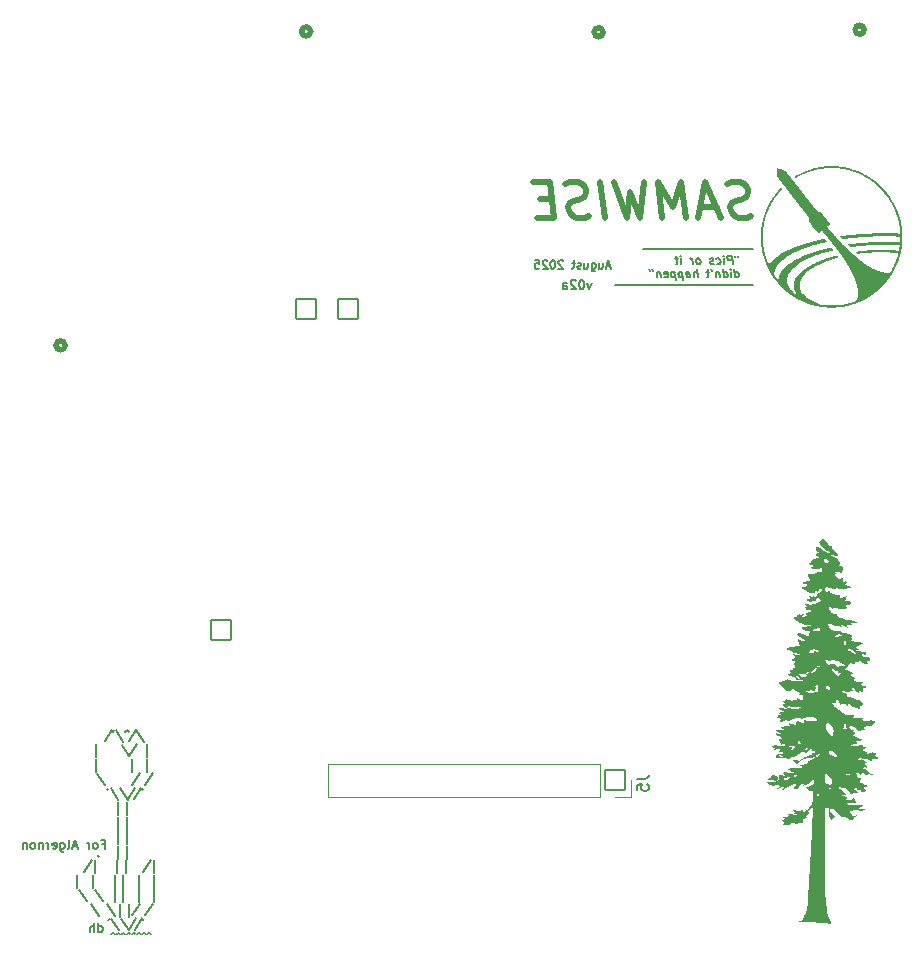
<source format=gbo>
%TF.GenerationSoftware,KiCad,Pcbnew,9.0.1*%
%TF.CreationDate,2025-09-15T20:31:39-05:00*%
%TF.ProjectId,motor_board,6d6f746f-725f-4626-9f61-72642e6b6963,1.2*%
%TF.SameCoordinates,Original*%
%TF.FileFunction,Legend,Bot*%
%TF.FilePolarity,Positive*%
%FSLAX46Y46*%
G04 Gerber Fmt 4.6, Leading zero omitted, Abs format (unit mm)*
G04 Created by KiCad (PCBNEW 9.0.1) date 2025-09-15 20:31:39*
%MOMM*%
%LPD*%
G01*
G04 APERTURE LIST*
G04 Aperture macros list*
%AMRoundRect*
0 Rectangle with rounded corners*
0 $1 Rounding radius*
0 $2 $3 $4 $5 $6 $7 $8 $9 X,Y pos of 4 corners*
0 Add a 4 corners polygon primitive as box body*
4,1,4,$2,$3,$4,$5,$6,$7,$8,$9,$2,$3,0*
0 Add four circle primitives for the rounded corners*
1,1,$1+$1,$2,$3*
1,1,$1+$1,$4,$5*
1,1,$1+$1,$6,$7*
1,1,$1+$1,$8,$9*
0 Add four rect primitives between the rounded corners*
20,1,$1+$1,$2,$3,$4,$5,0*
20,1,$1+$1,$4,$5,$6,$7,0*
20,1,$1+$1,$6,$7,$8,$9,0*
20,1,$1+$1,$8,$9,$2,$3,0*%
G04 Aperture macros list end*
%ADD10C,0.127000*%
%ADD11C,0.500000*%
%ADD12C,0.150000*%
%ADD13C,0.508000*%
%ADD14C,0.120000*%
%ADD15C,0.000000*%
%ADD16C,5.701600*%
%ADD17C,0.701600*%
%ADD18O,2.251600X1.151600*%
%ADD19O,1.951600X1.151600*%
%ADD20C,0.401600*%
%ADD21RoundRect,0.050800X-0.850000X0.850000X-0.850000X-0.850000X0.850000X-0.850000X0.850000X0.850000X0*%
%ADD22C,1.801600*%
%ADD23RoundRect,0.050800X0.850000X0.850000X-0.850000X0.850000X-0.850000X-0.850000X0.850000X-0.850000X0*%
%ADD24C,2.000000*%
%ADD25RoundRect,0.050800X0.850000X-0.850000X0.850000X0.850000X-0.850000X0.850000X-0.850000X-0.850000X0*%
G04 APERTURE END LIST*
D10*
X167980000Y-89288000D02*
X156296000Y-89288000D01*
X167980000Y-86240000D02*
X158709000Y-86240000D01*
X154337590Y-89102141D02*
X154156162Y-89610141D01*
X154156162Y-89610141D02*
X153974733Y-89102141D01*
X153539305Y-88848141D02*
X153466734Y-88848141D01*
X153466734Y-88848141D02*
X153394162Y-88884427D01*
X153394162Y-88884427D02*
X153357877Y-88920713D01*
X153357877Y-88920713D02*
X153321591Y-88993284D01*
X153321591Y-88993284D02*
X153285305Y-89138427D01*
X153285305Y-89138427D02*
X153285305Y-89319856D01*
X153285305Y-89319856D02*
X153321591Y-89464998D01*
X153321591Y-89464998D02*
X153357877Y-89537570D01*
X153357877Y-89537570D02*
X153394162Y-89573856D01*
X153394162Y-89573856D02*
X153466734Y-89610141D01*
X153466734Y-89610141D02*
X153539305Y-89610141D01*
X153539305Y-89610141D02*
X153611877Y-89573856D01*
X153611877Y-89573856D02*
X153648162Y-89537570D01*
X153648162Y-89537570D02*
X153684448Y-89464998D01*
X153684448Y-89464998D02*
X153720734Y-89319856D01*
X153720734Y-89319856D02*
X153720734Y-89138427D01*
X153720734Y-89138427D02*
X153684448Y-88993284D01*
X153684448Y-88993284D02*
X153648162Y-88920713D01*
X153648162Y-88920713D02*
X153611877Y-88884427D01*
X153611877Y-88884427D02*
X153539305Y-88848141D01*
X152995020Y-88920713D02*
X152958734Y-88884427D01*
X152958734Y-88884427D02*
X152886163Y-88848141D01*
X152886163Y-88848141D02*
X152704734Y-88848141D01*
X152704734Y-88848141D02*
X152632163Y-88884427D01*
X152632163Y-88884427D02*
X152595877Y-88920713D01*
X152595877Y-88920713D02*
X152559591Y-88993284D01*
X152559591Y-88993284D02*
X152559591Y-89065856D01*
X152559591Y-89065856D02*
X152595877Y-89174713D01*
X152595877Y-89174713D02*
X153031305Y-89610141D01*
X153031305Y-89610141D02*
X152559591Y-89610141D01*
X151906449Y-89610141D02*
X151906449Y-89210998D01*
X151906449Y-89210998D02*
X151942734Y-89138427D01*
X151942734Y-89138427D02*
X152015306Y-89102141D01*
X152015306Y-89102141D02*
X152160449Y-89102141D01*
X152160449Y-89102141D02*
X152233020Y-89138427D01*
X151906449Y-89573856D02*
X151979020Y-89610141D01*
X151979020Y-89610141D02*
X152160449Y-89610141D01*
X152160449Y-89610141D02*
X152233020Y-89573856D01*
X152233020Y-89573856D02*
X152269306Y-89501284D01*
X152269306Y-89501284D02*
X152269306Y-89428713D01*
X152269306Y-89428713D02*
X152233020Y-89356141D01*
X152233020Y-89356141D02*
X152160449Y-89319856D01*
X152160449Y-89319856D02*
X151979020Y-89319856D01*
X151979020Y-89319856D02*
X151906449Y-89283570D01*
X112891019Y-136600998D02*
X113145019Y-136600998D01*
X113145019Y-137000141D02*
X113145019Y-136238141D01*
X113145019Y-136238141D02*
X112782162Y-136238141D01*
X112383019Y-137000141D02*
X112455590Y-136963856D01*
X112455590Y-136963856D02*
X112491876Y-136927570D01*
X112491876Y-136927570D02*
X112528162Y-136854998D01*
X112528162Y-136854998D02*
X112528162Y-136637284D01*
X112528162Y-136637284D02*
X112491876Y-136564713D01*
X112491876Y-136564713D02*
X112455590Y-136528427D01*
X112455590Y-136528427D02*
X112383019Y-136492141D01*
X112383019Y-136492141D02*
X112274162Y-136492141D01*
X112274162Y-136492141D02*
X112201590Y-136528427D01*
X112201590Y-136528427D02*
X112165305Y-136564713D01*
X112165305Y-136564713D02*
X112129019Y-136637284D01*
X112129019Y-136637284D02*
X112129019Y-136854998D01*
X112129019Y-136854998D02*
X112165305Y-136927570D01*
X112165305Y-136927570D02*
X112201590Y-136963856D01*
X112201590Y-136963856D02*
X112274162Y-137000141D01*
X112274162Y-137000141D02*
X112383019Y-137000141D01*
X111802447Y-137000141D02*
X111802447Y-136492141D01*
X111802447Y-136637284D02*
X111766161Y-136564713D01*
X111766161Y-136564713D02*
X111729876Y-136528427D01*
X111729876Y-136528427D02*
X111657304Y-136492141D01*
X111657304Y-136492141D02*
X111584733Y-136492141D01*
X110786448Y-136782427D02*
X110423591Y-136782427D01*
X110859019Y-137000141D02*
X110605019Y-136238141D01*
X110605019Y-136238141D02*
X110351019Y-137000141D01*
X109988162Y-137000141D02*
X110060733Y-136963856D01*
X110060733Y-136963856D02*
X110097019Y-136891284D01*
X110097019Y-136891284D02*
X110097019Y-136238141D01*
X109371305Y-136492141D02*
X109371305Y-137108998D01*
X109371305Y-137108998D02*
X109407590Y-137181570D01*
X109407590Y-137181570D02*
X109443876Y-137217856D01*
X109443876Y-137217856D02*
X109516447Y-137254141D01*
X109516447Y-137254141D02*
X109625305Y-137254141D01*
X109625305Y-137254141D02*
X109697876Y-137217856D01*
X109371305Y-136963856D02*
X109443876Y-137000141D01*
X109443876Y-137000141D02*
X109589019Y-137000141D01*
X109589019Y-137000141D02*
X109661590Y-136963856D01*
X109661590Y-136963856D02*
X109697876Y-136927570D01*
X109697876Y-136927570D02*
X109734162Y-136854998D01*
X109734162Y-136854998D02*
X109734162Y-136637284D01*
X109734162Y-136637284D02*
X109697876Y-136564713D01*
X109697876Y-136564713D02*
X109661590Y-136528427D01*
X109661590Y-136528427D02*
X109589019Y-136492141D01*
X109589019Y-136492141D02*
X109443876Y-136492141D01*
X109443876Y-136492141D02*
X109371305Y-136528427D01*
X108718161Y-136963856D02*
X108790733Y-137000141D01*
X108790733Y-137000141D02*
X108935876Y-137000141D01*
X108935876Y-137000141D02*
X109008447Y-136963856D01*
X109008447Y-136963856D02*
X109044733Y-136891284D01*
X109044733Y-136891284D02*
X109044733Y-136600998D01*
X109044733Y-136600998D02*
X109008447Y-136528427D01*
X109008447Y-136528427D02*
X108935876Y-136492141D01*
X108935876Y-136492141D02*
X108790733Y-136492141D01*
X108790733Y-136492141D02*
X108718161Y-136528427D01*
X108718161Y-136528427D02*
X108681876Y-136600998D01*
X108681876Y-136600998D02*
X108681876Y-136673570D01*
X108681876Y-136673570D02*
X109044733Y-136746141D01*
X108355304Y-137000141D02*
X108355304Y-136492141D01*
X108355304Y-136637284D02*
X108319018Y-136564713D01*
X108319018Y-136564713D02*
X108282733Y-136528427D01*
X108282733Y-136528427D02*
X108210161Y-136492141D01*
X108210161Y-136492141D02*
X108137590Y-136492141D01*
X107883590Y-136492141D02*
X107883590Y-137000141D01*
X107883590Y-136564713D02*
X107847304Y-136528427D01*
X107847304Y-136528427D02*
X107774733Y-136492141D01*
X107774733Y-136492141D02*
X107665876Y-136492141D01*
X107665876Y-136492141D02*
X107593304Y-136528427D01*
X107593304Y-136528427D02*
X107557019Y-136600998D01*
X107557019Y-136600998D02*
X107557019Y-137000141D01*
X107085304Y-137000141D02*
X107157875Y-136963856D01*
X107157875Y-136963856D02*
X107194161Y-136927570D01*
X107194161Y-136927570D02*
X107230447Y-136854998D01*
X107230447Y-136854998D02*
X107230447Y-136637284D01*
X107230447Y-136637284D02*
X107194161Y-136564713D01*
X107194161Y-136564713D02*
X107157875Y-136528427D01*
X107157875Y-136528427D02*
X107085304Y-136492141D01*
X107085304Y-136492141D02*
X106976447Y-136492141D01*
X106976447Y-136492141D02*
X106903875Y-136528427D01*
X106903875Y-136528427D02*
X106867590Y-136564713D01*
X106867590Y-136564713D02*
X106831304Y-136637284D01*
X106831304Y-136637284D02*
X106831304Y-136854998D01*
X106831304Y-136854998D02*
X106867590Y-136927570D01*
X106867590Y-136927570D02*
X106903875Y-136963856D01*
X106903875Y-136963856D02*
X106976447Y-137000141D01*
X106976447Y-137000141D02*
X107085304Y-137000141D01*
X106504732Y-136492141D02*
X106504732Y-137000141D01*
X106504732Y-136564713D02*
X106468446Y-136528427D01*
X106468446Y-136528427D02*
X106395875Y-136492141D01*
X106395875Y-136492141D02*
X106287018Y-136492141D01*
X106287018Y-136492141D02*
X106214446Y-136528427D01*
X106214446Y-136528427D02*
X106178161Y-136600998D01*
X106178161Y-136600998D02*
X106178161Y-137000141D01*
X166759781Y-86783749D02*
X166776448Y-86917082D01*
X166493114Y-86783749D02*
X166509781Y-86917082D01*
X166280615Y-87483749D02*
X166193115Y-86783749D01*
X166193115Y-86783749D02*
X165926448Y-86783749D01*
X165926448Y-86783749D02*
X165863948Y-86817082D01*
X165863948Y-86817082D02*
X165834781Y-86850416D01*
X165834781Y-86850416D02*
X165809781Y-86917082D01*
X165809781Y-86917082D02*
X165822281Y-87017082D01*
X165822281Y-87017082D02*
X165863948Y-87083749D01*
X165863948Y-87083749D02*
X165901448Y-87117082D01*
X165901448Y-87117082D02*
X165972281Y-87150416D01*
X165972281Y-87150416D02*
X166238948Y-87150416D01*
X165580615Y-87483749D02*
X165522281Y-87017082D01*
X165493115Y-86783749D02*
X165530615Y-86817082D01*
X165530615Y-86817082D02*
X165501448Y-86850416D01*
X165501448Y-86850416D02*
X165463948Y-86817082D01*
X165463948Y-86817082D02*
X165493115Y-86783749D01*
X165493115Y-86783749D02*
X165501448Y-86850416D01*
X164943115Y-87450416D02*
X165013948Y-87483749D01*
X165013948Y-87483749D02*
X165147282Y-87483749D01*
X165147282Y-87483749D02*
X165209782Y-87450416D01*
X165209782Y-87450416D02*
X165238948Y-87417082D01*
X165238948Y-87417082D02*
X165263948Y-87350416D01*
X165263948Y-87350416D02*
X165238948Y-87150416D01*
X165238948Y-87150416D02*
X165197282Y-87083749D01*
X165197282Y-87083749D02*
X165159782Y-87050416D01*
X165159782Y-87050416D02*
X165088948Y-87017082D01*
X165088948Y-87017082D02*
X164955615Y-87017082D01*
X164955615Y-87017082D02*
X164893115Y-87050416D01*
X164676448Y-87450416D02*
X164613948Y-87483749D01*
X164613948Y-87483749D02*
X164480615Y-87483749D01*
X164480615Y-87483749D02*
X164409782Y-87450416D01*
X164409782Y-87450416D02*
X164368115Y-87383749D01*
X164368115Y-87383749D02*
X164363948Y-87350416D01*
X164363948Y-87350416D02*
X164388948Y-87283749D01*
X164388948Y-87283749D02*
X164451448Y-87250416D01*
X164451448Y-87250416D02*
X164551448Y-87250416D01*
X164551448Y-87250416D02*
X164613948Y-87217082D01*
X164613948Y-87217082D02*
X164638948Y-87150416D01*
X164638948Y-87150416D02*
X164634782Y-87117082D01*
X164634782Y-87117082D02*
X164593115Y-87050416D01*
X164593115Y-87050416D02*
X164522282Y-87017082D01*
X164522282Y-87017082D02*
X164422282Y-87017082D01*
X164422282Y-87017082D02*
X164359782Y-87050416D01*
X163447282Y-87483749D02*
X163509782Y-87450416D01*
X163509782Y-87450416D02*
X163538948Y-87417082D01*
X163538948Y-87417082D02*
X163563948Y-87350416D01*
X163563948Y-87350416D02*
X163538948Y-87150416D01*
X163538948Y-87150416D02*
X163497282Y-87083749D01*
X163497282Y-87083749D02*
X163459782Y-87050416D01*
X163459782Y-87050416D02*
X163388948Y-87017082D01*
X163388948Y-87017082D02*
X163288948Y-87017082D01*
X163288948Y-87017082D02*
X163226448Y-87050416D01*
X163226448Y-87050416D02*
X163197282Y-87083749D01*
X163197282Y-87083749D02*
X163172282Y-87150416D01*
X163172282Y-87150416D02*
X163197282Y-87350416D01*
X163197282Y-87350416D02*
X163238948Y-87417082D01*
X163238948Y-87417082D02*
X163276448Y-87450416D01*
X163276448Y-87450416D02*
X163347282Y-87483749D01*
X163347282Y-87483749D02*
X163447282Y-87483749D01*
X162913949Y-87483749D02*
X162855615Y-87017082D01*
X162872282Y-87150416D02*
X162830615Y-87083749D01*
X162830615Y-87083749D02*
X162793115Y-87050416D01*
X162793115Y-87050416D02*
X162722282Y-87017082D01*
X162722282Y-87017082D02*
X162655615Y-87017082D01*
X161947283Y-87483749D02*
X161888949Y-87017082D01*
X161859783Y-86783749D02*
X161897283Y-86817082D01*
X161897283Y-86817082D02*
X161868116Y-86850416D01*
X161868116Y-86850416D02*
X161830616Y-86817082D01*
X161830616Y-86817082D02*
X161859783Y-86783749D01*
X161859783Y-86783749D02*
X161868116Y-86850416D01*
X161655616Y-87017082D02*
X161388950Y-87017082D01*
X161526450Y-86783749D02*
X161601450Y-87383749D01*
X161601450Y-87383749D02*
X161576450Y-87450416D01*
X161576450Y-87450416D02*
X161513950Y-87483749D01*
X161513950Y-87483749D02*
X161447283Y-87483749D01*
X166513948Y-88610710D02*
X166426448Y-87910710D01*
X166509781Y-88577377D02*
X166580614Y-88610710D01*
X166580614Y-88610710D02*
X166713948Y-88610710D01*
X166713948Y-88610710D02*
X166776448Y-88577377D01*
X166776448Y-88577377D02*
X166805614Y-88544043D01*
X166805614Y-88544043D02*
X166830614Y-88477377D01*
X166830614Y-88477377D02*
X166805614Y-88277377D01*
X166805614Y-88277377D02*
X166763948Y-88210710D01*
X166763948Y-88210710D02*
X166726448Y-88177377D01*
X166726448Y-88177377D02*
X166655614Y-88144043D01*
X166655614Y-88144043D02*
X166522281Y-88144043D01*
X166522281Y-88144043D02*
X166459781Y-88177377D01*
X166180615Y-88610710D02*
X166122281Y-88144043D01*
X166093115Y-87910710D02*
X166130615Y-87944043D01*
X166130615Y-87944043D02*
X166101448Y-87977377D01*
X166101448Y-87977377D02*
X166063948Y-87944043D01*
X166063948Y-87944043D02*
X166093115Y-87910710D01*
X166093115Y-87910710D02*
X166101448Y-87977377D01*
X165547282Y-88610710D02*
X165459782Y-87910710D01*
X165543115Y-88577377D02*
X165613948Y-88610710D01*
X165613948Y-88610710D02*
X165747282Y-88610710D01*
X165747282Y-88610710D02*
X165809782Y-88577377D01*
X165809782Y-88577377D02*
X165838948Y-88544043D01*
X165838948Y-88544043D02*
X165863948Y-88477377D01*
X165863948Y-88477377D02*
X165838948Y-88277377D01*
X165838948Y-88277377D02*
X165797282Y-88210710D01*
X165797282Y-88210710D02*
X165759782Y-88177377D01*
X165759782Y-88177377D02*
X165688948Y-88144043D01*
X165688948Y-88144043D02*
X165555615Y-88144043D01*
X165555615Y-88144043D02*
X165493115Y-88177377D01*
X165155615Y-88144043D02*
X165213949Y-88610710D01*
X165163949Y-88210710D02*
X165126449Y-88177377D01*
X165126449Y-88177377D02*
X165055615Y-88144043D01*
X165055615Y-88144043D02*
X164955615Y-88144043D01*
X164955615Y-88144043D02*
X164893115Y-88177377D01*
X164893115Y-88177377D02*
X164868115Y-88244043D01*
X164868115Y-88244043D02*
X164913949Y-88610710D01*
X164459782Y-87910710D02*
X164543116Y-88044043D01*
X164288949Y-88144043D02*
X164022283Y-88144043D01*
X164159783Y-87910710D02*
X164234783Y-88510710D01*
X164234783Y-88510710D02*
X164209783Y-88577377D01*
X164209783Y-88577377D02*
X164147283Y-88610710D01*
X164147283Y-88610710D02*
X164080616Y-88610710D01*
X163313950Y-88610710D02*
X163226450Y-87910710D01*
X163013950Y-88610710D02*
X162968116Y-88244043D01*
X162968116Y-88244043D02*
X162993116Y-88177377D01*
X162993116Y-88177377D02*
X163055616Y-88144043D01*
X163055616Y-88144043D02*
X163155616Y-88144043D01*
X163155616Y-88144043D02*
X163226450Y-88177377D01*
X163226450Y-88177377D02*
X163263950Y-88210710D01*
X162380617Y-88610710D02*
X162334783Y-88244043D01*
X162334783Y-88244043D02*
X162359783Y-88177377D01*
X162359783Y-88177377D02*
X162422283Y-88144043D01*
X162422283Y-88144043D02*
X162555617Y-88144043D01*
X162555617Y-88144043D02*
X162626450Y-88177377D01*
X162376450Y-88577377D02*
X162447283Y-88610710D01*
X162447283Y-88610710D02*
X162613950Y-88610710D01*
X162613950Y-88610710D02*
X162676450Y-88577377D01*
X162676450Y-88577377D02*
X162701450Y-88510710D01*
X162701450Y-88510710D02*
X162693117Y-88444043D01*
X162693117Y-88444043D02*
X162651450Y-88377377D01*
X162651450Y-88377377D02*
X162580617Y-88344043D01*
X162580617Y-88344043D02*
X162413950Y-88344043D01*
X162413950Y-88344043D02*
X162343117Y-88310710D01*
X161988950Y-88144043D02*
X162076450Y-88844043D01*
X161993117Y-88177377D02*
X161922284Y-88144043D01*
X161922284Y-88144043D02*
X161788950Y-88144043D01*
X161788950Y-88144043D02*
X161726450Y-88177377D01*
X161726450Y-88177377D02*
X161697284Y-88210710D01*
X161697284Y-88210710D02*
X161672284Y-88277377D01*
X161672284Y-88277377D02*
X161697284Y-88477377D01*
X161697284Y-88477377D02*
X161738950Y-88544043D01*
X161738950Y-88544043D02*
X161776450Y-88577377D01*
X161776450Y-88577377D02*
X161847284Y-88610710D01*
X161847284Y-88610710D02*
X161980617Y-88610710D01*
X161980617Y-88610710D02*
X162043117Y-88577377D01*
X161355617Y-88144043D02*
X161443117Y-88844043D01*
X161359784Y-88177377D02*
X161288951Y-88144043D01*
X161288951Y-88144043D02*
X161155617Y-88144043D01*
X161155617Y-88144043D02*
X161093117Y-88177377D01*
X161093117Y-88177377D02*
X161063951Y-88210710D01*
X161063951Y-88210710D02*
X161038951Y-88277377D01*
X161038951Y-88277377D02*
X161063951Y-88477377D01*
X161063951Y-88477377D02*
X161105617Y-88544043D01*
X161105617Y-88544043D02*
X161143117Y-88577377D01*
X161143117Y-88577377D02*
X161213951Y-88610710D01*
X161213951Y-88610710D02*
X161347284Y-88610710D01*
X161347284Y-88610710D02*
X161409784Y-88577377D01*
X160509784Y-88577377D02*
X160580618Y-88610710D01*
X160580618Y-88610710D02*
X160713951Y-88610710D01*
X160713951Y-88610710D02*
X160776451Y-88577377D01*
X160776451Y-88577377D02*
X160801451Y-88510710D01*
X160801451Y-88510710D02*
X160768118Y-88244043D01*
X160768118Y-88244043D02*
X160726451Y-88177377D01*
X160726451Y-88177377D02*
X160655618Y-88144043D01*
X160655618Y-88144043D02*
X160522284Y-88144043D01*
X160522284Y-88144043D02*
X160459784Y-88177377D01*
X160459784Y-88177377D02*
X160434784Y-88244043D01*
X160434784Y-88244043D02*
X160443118Y-88310710D01*
X160443118Y-88310710D02*
X160784784Y-88377377D01*
X160122284Y-88144043D02*
X160180618Y-88610710D01*
X160130618Y-88210710D02*
X160093118Y-88177377D01*
X160093118Y-88177377D02*
X160022284Y-88144043D01*
X160022284Y-88144043D02*
X159922284Y-88144043D01*
X159922284Y-88144043D02*
X159859784Y-88177377D01*
X159859784Y-88177377D02*
X159834784Y-88244043D01*
X159834784Y-88244043D02*
X159880618Y-88610710D01*
X159493118Y-87910710D02*
X159509785Y-88044043D01*
X159226451Y-87910710D02*
X159243118Y-88044043D01*
D11*
X167871428Y-83419000D02*
X167460714Y-83561857D01*
X167460714Y-83561857D02*
X166746428Y-83561857D01*
X166746428Y-83561857D02*
X166442857Y-83419000D01*
X166442857Y-83419000D02*
X166282142Y-83276142D01*
X166282142Y-83276142D02*
X166103571Y-82990428D01*
X166103571Y-82990428D02*
X166067857Y-82704714D01*
X166067857Y-82704714D02*
X166174999Y-82419000D01*
X166174999Y-82419000D02*
X166299999Y-82276142D01*
X166299999Y-82276142D02*
X166567857Y-82133285D01*
X166567857Y-82133285D02*
X167121428Y-81990428D01*
X167121428Y-81990428D02*
X167389285Y-81847571D01*
X167389285Y-81847571D02*
X167514285Y-81704714D01*
X167514285Y-81704714D02*
X167621428Y-81419000D01*
X167621428Y-81419000D02*
X167585714Y-81133285D01*
X167585714Y-81133285D02*
X167407142Y-80847571D01*
X167407142Y-80847571D02*
X167246428Y-80704714D01*
X167246428Y-80704714D02*
X166942857Y-80561857D01*
X166942857Y-80561857D02*
X166228571Y-80561857D01*
X166228571Y-80561857D02*
X165817857Y-80704714D01*
X164924999Y-82704714D02*
X163496428Y-82704714D01*
X165317856Y-83561857D02*
X163942856Y-80561857D01*
X163942856Y-80561857D02*
X163317856Y-83561857D01*
X162317856Y-83561857D02*
X161942856Y-80561857D01*
X161942856Y-80561857D02*
X161210713Y-82704714D01*
X161210713Y-82704714D02*
X159942856Y-80561857D01*
X159942856Y-80561857D02*
X160317856Y-83561857D01*
X158799999Y-80561857D02*
X158460714Y-83561857D01*
X158460714Y-83561857D02*
X157621428Y-81419000D01*
X157621428Y-81419000D02*
X157317856Y-83561857D01*
X157317856Y-83561857D02*
X156228571Y-80561857D01*
X155460714Y-83561857D02*
X155085714Y-80561857D01*
X154157143Y-83419000D02*
X153746429Y-83561857D01*
X153746429Y-83561857D02*
X153032143Y-83561857D01*
X153032143Y-83561857D02*
X152728572Y-83419000D01*
X152728572Y-83419000D02*
X152567857Y-83276142D01*
X152567857Y-83276142D02*
X152389286Y-82990428D01*
X152389286Y-82990428D02*
X152353572Y-82704714D01*
X152353572Y-82704714D02*
X152460714Y-82419000D01*
X152460714Y-82419000D02*
X152585714Y-82276142D01*
X152585714Y-82276142D02*
X152853572Y-82133285D01*
X152853572Y-82133285D02*
X153407143Y-81990428D01*
X153407143Y-81990428D02*
X153675000Y-81847571D01*
X153675000Y-81847571D02*
X153800000Y-81704714D01*
X153800000Y-81704714D02*
X153907143Y-81419000D01*
X153907143Y-81419000D02*
X153871429Y-81133285D01*
X153871429Y-81133285D02*
X153692857Y-80847571D01*
X153692857Y-80847571D02*
X153532143Y-80704714D01*
X153532143Y-80704714D02*
X153228572Y-80561857D01*
X153228572Y-80561857D02*
X152514286Y-80561857D01*
X152514286Y-80561857D02*
X152103572Y-80704714D01*
X150978571Y-81990428D02*
X149978571Y-81990428D01*
X149746429Y-83561857D02*
X151175000Y-83561857D01*
X151175000Y-83561857D02*
X150800000Y-80561857D01*
X150800000Y-80561857D02*
X149371429Y-80561857D01*
D10*
X115787878Y-126966978D02*
X116441021Y-127946692D01*
X115787878Y-126930692D02*
X115134735Y-127910406D01*
X115134735Y-127075835D02*
X114989592Y-126966978D01*
X114989592Y-126966978D02*
X114844449Y-127075835D01*
X114046163Y-126966978D02*
X114699306Y-127946692D01*
X113901020Y-126966978D02*
X113792163Y-127075835D01*
X113755877Y-126930692D02*
X113102734Y-127910406D01*
X116731306Y-129246040D02*
X116731306Y-128157469D01*
X115860450Y-128157469D02*
X115207307Y-129137183D01*
X114554164Y-128193755D02*
X115207307Y-129173469D01*
X112377022Y-129246040D02*
X112377022Y-128157469D01*
X116731306Y-130472817D02*
X116731306Y-129384246D01*
X115425021Y-130472817D02*
X115425021Y-129384246D01*
X112377023Y-130472817D02*
X112377023Y-129384246D01*
X117166735Y-130611023D02*
X116513592Y-131590737D01*
X116078164Y-130611023D02*
X115425021Y-131590737D01*
X112449594Y-130647309D02*
X113102737Y-131627023D01*
X116295878Y-131910371D02*
X116368450Y-132055514D01*
X116223307Y-131837800D02*
X115570164Y-132817514D01*
X115715307Y-131837800D02*
X115062164Y-132817514D01*
X114409021Y-131874086D02*
X115062164Y-132853800D01*
X113610735Y-131874086D02*
X114263878Y-132853800D01*
X113320449Y-131910371D02*
X113393021Y-132055514D01*
X114989593Y-134153148D02*
X114989593Y-133064577D01*
X114263879Y-134153148D02*
X114263879Y-133064577D01*
X114989593Y-135379925D02*
X114989593Y-134291354D01*
X114263879Y-135379925D02*
X114263879Y-134291354D01*
X114989593Y-136606702D02*
X114989593Y-135518131D01*
X114263879Y-136606702D02*
X114263879Y-135518131D01*
X114989593Y-137833479D02*
X114989593Y-136744908D01*
X114263879Y-137833479D02*
X114263879Y-136744908D01*
X112522166Y-137543194D02*
X112522166Y-137579479D01*
X112522166Y-137579479D02*
X112558452Y-137652051D01*
X112558452Y-137652051D02*
X112594738Y-137688336D01*
X117311877Y-139060256D02*
X117311877Y-137971685D01*
X117021592Y-137971685D02*
X116368449Y-138951399D01*
X114917021Y-139060256D02*
X114917021Y-137971685D01*
X114191307Y-139060256D02*
X114191307Y-137971685D01*
X112304451Y-139060256D02*
X112304451Y-137971685D01*
X112014166Y-137971685D02*
X111361023Y-138951399D01*
X117311877Y-140287033D02*
X117311877Y-139198462D01*
X116005592Y-140287033D02*
X116005592Y-139198462D01*
X114699307Y-140287033D02*
X114699307Y-139198462D01*
X113973593Y-140287033D02*
X113973593Y-139198462D01*
X112086737Y-140287033D02*
X112086737Y-139198462D01*
X110780452Y-140287033D02*
X110780452Y-139198462D01*
X117311877Y-141513810D02*
X117311877Y-140425239D01*
X116005592Y-141513810D02*
X116005592Y-140425239D01*
X114699307Y-141513810D02*
X114699307Y-140425239D01*
X113973593Y-141513810D02*
X113973593Y-140425239D01*
X112304451Y-140461525D02*
X112957594Y-141441239D01*
X110925594Y-140461525D02*
X111578737Y-141441239D01*
X117166735Y-141652016D02*
X116513592Y-142631730D01*
X116078164Y-141652016D02*
X115425021Y-142631730D01*
X115134735Y-142740587D02*
X115134735Y-141652016D01*
X114409021Y-142740587D02*
X114409021Y-141652016D01*
X113320450Y-141688302D02*
X113973593Y-142668016D01*
X111941593Y-141688302D02*
X112594736Y-142668016D01*
X116441021Y-142915079D02*
X116332164Y-143023936D01*
X116295878Y-142878793D02*
X115642735Y-143858507D01*
X115787878Y-142878793D02*
X115134735Y-143858507D01*
X114481592Y-142915079D02*
X115134735Y-143894793D01*
X113683306Y-142915079D02*
X114336449Y-143894793D01*
X113538163Y-142915079D02*
X113429306Y-143023936D01*
X117021592Y-144250713D02*
X116876449Y-144141856D01*
X116876449Y-144141856D02*
X116731306Y-144250713D01*
X116586163Y-144250713D02*
X116441020Y-144141856D01*
X116441020Y-144141856D02*
X116295877Y-144250713D01*
X116150734Y-144250713D02*
X116005591Y-144141856D01*
X116005591Y-144141856D02*
X115860448Y-144250713D01*
X115715305Y-144250713D02*
X115570162Y-144141856D01*
X115570162Y-144141856D02*
X115425019Y-144250713D01*
X115279876Y-144250713D02*
X115134733Y-144141856D01*
X115134733Y-144141856D02*
X114989590Y-144250713D01*
X114844447Y-144250713D02*
X114699304Y-144141856D01*
X114699304Y-144141856D02*
X114554161Y-144250713D01*
X114409018Y-144250713D02*
X114263875Y-144141856D01*
X114263875Y-144141856D02*
X114118732Y-144250713D01*
X113973589Y-144250713D02*
X113828446Y-144141856D01*
X113828446Y-144141856D02*
X113683303Y-144250713D01*
X155919999Y-87677229D02*
X155586666Y-87677229D01*
X155986666Y-87877229D02*
X155753333Y-87177229D01*
X155753333Y-87177229D02*
X155519999Y-87877229D01*
X154986666Y-87410562D02*
X154986666Y-87877229D01*
X155286666Y-87410562D02*
X155286666Y-87777229D01*
X155286666Y-87777229D02*
X155253333Y-87843896D01*
X155253333Y-87843896D02*
X155186666Y-87877229D01*
X155186666Y-87877229D02*
X155086666Y-87877229D01*
X155086666Y-87877229D02*
X155019999Y-87843896D01*
X155019999Y-87843896D02*
X154986666Y-87810562D01*
X154353333Y-87410562D02*
X154353333Y-87977229D01*
X154353333Y-87977229D02*
X154386666Y-88043896D01*
X154386666Y-88043896D02*
X154420000Y-88077229D01*
X154420000Y-88077229D02*
X154486666Y-88110562D01*
X154486666Y-88110562D02*
X154586666Y-88110562D01*
X154586666Y-88110562D02*
X154653333Y-88077229D01*
X154353333Y-87843896D02*
X154420000Y-87877229D01*
X154420000Y-87877229D02*
X154553333Y-87877229D01*
X154553333Y-87877229D02*
X154620000Y-87843896D01*
X154620000Y-87843896D02*
X154653333Y-87810562D01*
X154653333Y-87810562D02*
X154686666Y-87743896D01*
X154686666Y-87743896D02*
X154686666Y-87543896D01*
X154686666Y-87543896D02*
X154653333Y-87477229D01*
X154653333Y-87477229D02*
X154620000Y-87443896D01*
X154620000Y-87443896D02*
X154553333Y-87410562D01*
X154553333Y-87410562D02*
X154420000Y-87410562D01*
X154420000Y-87410562D02*
X154353333Y-87443896D01*
X153720000Y-87410562D02*
X153720000Y-87877229D01*
X154020000Y-87410562D02*
X154020000Y-87777229D01*
X154020000Y-87777229D02*
X153986667Y-87843896D01*
X153986667Y-87843896D02*
X153920000Y-87877229D01*
X153920000Y-87877229D02*
X153820000Y-87877229D01*
X153820000Y-87877229D02*
X153753333Y-87843896D01*
X153753333Y-87843896D02*
X153720000Y-87810562D01*
X153420000Y-87843896D02*
X153353334Y-87877229D01*
X153353334Y-87877229D02*
X153220000Y-87877229D01*
X153220000Y-87877229D02*
X153153334Y-87843896D01*
X153153334Y-87843896D02*
X153120000Y-87777229D01*
X153120000Y-87777229D02*
X153120000Y-87743896D01*
X153120000Y-87743896D02*
X153153334Y-87677229D01*
X153153334Y-87677229D02*
X153220000Y-87643896D01*
X153220000Y-87643896D02*
X153320000Y-87643896D01*
X153320000Y-87643896D02*
X153386667Y-87610562D01*
X153386667Y-87610562D02*
X153420000Y-87543896D01*
X153420000Y-87543896D02*
X153420000Y-87510562D01*
X153420000Y-87510562D02*
X153386667Y-87443896D01*
X153386667Y-87443896D02*
X153320000Y-87410562D01*
X153320000Y-87410562D02*
X153220000Y-87410562D01*
X153220000Y-87410562D02*
X153153334Y-87443896D01*
X152920000Y-87410562D02*
X152653333Y-87410562D01*
X152820000Y-87177229D02*
X152820000Y-87777229D01*
X152820000Y-87777229D02*
X152786667Y-87843896D01*
X152786667Y-87843896D02*
X152720000Y-87877229D01*
X152720000Y-87877229D02*
X152653333Y-87877229D01*
X151920000Y-87243896D02*
X151886667Y-87210562D01*
X151886667Y-87210562D02*
X151820000Y-87177229D01*
X151820000Y-87177229D02*
X151653334Y-87177229D01*
X151653334Y-87177229D02*
X151586667Y-87210562D01*
X151586667Y-87210562D02*
X151553334Y-87243896D01*
X151553334Y-87243896D02*
X151520000Y-87310562D01*
X151520000Y-87310562D02*
X151520000Y-87377229D01*
X151520000Y-87377229D02*
X151553334Y-87477229D01*
X151553334Y-87477229D02*
X151953334Y-87877229D01*
X151953334Y-87877229D02*
X151520000Y-87877229D01*
X151086667Y-87177229D02*
X151020000Y-87177229D01*
X151020000Y-87177229D02*
X150953333Y-87210562D01*
X150953333Y-87210562D02*
X150920000Y-87243896D01*
X150920000Y-87243896D02*
X150886667Y-87310562D01*
X150886667Y-87310562D02*
X150853333Y-87443896D01*
X150853333Y-87443896D02*
X150853333Y-87610562D01*
X150853333Y-87610562D02*
X150886667Y-87743896D01*
X150886667Y-87743896D02*
X150920000Y-87810562D01*
X150920000Y-87810562D02*
X150953333Y-87843896D01*
X150953333Y-87843896D02*
X151020000Y-87877229D01*
X151020000Y-87877229D02*
X151086667Y-87877229D01*
X151086667Y-87877229D02*
X151153333Y-87843896D01*
X151153333Y-87843896D02*
X151186667Y-87810562D01*
X151186667Y-87810562D02*
X151220000Y-87743896D01*
X151220000Y-87743896D02*
X151253333Y-87610562D01*
X151253333Y-87610562D02*
X151253333Y-87443896D01*
X151253333Y-87443896D02*
X151220000Y-87310562D01*
X151220000Y-87310562D02*
X151186667Y-87243896D01*
X151186667Y-87243896D02*
X151153333Y-87210562D01*
X151153333Y-87210562D02*
X151086667Y-87177229D01*
X150586666Y-87243896D02*
X150553333Y-87210562D01*
X150553333Y-87210562D02*
X150486666Y-87177229D01*
X150486666Y-87177229D02*
X150320000Y-87177229D01*
X150320000Y-87177229D02*
X150253333Y-87210562D01*
X150253333Y-87210562D02*
X150220000Y-87243896D01*
X150220000Y-87243896D02*
X150186666Y-87310562D01*
X150186666Y-87310562D02*
X150186666Y-87377229D01*
X150186666Y-87377229D02*
X150220000Y-87477229D01*
X150220000Y-87477229D02*
X150620000Y-87877229D01*
X150620000Y-87877229D02*
X150186666Y-87877229D01*
X149553333Y-87177229D02*
X149886666Y-87177229D01*
X149886666Y-87177229D02*
X149919999Y-87510562D01*
X149919999Y-87510562D02*
X149886666Y-87477229D01*
X149886666Y-87477229D02*
X149819999Y-87443896D01*
X149819999Y-87443896D02*
X149653333Y-87443896D01*
X149653333Y-87443896D02*
X149586666Y-87477229D01*
X149586666Y-87477229D02*
X149553333Y-87510562D01*
X149553333Y-87510562D02*
X149519999Y-87577229D01*
X149519999Y-87577229D02*
X149519999Y-87743896D01*
X149519999Y-87743896D02*
X149553333Y-87810562D01*
X149553333Y-87810562D02*
X149586666Y-87843896D01*
X149586666Y-87843896D02*
X149653333Y-87877229D01*
X149653333Y-87877229D02*
X149819999Y-87877229D01*
X149819999Y-87877229D02*
X149886666Y-87843896D01*
X149886666Y-87843896D02*
X149919999Y-87810562D01*
X112568448Y-144060141D02*
X112568448Y-143298141D01*
X112568448Y-144023856D02*
X112641019Y-144060141D01*
X112641019Y-144060141D02*
X112786162Y-144060141D01*
X112786162Y-144060141D02*
X112858733Y-144023856D01*
X112858733Y-144023856D02*
X112895019Y-143987570D01*
X112895019Y-143987570D02*
X112931305Y-143914998D01*
X112931305Y-143914998D02*
X112931305Y-143697284D01*
X112931305Y-143697284D02*
X112895019Y-143624713D01*
X112895019Y-143624713D02*
X112858733Y-143588427D01*
X112858733Y-143588427D02*
X112786162Y-143552141D01*
X112786162Y-143552141D02*
X112641019Y-143552141D01*
X112641019Y-143552141D02*
X112568448Y-143588427D01*
X112205590Y-144060141D02*
X112205590Y-143298141D01*
X111879019Y-144060141D02*
X111879019Y-143660998D01*
X111879019Y-143660998D02*
X111915304Y-143588427D01*
X111915304Y-143588427D02*
X111987876Y-143552141D01*
X111987876Y-143552141D02*
X112096733Y-143552141D01*
X112096733Y-143552141D02*
X112169304Y-143588427D01*
X112169304Y-143588427D02*
X112205590Y-143624713D01*
D12*
X158162719Y-131092766D02*
X158877004Y-131092766D01*
X158877004Y-131092766D02*
X159019861Y-131045147D01*
X159019861Y-131045147D02*
X159115100Y-130949909D01*
X159115100Y-130949909D02*
X159162719Y-130807052D01*
X159162719Y-130807052D02*
X159162719Y-130711814D01*
X158162719Y-132045147D02*
X158162719Y-131568957D01*
X158162719Y-131568957D02*
X158638909Y-131521338D01*
X158638909Y-131521338D02*
X158591290Y-131568957D01*
X158591290Y-131568957D02*
X158543671Y-131664195D01*
X158543671Y-131664195D02*
X158543671Y-131902290D01*
X158543671Y-131902290D02*
X158591290Y-131997528D01*
X158591290Y-131997528D02*
X158638909Y-132045147D01*
X158638909Y-132045147D02*
X158734147Y-132092766D01*
X158734147Y-132092766D02*
X158972242Y-132092766D01*
X158972242Y-132092766D02*
X159067480Y-132045147D01*
X159067480Y-132045147D02*
X159115100Y-131997528D01*
X159115100Y-131997528D02*
X159162719Y-131902290D01*
X159162719Y-131902290D02*
X159162719Y-131664195D01*
X159162719Y-131664195D02*
X159115100Y-131568957D01*
X159115100Y-131568957D02*
X159067480Y-131521338D01*
D13*
X155316500Y-67868100D02*
G75*
G02*
X154554500Y-67868100I-381000J0D01*
G01*
X154554500Y-67868100D02*
G75*
G02*
X155316500Y-67868100I381000J0D01*
G01*
X177419532Y-67651933D02*
G75*
G02*
X176657532Y-67651933I-381000J0D01*
G01*
X176657532Y-67651933D02*
G75*
G02*
X177419532Y-67651933I381000J0D01*
G01*
X109754592Y-94374514D02*
G75*
G02*
X108992592Y-94374514I-381000J0D01*
G01*
X108992592Y-94374514D02*
G75*
G02*
X109754592Y-94374514I381000J0D01*
G01*
X130544532Y-67796133D02*
G75*
G02*
X129782532Y-67796133I-381000J0D01*
G01*
X129782532Y-67796133D02*
G75*
G02*
X130544532Y-67796133I381000J0D01*
G01*
D14*
X132042000Y-132580000D02*
X132042000Y-129820000D01*
X155012000Y-129820000D02*
X132042000Y-129820000D01*
X155012000Y-132580000D02*
X132042000Y-132580000D01*
X155012000Y-132580000D02*
X155012000Y-129820000D01*
X156282000Y-132580000D02*
X157662000Y-132580000D01*
X157662000Y-132580000D02*
X157662000Y-131200000D01*
D15*
G36*
X173796433Y-91395512D02*
G01*
X173807721Y-91400845D01*
X173829309Y-91405355D01*
X173839308Y-91407108D01*
X173846426Y-91414602D01*
X173842084Y-91418139D01*
X173826096Y-91419287D01*
X173803585Y-91417051D01*
X173780158Y-91412067D01*
X173761419Y-91404969D01*
X173759044Y-91403622D01*
X173754106Y-91397690D01*
X173764670Y-91391834D01*
X173776595Y-91390087D01*
X173796433Y-91395512D01*
G37*
G36*
X174921781Y-79198694D02*
G01*
X175164859Y-79215367D01*
X175411039Y-79242410D01*
X175657068Y-79279602D01*
X175674067Y-79282536D01*
X175746984Y-79295312D01*
X175810086Y-79306819D01*
X175867125Y-79317859D01*
X175921849Y-79329234D01*
X175978010Y-79341746D01*
X176039357Y-79356197D01*
X176109640Y-79373389D01*
X176192611Y-79394123D01*
X176195347Y-79394813D01*
X176292139Y-79420941D01*
X176399635Y-79452868D01*
X176513349Y-79489079D01*
X176628795Y-79528062D01*
X176741488Y-79568303D01*
X176846941Y-79608289D01*
X176940670Y-79646506D01*
X177030553Y-79685221D01*
X177135330Y-79731676D01*
X177231292Y-79776046D01*
X177322513Y-79820318D01*
X177413067Y-79866480D01*
X177507027Y-79916521D01*
X177608469Y-79972429D01*
X177648551Y-79994948D01*
X177687805Y-80017395D01*
X177725288Y-80039390D01*
X177762981Y-80062184D01*
X177802861Y-80087028D01*
X177846909Y-80115172D01*
X177897103Y-80147867D01*
X177955423Y-80186363D01*
X178023849Y-80231911D01*
X178104359Y-80285762D01*
X178107064Y-80287592D01*
X178128340Y-80302550D01*
X178158054Y-80324039D01*
X178193435Y-80349989D01*
X178231710Y-80378333D01*
X178270107Y-80407002D01*
X178305855Y-80433928D01*
X178336181Y-80457042D01*
X178358314Y-80474278D01*
X178369480Y-80483565D01*
X178371278Y-80485233D01*
X178386088Y-80497676D01*
X178409317Y-80516220D01*
X178436783Y-80537514D01*
X178443159Y-80542406D01*
X178470267Y-80563596D01*
X178492342Y-80581442D01*
X178505109Y-80592503D01*
X178506664Y-80593976D01*
X178520402Y-80606284D01*
X178543604Y-80626580D01*
X178573450Y-80652409D01*
X178607121Y-80681317D01*
X178611705Y-80685265D01*
X178647591Y-80717412D01*
X178692657Y-80759405D01*
X178744745Y-80809096D01*
X178801695Y-80864341D01*
X178861349Y-80922992D01*
X178921547Y-80982902D01*
X178980131Y-81041924D01*
X179034941Y-81097913D01*
X179083818Y-81148720D01*
X179124603Y-81192201D01*
X179155138Y-81226207D01*
X179179168Y-81253978D01*
X179206216Y-81285197D01*
X179228662Y-81311060D01*
X179243249Y-81327811D01*
X179247029Y-81332187D01*
X179266589Y-81355603D01*
X179292946Y-81387895D01*
X179323240Y-81425485D01*
X179354617Y-81464800D01*
X179384218Y-81502264D01*
X179409187Y-81534302D01*
X179426666Y-81557339D01*
X179435392Y-81569004D01*
X179449264Y-81586747D01*
X179457056Y-81595582D01*
X179457809Y-81596312D01*
X179466507Y-81607295D01*
X179481488Y-81627818D01*
X179500009Y-81654139D01*
X179501717Y-81656604D01*
X179534609Y-81704074D01*
X179560434Y-81741294D01*
X179581682Y-81771836D01*
X179600840Y-81799270D01*
X179620397Y-81827169D01*
X179642843Y-81859103D01*
X179671340Y-81900858D01*
X179713919Y-81966522D01*
X179761392Y-82042804D01*
X179812192Y-82127132D01*
X179864749Y-82216934D01*
X179917498Y-82309638D01*
X179927335Y-82327445D01*
X179950493Y-82370732D01*
X179977228Y-82422073D01*
X180006104Y-82478580D01*
X180035683Y-82537366D01*
X180064529Y-82595543D01*
X180091204Y-82650225D01*
X180114272Y-82698524D01*
X180132295Y-82737553D01*
X180143837Y-82764424D01*
X180150860Y-82781801D01*
X180166448Y-82818768D01*
X180181830Y-82853681D01*
X180192630Y-82878551D01*
X180207983Y-82915548D01*
X180225335Y-82958541D01*
X180242607Y-83002443D01*
X180244030Y-83006111D01*
X180259542Y-83045945D01*
X180273255Y-83080884D01*
X180283728Y-83107271D01*
X180289519Y-83121452D01*
X180295537Y-83136717D01*
X180306555Y-83167087D01*
X180320419Y-83206848D01*
X180335859Y-83252260D01*
X180351605Y-83299579D01*
X180366388Y-83345064D01*
X180378938Y-83384973D01*
X180392268Y-83428464D01*
X180410759Y-83489110D01*
X180425240Y-83537151D01*
X180436377Y-83574849D01*
X180444833Y-83604464D01*
X180451272Y-83628258D01*
X180456360Y-83648494D01*
X180458292Y-83656334D01*
X180463800Y-83678556D01*
X180472118Y-83712058D01*
X180482536Y-83753992D01*
X180494349Y-83801506D01*
X180503725Y-83839621D01*
X180514759Y-83885632D01*
X180523873Y-83924949D01*
X180530313Y-83954309D01*
X180533328Y-83970452D01*
X180533588Y-83972438D01*
X180538309Y-83998570D01*
X180544989Y-84026905D01*
X180545292Y-84028043D01*
X180552158Y-84060078D01*
X180556825Y-84092299D01*
X180558320Y-84105380D01*
X180563092Y-84138285D01*
X180568947Y-84171857D01*
X180572785Y-84192091D01*
X180582356Y-84245237D01*
X180591343Y-84298609D01*
X180599076Y-84347978D01*
X180604880Y-84389119D01*
X180608083Y-84417804D01*
X180609997Y-84437824D01*
X180613785Y-84472246D01*
X180618715Y-84514020D01*
X180624202Y-84558065D01*
X180629835Y-84607183D01*
X180637349Y-84691335D01*
X180643761Y-84786008D01*
X180649000Y-84888153D01*
X180652998Y-84994723D01*
X180655685Y-85102669D01*
X180656991Y-85208943D01*
X180656846Y-85310496D01*
X180655181Y-85404281D01*
X180651927Y-85487249D01*
X180647012Y-85556352D01*
X180644458Y-85585099D01*
X180641097Y-85628742D01*
X180638697Y-85667337D01*
X180637657Y-85694951D01*
X180637241Y-85706842D01*
X180634632Y-85741077D01*
X180630210Y-85782513D01*
X180624626Y-85824665D01*
X180621743Y-85844673D01*
X180616045Y-85886761D01*
X180611347Y-85924705D01*
X180608453Y-85952175D01*
X180607545Y-85961470D01*
X180603560Y-85994160D01*
X180597910Y-86034361D01*
X180591508Y-86075435D01*
X180579250Y-86149453D01*
X180567387Y-86219970D01*
X180557762Y-86275742D01*
X180550185Y-86317871D01*
X180544464Y-86347456D01*
X180542892Y-86355253D01*
X180536763Y-86387540D01*
X180531956Y-86415462D01*
X180529571Y-86428758D01*
X180523007Y-86459592D01*
X180515177Y-86491968D01*
X180513186Y-86499716D01*
X180505551Y-86529952D01*
X180495381Y-86570695D01*
X180483765Y-86617578D01*
X180471789Y-86666231D01*
X180467320Y-86684320D01*
X180455037Y-86732852D01*
X180443230Y-86777976D01*
X180433056Y-86815316D01*
X180425674Y-86840495D01*
X180420632Y-86856520D01*
X180409610Y-86892011D01*
X180396684Y-86934019D01*
X180383715Y-86976506D01*
X180376333Y-87000671D01*
X180353737Y-87072643D01*
X180331456Y-87140010D01*
X180308259Y-87206115D01*
X180282914Y-87274303D01*
X180254188Y-87347917D01*
X180220849Y-87430301D01*
X180181664Y-87524799D01*
X180173733Y-87543692D01*
X180144604Y-87611615D01*
X180119958Y-87666598D01*
X180100149Y-87707891D01*
X180085535Y-87734741D01*
X180076471Y-87746401D01*
X180075628Y-87747151D01*
X180067643Y-87759180D01*
X180054379Y-87782782D01*
X180037422Y-87814777D01*
X180018364Y-87851990D01*
X179998791Y-87891241D01*
X179980292Y-87929354D01*
X179964458Y-87963151D01*
X179952875Y-87989454D01*
X179947133Y-88005087D01*
X179944882Y-88011187D01*
X179934689Y-88032095D01*
X179918127Y-88062760D01*
X179896875Y-88100117D01*
X179872615Y-88141098D01*
X179851689Y-88175808D01*
X179821990Y-88225234D01*
X179799167Y-88263497D01*
X179781968Y-88292714D01*
X179769141Y-88315004D01*
X179759434Y-88332482D01*
X179758420Y-88334308D01*
X179746307Y-88353869D01*
X179731014Y-88376298D01*
X179727482Y-88381295D01*
X179716367Y-88398155D01*
X179711888Y-88406934D01*
X179711888Y-88406940D01*
X179709597Y-88411632D01*
X179702250Y-88423472D01*
X179689084Y-88443602D01*
X179669335Y-88473165D01*
X179642240Y-88513305D01*
X179607034Y-88565164D01*
X179562954Y-88629886D01*
X179517432Y-88694474D01*
X179427115Y-88812731D01*
X179414364Y-88828695D01*
X179386259Y-88863878D01*
X179354936Y-88903089D01*
X179325107Y-88940428D01*
X179261341Y-89018462D01*
X179152195Y-89145165D01*
X179035886Y-89272700D01*
X178915008Y-89398462D01*
X178792151Y-89519849D01*
X178669908Y-89634259D01*
X178550871Y-89739087D01*
X178437632Y-89831731D01*
X178412767Y-89851728D01*
X178381424Y-89878095D01*
X178356031Y-89900658D01*
X178345356Y-89910278D01*
X178314054Y-89936391D01*
X178283775Y-89959382D01*
X178259441Y-89976827D01*
X178226494Y-90000838D01*
X178194518Y-90024470D01*
X178192141Y-90026233D01*
X178165081Y-90045568D01*
X178126530Y-90072250D01*
X178078978Y-90104612D01*
X178024918Y-90140984D01*
X177966840Y-90179696D01*
X177907237Y-90219081D01*
X177848598Y-90257468D01*
X177793416Y-90293189D01*
X177745515Y-90323181D01*
X177663159Y-90372099D01*
X177571804Y-90423799D01*
X177475305Y-90476242D01*
X177377515Y-90527385D01*
X177282287Y-90575188D01*
X177193475Y-90617608D01*
X177114933Y-90652605D01*
X177081067Y-90667172D01*
X177040986Y-90684878D01*
X177006705Y-90700510D01*
X176983173Y-90711842D01*
X176979622Y-90713610D01*
X176951018Y-90726342D01*
X176909474Y-90743217D01*
X176857609Y-90763300D01*
X176798041Y-90785660D01*
X176733388Y-90809364D01*
X176666268Y-90833477D01*
X176599301Y-90857067D01*
X176535103Y-90879201D01*
X176476293Y-90898946D01*
X176425489Y-90915368D01*
X176385310Y-90927535D01*
X176358374Y-90934514D01*
X176358326Y-90934524D01*
X176339052Y-90939231D01*
X176307533Y-90947649D01*
X176267803Y-90958660D01*
X176223900Y-90971145D01*
X176179860Y-90983985D01*
X176162157Y-90989214D01*
X176110065Y-91004488D01*
X176070662Y-91015772D01*
X176041169Y-91023801D01*
X176018805Y-91029312D01*
X176000790Y-91033041D01*
X175984344Y-91035722D01*
X175978212Y-91036645D01*
X175954302Y-91040875D01*
X175938780Y-91044579D01*
X175930284Y-91047032D01*
X175903023Y-91053350D01*
X175863037Y-91061566D01*
X175812974Y-91071196D01*
X175755477Y-91081759D01*
X175693192Y-91092775D01*
X175628764Y-91103761D01*
X175564837Y-91114236D01*
X175504056Y-91123719D01*
X175481062Y-91127161D01*
X175404512Y-91137930D01*
X175332189Y-91146813D01*
X175258787Y-91154371D01*
X175179001Y-91161166D01*
X175087524Y-91167758D01*
X175054728Y-91170027D01*
X175010220Y-91173310D01*
X174973254Y-91176279D01*
X174946970Y-91178677D01*
X174934512Y-91180248D01*
X174931489Y-91180707D01*
X174912093Y-91181732D01*
X174878735Y-91182313D01*
X174833674Y-91182487D01*
X174779171Y-91182292D01*
X174717485Y-91181765D01*
X174650876Y-91180943D01*
X174581603Y-91179865D01*
X174511928Y-91178566D01*
X174444108Y-91177086D01*
X174380406Y-91175461D01*
X174323079Y-91173730D01*
X174274388Y-91171928D01*
X174236594Y-91170095D01*
X174211955Y-91168266D01*
X174196475Y-91166639D01*
X174142144Y-91160870D01*
X174084417Y-91154671D01*
X174033441Y-91149132D01*
X174005648Y-91146180D01*
X173970972Y-91142786D01*
X173944843Y-91140576D01*
X173931433Y-91139928D01*
X173929365Y-91139910D01*
X173912021Y-91138140D01*
X173884136Y-91134161D01*
X173850676Y-91128666D01*
X173847054Y-91128038D01*
X173808609Y-91121660D01*
X173771898Y-91116005D01*
X173744418Y-91112233D01*
X173740957Y-91111778D01*
X173717488Y-91108053D01*
X173681271Y-91101739D01*
X173635457Y-91093407D01*
X173583200Y-91083627D01*
X173527651Y-91072972D01*
X173510222Y-91069587D01*
X173457616Y-91059373D01*
X173410773Y-91050281D01*
X173372424Y-91042841D01*
X173345301Y-91037582D01*
X173332135Y-91035036D01*
X173308046Y-91029787D01*
X173273166Y-91021433D01*
X173233377Y-91011444D01*
X173194442Y-91001266D01*
X173162122Y-90992347D01*
X173162115Y-90992345D01*
X173137225Y-90985168D01*
X173100883Y-90974682D01*
X173057968Y-90962297D01*
X173013360Y-90949421D01*
X172942301Y-90928306D01*
X172858180Y-90902092D01*
X172771369Y-90873950D01*
X172685685Y-90845163D01*
X172604945Y-90817017D01*
X172532967Y-90790796D01*
X172473568Y-90767785D01*
X172405728Y-90739874D01*
X172176014Y-90638632D01*
X171950640Y-90529042D01*
X171732751Y-90412760D01*
X171525488Y-90291439D01*
X171331996Y-90166735D01*
X171306795Y-90149635D01*
X171254479Y-90114016D01*
X171212570Y-90085223D01*
X171178440Y-90061383D01*
X171149459Y-90040623D01*
X171122998Y-90021071D01*
X171096428Y-90000855D01*
X171067120Y-89978102D01*
X171045366Y-89961152D01*
X171014344Y-89937115D01*
X170988642Y-89917358D01*
X170972289Y-89904986D01*
X170937911Y-89878931D01*
X170864301Y-89819878D01*
X170783341Y-89751313D01*
X170697449Y-89675499D01*
X170609045Y-89594701D01*
X170520546Y-89511183D01*
X170434371Y-89427207D01*
X170352940Y-89345039D01*
X170278670Y-89266942D01*
X170213981Y-89195181D01*
X170198912Y-89177925D01*
X170169972Y-89145035D01*
X170145533Y-89117592D01*
X170127805Y-89098064D01*
X170118995Y-89088922D01*
X170118014Y-89087965D01*
X170107872Y-89076412D01*
X170089718Y-89054745D01*
X170065651Y-89025551D01*
X170037771Y-88991415D01*
X170008175Y-88954924D01*
X169978963Y-88918663D01*
X169952234Y-88885218D01*
X169930086Y-88857175D01*
X169914619Y-88837121D01*
X169903895Y-88822863D01*
X169885096Y-88797877D01*
X169861352Y-88766323D01*
X169835385Y-88731818D01*
X169813826Y-88702683D01*
X169769877Y-88640967D01*
X169721851Y-88571026D01*
X169671302Y-88495309D01*
X169619783Y-88416267D01*
X169568846Y-88336348D01*
X169520046Y-88258002D01*
X169474936Y-88183679D01*
X169435067Y-88115827D01*
X169401994Y-88056897D01*
X169377270Y-88009337D01*
X169370325Y-87995244D01*
X169356098Y-87966618D01*
X169337163Y-87928664D01*
X169315136Y-87884624D01*
X169291637Y-87837742D01*
X169276889Y-87808067D01*
X169250149Y-87753053D01*
X169224071Y-87698051D01*
X169201029Y-87648097D01*
X169183395Y-87608224D01*
X169169015Y-87574617D01*
X169153309Y-87538186D01*
X169140521Y-87508814D01*
X169132513Y-87490796D01*
X169126825Y-87477773D01*
X169115186Y-87449363D01*
X169103205Y-87418541D01*
X169095476Y-87398392D01*
X169084956Y-87372025D01*
X169077572Y-87354786D01*
X169076117Y-87351636D01*
X169063431Y-87321096D01*
X169046935Y-87277474D01*
X169027564Y-87223573D01*
X169006256Y-87162192D01*
X168983946Y-87096135D01*
X168961571Y-87028201D01*
X168940065Y-86961194D01*
X168920365Y-86897914D01*
X168903407Y-86841162D01*
X168890127Y-86793741D01*
X168878882Y-86751561D01*
X168866120Y-86703813D01*
X168854908Y-86661981D01*
X168847249Y-86632425D01*
X168834656Y-86580627D01*
X168821036Y-86521611D01*
X168807109Y-86458768D01*
X168793594Y-86395490D01*
X168781212Y-86335168D01*
X168770683Y-86281193D01*
X168762727Y-86236957D01*
X168758063Y-86205850D01*
X168757766Y-86203425D01*
X168754022Y-86177312D01*
X168748408Y-86142274D01*
X168742019Y-86105187D01*
X168740161Y-86094672D01*
X168723476Y-85986497D01*
X168708881Y-85864946D01*
X168696293Y-85729137D01*
X168685629Y-85578186D01*
X168676807Y-85411209D01*
X168676015Y-85392854D01*
X168671954Y-85204020D01*
X168674638Y-85007444D01*
X168683782Y-84807905D01*
X168699098Y-84610181D01*
X168720301Y-84419050D01*
X168747102Y-84239290D01*
X168753466Y-84202288D01*
X168772161Y-84096302D01*
X168789072Y-84005035D01*
X168804528Y-83926868D01*
X168818859Y-83860179D01*
X168832393Y-83803347D01*
X168845460Y-83754752D01*
X168850135Y-83738258D01*
X168860698Y-83699827D01*
X168869764Y-83665495D01*
X168881368Y-83621162D01*
X168904975Y-83535913D01*
X168930997Y-83447227D01*
X168958506Y-83357951D01*
X168986574Y-83270935D01*
X169014272Y-83189027D01*
X169040671Y-83115077D01*
X169064843Y-83051932D01*
X169085860Y-83002443D01*
X169086196Y-83001702D01*
X169093389Y-82984567D01*
X169104225Y-82957472D01*
X169116494Y-82925937D01*
X169129519Y-82893167D01*
X169147319Y-82850652D01*
X169163595Y-82813871D01*
X169175495Y-82787571D01*
X169191493Y-82750937D01*
X169204245Y-82720364D01*
X169208931Y-82708933D01*
X169231463Y-82658277D01*
X169261354Y-82595968D01*
X169297421Y-82524254D01*
X169338482Y-82445383D01*
X169383353Y-82361601D01*
X169430852Y-82275156D01*
X169479797Y-82188295D01*
X169529005Y-82103265D01*
X169530173Y-82101286D01*
X169547006Y-82073864D01*
X169571286Y-82035588D01*
X169601090Y-81989383D01*
X169634496Y-81938169D01*
X169669580Y-81884871D01*
X169704418Y-81832411D01*
X169737089Y-81783712D01*
X169765669Y-81741696D01*
X169788234Y-81709287D01*
X169798021Y-81695671D01*
X169827695Y-81655491D01*
X169864419Y-81606846D01*
X169905616Y-81553066D01*
X169948711Y-81497482D01*
X169991129Y-81443424D01*
X170030293Y-81394222D01*
X170063628Y-81353207D01*
X170082276Y-81330952D01*
X170114881Y-81293102D01*
X170151638Y-81251396D01*
X170190838Y-81207681D01*
X170230772Y-81163804D01*
X170269730Y-81121610D01*
X170306003Y-81082948D01*
X170337883Y-81049662D01*
X170363659Y-81023601D01*
X170381623Y-81006609D01*
X170390065Y-81000535D01*
X170398734Y-81005913D01*
X170414344Y-81022284D01*
X170433391Y-81046018D01*
X170452924Y-81073414D01*
X170469992Y-81100772D01*
X170470857Y-81102343D01*
X170473508Y-81109679D01*
X170472656Y-81118044D01*
X170466933Y-81129323D01*
X170454971Y-81145398D01*
X170435405Y-81168151D01*
X170406864Y-81199466D01*
X170367984Y-81241226D01*
X170319168Y-81294017D01*
X170263604Y-81355854D01*
X170210167Y-81417577D01*
X170156926Y-81481559D01*
X170101950Y-81550173D01*
X170043308Y-81625793D01*
X169979070Y-81710794D01*
X169907303Y-81807548D01*
X169899256Y-81818665D01*
X169878470Y-81848303D01*
X169852840Y-81885676D01*
X169824172Y-81928063D01*
X169794273Y-81972745D01*
X169764950Y-82017001D01*
X169738009Y-82058113D01*
X169715258Y-82093359D01*
X169698502Y-82120019D01*
X169689549Y-82135375D01*
X169685632Y-82142402D01*
X169674362Y-82161754D01*
X169658374Y-82188796D01*
X169640010Y-82219574D01*
X169621609Y-82250134D01*
X169601508Y-82284235D01*
X169569863Y-82340370D01*
X169534767Y-82404808D01*
X169497922Y-82474258D01*
X169461031Y-82545426D01*
X169425794Y-82615020D01*
X169393914Y-82679746D01*
X169367093Y-82736312D01*
X169347032Y-82781426D01*
X169335322Y-82808760D01*
X169317287Y-82849790D01*
X169300200Y-82887684D01*
X169286445Y-82918714D01*
X169268089Y-82962343D01*
X169252131Y-83002443D01*
X169239138Y-83036450D01*
X169226844Y-83068541D01*
X169217939Y-83091700D01*
X169211422Y-83108778D01*
X169199753Y-83139808D01*
X169187616Y-83172456D01*
X169178452Y-83197121D01*
X169168478Y-83223610D01*
X169161972Y-83240462D01*
X169153867Y-83262452D01*
X169141975Y-83296974D01*
X169127574Y-83340107D01*
X169111906Y-83388015D01*
X169096214Y-83436865D01*
X169081740Y-83482825D01*
X169069726Y-83522060D01*
X169061416Y-83550736D01*
X169059444Y-83557934D01*
X169047895Y-83599692D01*
X169034671Y-83647017D01*
X169022260Y-83690997D01*
X169018754Y-83703555D01*
X169008002Y-83744497D01*
X168998757Y-83783045D01*
X168992711Y-83812255D01*
X168989472Y-83829627D01*
X168984582Y-83851928D01*
X168981059Y-83863259D01*
X168980317Y-83864835D01*
X168976302Y-83879612D01*
X168972049Y-83902208D01*
X168971459Y-83905857D01*
X168965673Y-83938070D01*
X168959164Y-83970214D01*
X168958655Y-83972560D01*
X168952921Y-83999906D01*
X168945593Y-84035945D01*
X168938126Y-84073527D01*
X168929860Y-84115220D01*
X168920551Y-84161399D01*
X168912419Y-84201037D01*
X168906311Y-84232750D01*
X168899516Y-84273380D01*
X168894884Y-84307296D01*
X168893978Y-84315124D01*
X168889520Y-84349298D01*
X168883594Y-84390754D01*
X168877227Y-84432217D01*
X168874357Y-84450666D01*
X168869791Y-84482757D01*
X168867014Y-84506315D01*
X168866543Y-84517223D01*
X168866503Y-84526568D01*
X168864953Y-84549632D01*
X168862113Y-84582597D01*
X168858272Y-84621820D01*
X168858153Y-84622977D01*
X168849888Y-84718927D01*
X168843281Y-84827569D01*
X168838437Y-84944719D01*
X168835459Y-85066194D01*
X168834448Y-85187809D01*
X168835509Y-85305381D01*
X168838744Y-85414727D01*
X168841174Y-85469265D01*
X168844446Y-85534867D01*
X168847889Y-85596750D01*
X168851306Y-85651597D01*
X168854500Y-85696088D01*
X168857275Y-85726907D01*
X168859255Y-85745485D01*
X168862842Y-85781760D01*
X168865401Y-85811255D01*
X168866474Y-85828916D01*
X168867360Y-85844550D01*
X168871111Y-85880514D01*
X168877335Y-85928363D01*
X168885554Y-85985189D01*
X168895289Y-86048081D01*
X168906062Y-86114132D01*
X168917394Y-86180433D01*
X168928807Y-86244075D01*
X168939823Y-86302149D01*
X168949963Y-86351747D01*
X168958749Y-86389960D01*
X168965352Y-86418924D01*
X168971266Y-86449464D01*
X168971804Y-86452553D01*
X168977942Y-86482558D01*
X168985358Y-86513219D01*
X168986922Y-86519204D01*
X168993078Y-86545086D01*
X168996752Y-86564223D01*
X168997187Y-86566813D01*
X169001516Y-86586031D01*
X169009373Y-86617326D01*
X169019846Y-86657306D01*
X169032027Y-86702580D01*
X169045005Y-86749756D01*
X169057871Y-86795442D01*
X169069715Y-86836245D01*
X169080088Y-86870574D01*
X169114611Y-86977764D01*
X169155443Y-87095851D01*
X169201457Y-87221728D01*
X169251528Y-87352287D01*
X169304529Y-87484421D01*
X169307075Y-87489264D01*
X169316717Y-87494381D01*
X169331393Y-87487321D01*
X169352320Y-87467271D01*
X169380712Y-87433417D01*
X169423059Y-87382537D01*
X169498863Y-87300120D01*
X169586142Y-87213707D01*
X169682571Y-87125333D01*
X169785822Y-87037031D01*
X169893571Y-86950834D01*
X170003492Y-86868775D01*
X170113259Y-86792890D01*
X170129550Y-86782142D01*
X170286462Y-86682592D01*
X170449611Y-86586303D01*
X170621116Y-86492150D01*
X170803098Y-86399005D01*
X170997675Y-86305740D01*
X171206968Y-86211228D01*
X171222747Y-86204321D01*
X171268691Y-86184489D01*
X171311831Y-86166240D01*
X171347924Y-86151353D01*
X171372731Y-86141611D01*
X171389391Y-86135265D01*
X171428651Y-86119446D01*
X171464365Y-86104113D01*
X171483903Y-86095810D01*
X171507294Y-86087253D01*
X171521243Y-86083936D01*
X171526198Y-86083356D01*
X171537912Y-86076377D01*
X171547334Y-86069689D01*
X171566041Y-86062956D01*
X171569801Y-86061892D01*
X171590440Y-86054949D01*
X171622117Y-86043456D01*
X171661249Y-86028731D01*
X171704257Y-86012093D01*
X171725303Y-86003996D01*
X171775038Y-85985596D01*
X171835491Y-85963933D01*
X171904232Y-85939821D01*
X171978831Y-85914076D01*
X172056856Y-85887513D01*
X172135878Y-85860945D01*
X172213466Y-85835189D01*
X172287188Y-85811057D01*
X172354615Y-85789367D01*
X172413317Y-85770931D01*
X172460862Y-85756565D01*
X172494819Y-85747083D01*
X172496850Y-85746561D01*
X172549537Y-85732451D01*
X172611473Y-85714827D01*
X172686084Y-85692718D01*
X172736365Y-85677966D01*
X172804987Y-85658650D01*
X172873099Y-85640266D01*
X172880778Y-85638210D01*
X172913567Y-85629004D01*
X172946082Y-85619387D01*
X172957158Y-85616079D01*
X172984647Y-85608463D01*
X173004860Y-85603648D01*
X173011554Y-85602192D01*
X173035751Y-85595910D01*
X173063637Y-85587750D01*
X173084463Y-85581876D01*
X173119068Y-85572996D01*
X173160792Y-85562873D01*
X173204625Y-85552750D01*
X173243573Y-85543873D01*
X173286704Y-85533770D01*
X173323624Y-85524843D01*
X173349137Y-85518331D01*
X173363016Y-85514687D01*
X173393494Y-85507316D01*
X173417142Y-85502379D01*
X173434917Y-85498830D01*
X173464945Y-85492128D01*
X173497898Y-85484250D01*
X173537562Y-85474495D01*
X173599001Y-85459764D01*
X173650896Y-85447925D01*
X173697664Y-85437952D01*
X173718704Y-85433470D01*
X173757651Y-85424588D01*
X173791172Y-85416308D01*
X173803779Y-85413132D01*
X173838011Y-85405460D01*
X173867413Y-85400010D01*
X173881607Y-85397579D01*
X173914608Y-85390890D01*
X173948170Y-85383100D01*
X173965896Y-85378845D01*
X174000992Y-85371220D01*
X174030173Y-85365794D01*
X174044631Y-85363810D01*
X174061060Y-85364780D01*
X174073899Y-85373703D01*
X174089703Y-85393647D01*
X174103831Y-85411966D01*
X174127869Y-85441277D01*
X174152475Y-85469706D01*
X174194073Y-85517083D01*
X174228473Y-85558487D01*
X174252018Y-85589745D01*
X174264274Y-85610279D01*
X174264805Y-85619508D01*
X174262854Y-85620402D01*
X174247614Y-85624586D01*
X174224641Y-85629139D01*
X174221820Y-85629635D01*
X174195083Y-85635025D01*
X174159756Y-85642897D01*
X174122698Y-85651731D01*
X174121000Y-85652150D01*
X174080144Y-85662146D01*
X174038092Y-85672287D01*
X174003688Y-85680439D01*
X173976074Y-85686888D01*
X173933842Y-85696765D01*
X173894169Y-85706055D01*
X173864126Y-85713016D01*
X173821090Y-85722799D01*
X173783660Y-85731121D01*
X173771614Y-85733854D01*
X173738255Y-85741856D01*
X173694963Y-85752600D01*
X173646007Y-85765022D01*
X173595656Y-85778054D01*
X173564372Y-85786205D01*
X173520393Y-85797548D01*
X173483328Y-85806968D01*
X173456354Y-85813663D01*
X173442644Y-85816826D01*
X173439216Y-85817583D01*
X173420080Y-85822539D01*
X173389318Y-85830981D01*
X173350359Y-85841958D01*
X173306633Y-85854518D01*
X173295483Y-85857746D01*
X173248344Y-85871316D01*
X173203815Y-85884021D01*
X173166467Y-85894560D01*
X173140870Y-85901636D01*
X173075479Y-85919875D01*
X172941105Y-85960827D01*
X172905602Y-85972036D01*
X172859756Y-85986226D01*
X172817845Y-85998938D01*
X172783268Y-86009621D01*
X172731783Y-86026269D01*
X172671302Y-86046404D01*
X172604106Y-86069222D01*
X172532481Y-86093912D01*
X172458709Y-86119669D01*
X172385075Y-86145683D01*
X172313862Y-86171149D01*
X172247353Y-86195258D01*
X172187832Y-86217202D01*
X172137584Y-86236175D01*
X172098890Y-86251368D01*
X172074036Y-86261974D01*
X172072440Y-86262705D01*
X172055820Y-86269910D01*
X172027665Y-86281815D01*
X171991481Y-86296946D01*
X171950777Y-86313826D01*
X171906578Y-86332250D01*
X171855825Y-86353723D01*
X171808245Y-86374146D01*
X171770126Y-86390839D01*
X171750788Y-86399399D01*
X171721748Y-86412036D01*
X171701110Y-86420728D01*
X171692425Y-86423962D01*
X171690974Y-86424480D01*
X171677507Y-86430526D01*
X171651863Y-86442510D01*
X171616310Y-86459360D01*
X171573116Y-86480002D01*
X171524548Y-86503365D01*
X171362189Y-86584502D01*
X171167087Y-86689994D01*
X170982849Y-86798785D01*
X170810348Y-86910249D01*
X170650454Y-87023761D01*
X170504040Y-87138695D01*
X170371977Y-87254427D01*
X170255138Y-87370331D01*
X170154395Y-87485783D01*
X170105293Y-87547929D01*
X170059870Y-87608416D01*
X170021754Y-87663388D01*
X169988609Y-87716405D01*
X169958096Y-87771030D01*
X169927877Y-87830823D01*
X169909458Y-87870364D01*
X169862771Y-87989518D01*
X169828470Y-88109287D01*
X169807326Y-88226615D01*
X169800107Y-88338447D01*
X169800107Y-88339049D01*
X169800087Y-88357688D01*
X169800800Y-88373044D01*
X169803370Y-88387272D01*
X169808921Y-88402523D01*
X169818578Y-88420952D01*
X169833465Y-88444712D01*
X169854707Y-88475956D01*
X169883426Y-88516837D01*
X169920749Y-88569509D01*
X169966657Y-88633629D01*
X170013768Y-88697850D01*
X170055999Y-88753708D01*
X170092439Y-88800048D01*
X170122177Y-88835713D01*
X170144303Y-88859547D01*
X170157903Y-88870394D01*
X170158691Y-88870156D01*
X170162242Y-88859787D01*
X170166108Y-88837328D01*
X170169581Y-88806639D01*
X170170786Y-88793642D01*
X170182213Y-88694418D01*
X170197198Y-88606626D01*
X170217113Y-88525404D01*
X170243328Y-88445889D01*
X170277213Y-88363221D01*
X170320139Y-88272538D01*
X170338092Y-88237958D01*
X170399225Y-88135588D01*
X170473147Y-88030168D01*
X170557706Y-87924290D01*
X170650754Y-87820544D01*
X170750137Y-87721520D01*
X170853707Y-87629809D01*
X170894526Y-87595967D01*
X170943432Y-87555789D01*
X170984858Y-87522453D01*
X171022015Y-87493521D01*
X171058117Y-87466557D01*
X171096376Y-87439126D01*
X171140005Y-87408791D01*
X171192217Y-87373116D01*
X171323005Y-87287526D01*
X171517168Y-87171003D01*
X171726213Y-87056746D01*
X171948941Y-86945298D01*
X172184153Y-86837204D01*
X172430652Y-86733008D01*
X172687238Y-86633255D01*
X172952712Y-86538490D01*
X173225877Y-86449257D01*
X173227401Y-86448781D01*
X173277745Y-86433054D01*
X173330233Y-86416622D01*
X173378741Y-86401404D01*
X173417142Y-86389320D01*
X173457291Y-86376833D01*
X173514970Y-86359456D01*
X173569314Y-86343691D01*
X173616052Y-86330770D01*
X173650910Y-86321924D01*
X173659866Y-86319731D01*
X173687303Y-86312546D01*
X173722957Y-86302843D01*
X173761419Y-86292082D01*
X173782920Y-86286013D01*
X173816180Y-86276761D01*
X173841599Y-86269863D01*
X173854927Y-86266483D01*
X173856994Y-86266015D01*
X173873644Y-86261904D01*
X173902367Y-86254607D01*
X173939765Y-86244991D01*
X173982437Y-86233925D01*
X174022853Y-86223416D01*
X174094174Y-86204979D01*
X174153388Y-86189871D01*
X174203392Y-86177387D01*
X174247081Y-86166818D01*
X174287351Y-86157460D01*
X174327098Y-86148606D01*
X174369217Y-86139548D01*
X174371266Y-86139113D01*
X174417086Y-86129181D01*
X174460883Y-86119351D01*
X174497780Y-86110736D01*
X174522903Y-86104451D01*
X174536449Y-86100951D01*
X174570509Y-86093105D01*
X174599409Y-86087582D01*
X174606033Y-86086532D01*
X174626745Y-86083078D01*
X174637404Y-86081022D01*
X174638157Y-86080988D01*
X174648196Y-86088034D01*
X174665449Y-86105858D01*
X174687895Y-86131823D01*
X174713509Y-86163288D01*
X174740270Y-86197616D01*
X174766153Y-86232166D01*
X174789137Y-86264302D01*
X174807199Y-86291383D01*
X174818315Y-86310771D01*
X174820464Y-86319826D01*
X174813499Y-86323613D01*
X174796157Y-86328099D01*
X174792731Y-86328669D01*
X174769980Y-86333462D01*
X174743280Y-86340105D01*
X174737366Y-86341676D01*
X174711456Y-86348202D01*
X174692276Y-86352514D01*
X174688336Y-86353340D01*
X174667860Y-86358054D01*
X174635212Y-86365845D01*
X174593524Y-86375948D01*
X174545925Y-86387598D01*
X174495546Y-86400031D01*
X174445517Y-86412481D01*
X174398969Y-86424184D01*
X174362387Y-86433647D01*
X174314461Y-86446434D01*
X174271459Y-86458270D01*
X174268964Y-86458972D01*
X174233566Y-86468745D01*
X174200973Y-86477455D01*
X174177952Y-86483292D01*
X174176676Y-86483598D01*
X174152722Y-86489800D01*
X174119731Y-86498858D01*
X174084445Y-86508926D01*
X174078621Y-86510617D01*
X174047112Y-86519612D01*
X174021880Y-86526568D01*
X174007939Y-86530098D01*
X173998252Y-86532512D01*
X173973548Y-86539544D01*
X173940467Y-86549485D01*
X173903635Y-86560936D01*
X173867678Y-86572499D01*
X173860274Y-86574891D01*
X173831912Y-86583773D01*
X173795539Y-86594913D01*
X173757169Y-86606460D01*
X173693913Y-86625894D01*
X173606918Y-86653993D01*
X173511742Y-86685957D01*
X173411439Y-86720682D01*
X173309067Y-86757068D01*
X173207679Y-86794012D01*
X173110333Y-86830411D01*
X173020084Y-86865165D01*
X172939988Y-86897170D01*
X172873099Y-86925325D01*
X172811557Y-86952246D01*
X172738100Y-86984648D01*
X172674753Y-87013022D01*
X172618297Y-87038866D01*
X172565517Y-87063677D01*
X172513196Y-87088952D01*
X172458116Y-87116188D01*
X172397062Y-87146882D01*
X172344438Y-87173694D01*
X172280788Y-87206882D01*
X172220565Y-87239356D01*
X172160228Y-87273104D01*
X172096237Y-87310116D01*
X172025051Y-87352381D01*
X171943128Y-87401888D01*
X171928107Y-87411403D01*
X171903007Y-87427856D01*
X171875123Y-87446530D01*
X171851420Y-87462582D01*
X171819453Y-87484225D01*
X171793514Y-87501785D01*
X171740980Y-87538464D01*
X171638410Y-87616047D01*
X171536106Y-87700731D01*
X171437122Y-87789715D01*
X171344514Y-87880200D01*
X171261335Y-87969385D01*
X171190639Y-88054470D01*
X171135855Y-88129331D01*
X171054957Y-88259146D01*
X170990619Y-88390494D01*
X170942903Y-88523077D01*
X170911871Y-88656593D01*
X170897583Y-88790745D01*
X170900102Y-88925232D01*
X170919490Y-89059755D01*
X170955808Y-89194015D01*
X170976452Y-89251759D01*
X171026565Y-89367037D01*
X171087645Y-89477972D01*
X171161068Y-89586699D01*
X171248212Y-89695354D01*
X171350453Y-89806074D01*
X171361015Y-89816755D01*
X171406492Y-89861156D01*
X171457095Y-89908498D01*
X171509974Y-89956277D01*
X171562279Y-90001993D01*
X171611161Y-90043144D01*
X171653770Y-90077227D01*
X171687256Y-90101742D01*
X171699223Y-90110031D01*
X171727317Y-90130329D01*
X171755261Y-90151342D01*
X171766099Y-90159458D01*
X171792957Y-90176334D01*
X171809269Y-90180505D01*
X171814766Y-90171878D01*
X171812688Y-90166796D01*
X171801825Y-90150191D01*
X171783761Y-90126000D01*
X171760867Y-90097497D01*
X171739601Y-90071392D01*
X171711073Y-90035181D01*
X171683294Y-89998784D01*
X171658244Y-89964890D01*
X171637900Y-89936187D01*
X171624243Y-89915365D01*
X171619250Y-89905111D01*
X171619239Y-89904866D01*
X171614441Y-89893882D01*
X171603560Y-89876546D01*
X171584041Y-89845276D01*
X171555781Y-89790573D01*
X171527456Y-89726155D01*
X171500705Y-89656102D01*
X171477167Y-89584494D01*
X171458481Y-89515410D01*
X171455814Y-89503282D01*
X171446484Y-89441417D01*
X171441052Y-89369510D01*
X171439520Y-89292862D01*
X171441888Y-89216771D01*
X171448159Y-89146540D01*
X171458335Y-89087468D01*
X171464426Y-89062349D01*
X171500244Y-88940549D01*
X171545650Y-88824369D01*
X171601739Y-88711992D01*
X171669608Y-88601604D01*
X171750352Y-88491386D01*
X171845066Y-88379522D01*
X171954846Y-88264197D01*
X171982027Y-88237253D01*
X172029009Y-88191658D01*
X172074900Y-88148225D01*
X172117006Y-88109458D01*
X172152633Y-88077859D01*
X172179086Y-88055930D01*
X172193128Y-88045045D01*
X172234563Y-88012952D01*
X172277157Y-87979996D01*
X172313614Y-87951820D01*
X172326757Y-87941803D01*
X172383243Y-87900764D01*
X172450454Y-87854418D01*
X172525054Y-87804918D01*
X172603706Y-87754416D01*
X172683071Y-87705063D01*
X172759814Y-87659013D01*
X172830596Y-87618417D01*
X172887408Y-87586936D01*
X172958519Y-87548228D01*
X173022685Y-87514338D01*
X173084379Y-87482960D01*
X173148072Y-87451788D01*
X173218238Y-87418515D01*
X173231320Y-87412385D01*
X173281986Y-87388632D01*
X173328784Y-87366679D01*
X173368830Y-87347877D01*
X173399243Y-87333580D01*
X173417142Y-87325141D01*
X173454393Y-87308269D01*
X173505366Y-87286359D01*
X173566631Y-87260811D01*
X173635333Y-87232757D01*
X173708613Y-87203326D01*
X173783615Y-87173649D01*
X173857481Y-87144857D01*
X173927354Y-87118080D01*
X173990377Y-87094447D01*
X174043693Y-87075091D01*
X174084445Y-87061140D01*
X174091628Y-87058795D01*
X174121307Y-87048976D01*
X174161228Y-87035648D01*
X174207056Y-87020261D01*
X174254458Y-87004265D01*
X174270307Y-86998916D01*
X174318310Y-86982877D01*
X174363709Y-86967923D01*
X174402011Y-86955526D01*
X174428722Y-86947159D01*
X174451620Y-86940146D01*
X174486202Y-86929259D01*
X174513728Y-86920263D01*
X174537012Y-86912792D01*
X174572500Y-86901937D01*
X174614306Y-86889469D01*
X174657293Y-86876902D01*
X174696319Y-86865755D01*
X174726245Y-86857545D01*
X174741474Y-86853443D01*
X174770746Y-86845378D01*
X174802751Y-86836417D01*
X174823003Y-86830705D01*
X174912200Y-86805797D01*
X174985880Y-86785688D01*
X175044651Y-86770217D01*
X175089123Y-86759222D01*
X175119905Y-86752543D01*
X175133999Y-86750735D01*
X175151396Y-86754793D01*
X175168515Y-86770476D01*
X175171192Y-86773575D01*
X175183937Y-86790302D01*
X175189263Y-86800852D01*
X175189521Y-86802133D01*
X175196161Y-86815185D01*
X175209566Y-86836481D01*
X175226786Y-86861672D01*
X175244868Y-86886408D01*
X175260861Y-86906342D01*
X175269657Y-86917133D01*
X175273072Y-86926906D01*
X175263733Y-86932599D01*
X175239570Y-86937212D01*
X175238388Y-86937401D01*
X175211276Y-86943037D01*
X175188566Y-86949722D01*
X175182956Y-86951635D01*
X175160225Y-86958276D01*
X175128148Y-86966838D01*
X175091774Y-86975950D01*
X175076167Y-86979774D01*
X175040772Y-86988737D01*
X175011681Y-86996487D01*
X174994016Y-87001676D01*
X174992482Y-87002189D01*
X174972445Y-87008540D01*
X174942672Y-87017653D01*
X174909010Y-87027733D01*
X174883727Y-87035264D01*
X174749921Y-87076487D01*
X174612622Y-87120919D01*
X174474049Y-87167737D01*
X174336421Y-87216119D01*
X174201957Y-87265240D01*
X174072875Y-87314278D01*
X173951393Y-87362410D01*
X173839730Y-87408812D01*
X173740104Y-87452661D01*
X173654735Y-87493134D01*
X173575182Y-87532699D01*
X173501326Y-87569560D01*
X173438812Y-87600981D01*
X173385605Y-87628044D01*
X173339667Y-87651829D01*
X173298960Y-87673419D01*
X173261449Y-87693896D01*
X173225096Y-87714340D01*
X173187865Y-87735833D01*
X173147717Y-87759458D01*
X173102617Y-87786295D01*
X173051109Y-87817619D01*
X172911981Y-87908027D01*
X172777493Y-88003748D01*
X172650012Y-88102887D01*
X172531908Y-88203549D01*
X172425550Y-88303838D01*
X172333307Y-88401858D01*
X172242196Y-88512199D01*
X172154732Y-88634961D01*
X172083454Y-88756398D01*
X172028055Y-88877306D01*
X171988228Y-88998482D01*
X171963666Y-89120720D01*
X171954061Y-89244817D01*
X171959107Y-89371569D01*
X171960525Y-89385611D01*
X171978750Y-89502155D01*
X172008460Y-89612636D01*
X172050629Y-89719194D01*
X172106232Y-89823971D01*
X172176242Y-89929108D01*
X172261632Y-90036747D01*
X172273915Y-90050968D01*
X172371239Y-90152709D01*
X172484063Y-90253674D01*
X172611074Y-90352998D01*
X172750955Y-90449813D01*
X172902393Y-90543255D01*
X173064072Y-90632457D01*
X173234676Y-90716553D01*
X173412892Y-90794679D01*
X173435951Y-90804211D01*
X173469456Y-90818157D01*
X173495780Y-90829232D01*
X173510649Y-90835644D01*
X173517759Y-90838714D01*
X173546032Y-90849879D01*
X173584599Y-90864243D01*
X173629199Y-90880306D01*
X173675569Y-90896564D01*
X173719446Y-90911517D01*
X173756568Y-90923661D01*
X173782671Y-90931495D01*
X173805654Y-90936769D01*
X173845520Y-90944207D01*
X173894473Y-90952212D01*
X173948218Y-90960181D01*
X174002461Y-90967511D01*
X174052907Y-90973599D01*
X174095261Y-90977840D01*
X174125229Y-90979632D01*
X174130310Y-90979771D01*
X174159300Y-90981493D01*
X174196702Y-90984657D01*
X174235738Y-90988707D01*
X174243115Y-90989442D01*
X174277103Y-90991579D01*
X174324843Y-90993364D01*
X174383857Y-90994796D01*
X174451669Y-90995873D01*
X174525802Y-90996593D01*
X174603781Y-90996954D01*
X174683129Y-90996956D01*
X174761368Y-90996595D01*
X174836024Y-90995870D01*
X174904618Y-90994780D01*
X174964675Y-90993322D01*
X175013718Y-90991494D01*
X175049271Y-90989296D01*
X175074797Y-90987139D01*
X175123185Y-90983131D01*
X175169153Y-90979412D01*
X175205441Y-90976572D01*
X175239818Y-90973503D01*
X175283294Y-90968701D01*
X175320200Y-90963716D01*
X175341890Y-90960509D01*
X175382890Y-90955040D01*
X175419050Y-90950848D01*
X175420407Y-90950708D01*
X175453257Y-90946590D01*
X175493881Y-90940561D01*
X175533809Y-90933875D01*
X175536469Y-90933398D01*
X175572572Y-90926916D01*
X175619146Y-90918554D01*
X175670471Y-90909338D01*
X175720823Y-90900296D01*
X175734231Y-90897888D01*
X175778026Y-90890029D01*
X175816246Y-90883176D01*
X175845172Y-90877997D01*
X175861084Y-90875158D01*
X175865365Y-90874364D01*
X175891839Y-90868803D01*
X175927752Y-90860660D01*
X175967426Y-90851271D01*
X176005183Y-90841973D01*
X176035348Y-90834105D01*
X176038833Y-90833160D01*
X176070188Y-90825210D01*
X176099103Y-90818626D01*
X176127307Y-90812038D01*
X176172729Y-90800018D01*
X176228438Y-90784294D01*
X176291301Y-90765827D01*
X176358183Y-90745583D01*
X176425948Y-90724523D01*
X176491461Y-90703612D01*
X176551589Y-90683813D01*
X176603195Y-90666090D01*
X176643146Y-90651407D01*
X176659156Y-90644940D01*
X176696601Y-90626967D01*
X176720043Y-90610670D01*
X176728153Y-90596900D01*
X176730109Y-90591412D01*
X176739363Y-90574700D01*
X176753655Y-90552356D01*
X176763506Y-90537344D01*
X176774771Y-90518725D01*
X176779157Y-90509257D01*
X176779858Y-90506715D01*
X176786783Y-90492696D01*
X176798719Y-90472237D01*
X176801815Y-90466835D01*
X176813608Y-90441398D01*
X176826861Y-90407207D01*
X176840502Y-90367781D01*
X176853458Y-90326643D01*
X176864656Y-90287311D01*
X176873024Y-90253307D01*
X176877489Y-90228151D01*
X176876978Y-90215364D01*
X176875511Y-90208190D01*
X176879929Y-90192060D01*
X176881573Y-90187703D01*
X176885759Y-90167171D01*
X176889653Y-90136487D01*
X176892587Y-90100502D01*
X176893614Y-90083882D01*
X176895727Y-90052313D01*
X176897476Y-90029577D01*
X176898560Y-90019745D01*
X176898575Y-90019690D01*
X176898968Y-90009596D01*
X176899050Y-89986050D01*
X176898828Y-89952501D01*
X176898312Y-89912397D01*
X176898089Y-89899893D01*
X176895751Y-89827553D01*
X176891839Y-89757836D01*
X176886640Y-89694333D01*
X176880438Y-89640640D01*
X176873518Y-89600350D01*
X176870999Y-89588624D01*
X176864894Y-89557411D01*
X176860746Y-89532344D01*
X176858761Y-89519768D01*
X176852403Y-89487001D01*
X176843531Y-89446319D01*
X176833140Y-89401813D01*
X176822226Y-89357578D01*
X176811785Y-89317708D01*
X176802814Y-89286296D01*
X176796306Y-89267436D01*
X176790344Y-89249639D01*
X176784958Y-89224933D01*
X176782889Y-89213706D01*
X176771928Y-89174698D01*
X176752875Y-89122925D01*
X176750907Y-89117474D01*
X176743965Y-89095990D01*
X176734522Y-89065064D01*
X176724033Y-89029418D01*
X176719291Y-89013238D01*
X176708537Y-88978073D01*
X176699118Y-88949199D01*
X176692652Y-88931660D01*
X176681884Y-88906437D01*
X176671284Y-88879006D01*
X176663823Y-88855154D01*
X176662433Y-88850510D01*
X176653864Y-88826587D01*
X176642849Y-88799899D01*
X176638744Y-88790426D01*
X176625377Y-88757749D01*
X176612945Y-88725241D01*
X176607291Y-88710714D01*
X176597753Y-88690117D01*
X176590881Y-88680111D01*
X176587951Y-88677230D01*
X176583641Y-88663208D01*
X176580328Y-88649934D01*
X176571420Y-88626372D01*
X176558877Y-88597830D01*
X176546532Y-88571187D01*
X176529504Y-88533841D01*
X176515441Y-88502376D01*
X176513413Y-88497765D01*
X176485443Y-88435428D01*
X176458222Y-88376877D01*
X176434534Y-88328112D01*
X176422570Y-88304054D01*
X176405414Y-88269223D01*
X176388503Y-88234605D01*
X176387960Y-88233489D01*
X176373500Y-88204345D01*
X176361100Y-88180349D01*
X176353389Y-88166600D01*
X176349209Y-88159400D01*
X176340134Y-88138972D01*
X176336286Y-88131010D01*
X176327630Y-88124096D01*
X176324540Y-88123065D01*
X176320121Y-88112520D01*
X176319767Y-88110141D01*
X176313981Y-88093983D01*
X176302571Y-88068532D01*
X176287447Y-88038139D01*
X176282158Y-88027981D01*
X176248929Y-87964706D01*
X176220584Y-87911689D01*
X176197801Y-87870170D01*
X176181257Y-87841385D01*
X176171630Y-87826573D01*
X176170612Y-87825233D01*
X176160420Y-87807475D01*
X176150132Y-87784069D01*
X176149408Y-87782200D01*
X176137403Y-87757108D01*
X176124431Y-87737316D01*
X176118626Y-87729526D01*
X176104561Y-87706773D01*
X176090298Y-87679936D01*
X176082274Y-87664468D01*
X176071288Y-87646542D01*
X176064425Y-87639558D01*
X176057378Y-87632808D01*
X176048824Y-87616181D01*
X176047572Y-87613186D01*
X176035727Y-87588810D01*
X176021261Y-87563052D01*
X176021167Y-87562898D01*
X175994238Y-87519143D01*
X175969900Y-87480439D01*
X175949693Y-87449169D01*
X175935155Y-87427714D01*
X175927825Y-87418456D01*
X175922594Y-87410186D01*
X175916451Y-87392260D01*
X175916274Y-87391583D01*
X175906233Y-87369822D01*
X175890275Y-87348088D01*
X175887681Y-87345249D01*
X175874820Y-87329634D01*
X175869585Y-87320469D01*
X175865236Y-87311271D01*
X175853781Y-87292157D01*
X175837708Y-87267289D01*
X175821376Y-87242508D01*
X175806309Y-87219138D01*
X175797329Y-87204592D01*
X175795847Y-87202113D01*
X175785075Y-87185421D01*
X175768295Y-87160378D01*
X175748451Y-87131393D01*
X175742004Y-87121987D01*
X175724686Y-87095752D01*
X175712609Y-87075977D01*
X175708072Y-87066363D01*
X175706693Y-87062467D01*
X175697515Y-87047650D01*
X175682570Y-87027510D01*
X175674203Y-87016672D01*
X175661905Y-86999378D01*
X175657068Y-86990407D01*
X175655522Y-86986007D01*
X175646557Y-86970990D01*
X175632666Y-86950898D01*
X175617397Y-86930565D01*
X175604298Y-86914822D01*
X175596919Y-86908501D01*
X175592889Y-86906128D01*
X175585668Y-86893624D01*
X175580460Y-86881331D01*
X175565039Y-86854149D01*
X175540184Y-86817755D01*
X175537075Y-86813300D01*
X175525671Y-86794278D01*
X175521058Y-86781803D01*
X175520680Y-86779063D01*
X175512557Y-86772490D01*
X175509100Y-86771496D01*
X175504056Y-86761056D01*
X175499295Y-86749055D01*
X175486037Y-86733429D01*
X175477206Y-86723958D01*
X175461323Y-86703630D01*
X175443673Y-86678750D01*
X175427299Y-86653818D01*
X175415244Y-86633334D01*
X175410549Y-86621796D01*
X175408887Y-86618095D01*
X175398532Y-86604440D01*
X175381838Y-86585833D01*
X175379524Y-86583336D01*
X175362352Y-86562838D01*
X175338864Y-86532676D01*
X175311853Y-86496501D01*
X175284108Y-86457965D01*
X175277895Y-86449191D01*
X175251090Y-86411898D01*
X175226471Y-86378473D01*
X175206542Y-86352279D01*
X175193809Y-86336684D01*
X175190681Y-86333142D01*
X175177768Y-86316279D01*
X175172530Y-86305413D01*
X175170944Y-86299802D01*
X175161516Y-86286434D01*
X175157522Y-86281893D01*
X175143747Y-86264657D01*
X175124320Y-86239299D01*
X175102093Y-86209513D01*
X175090645Y-86194030D01*
X175069069Y-86165130D01*
X175051579Y-86142057D01*
X175041151Y-86128756D01*
X175035540Y-86121916D01*
X175007811Y-86086303D01*
X174977027Y-86044521D01*
X174948088Y-86003179D01*
X174935442Y-85985536D01*
X174912872Y-85957302D01*
X174892889Y-85935709D01*
X174886417Y-85929348D01*
X174872183Y-85913174D01*
X174866506Y-85903047D01*
X174864026Y-85895475D01*
X174852258Y-85877695D01*
X174830032Y-85850276D01*
X174796490Y-85812105D01*
X174771666Y-85784326D01*
X174748216Y-85757352D01*
X174731674Y-85736977D01*
X174719409Y-85719928D01*
X174708791Y-85702928D01*
X174706294Y-85698831D01*
X174694423Y-85682516D01*
X174686159Y-85675903D01*
X174684605Y-85675669D01*
X174679491Y-85667403D01*
X174675969Y-85658149D01*
X174664615Y-85642957D01*
X174641487Y-85617561D01*
X174609964Y-85581563D01*
X174578812Y-85544746D01*
X174551763Y-85511536D01*
X174532550Y-85486359D01*
X174523709Y-85474302D01*
X174505998Y-85451759D01*
X174492522Y-85436601D01*
X174483063Y-85426565D01*
X174465056Y-85405821D01*
X174444874Y-85381347D01*
X174442157Y-85377979D01*
X174422393Y-85353863D01*
X174395430Y-85321372D01*
X174364464Y-85284345D01*
X174332689Y-85246620D01*
X174329557Y-85242915D01*
X174295608Y-85202741D01*
X174260965Y-85161709D01*
X174229518Y-85124432D01*
X174205162Y-85095521D01*
X174187835Y-85075064D01*
X174156335Y-85038238D01*
X174119023Y-84994913D01*
X174078307Y-84947859D01*
X174036599Y-84899852D01*
X173996309Y-84853663D01*
X173959848Y-84812066D01*
X173929627Y-84777835D01*
X173908056Y-84753741D01*
X173902839Y-84746285D01*
X173897430Y-84728820D01*
X173896788Y-84725082D01*
X173888324Y-84708321D01*
X173873174Y-84688449D01*
X173848919Y-84661303D01*
X173822725Y-84677689D01*
X173802947Y-84691004D01*
X173775487Y-84710703D01*
X173746588Y-84732329D01*
X173718298Y-84753829D01*
X173691726Y-84773738D01*
X173672835Y-84787584D01*
X173671915Y-84788242D01*
X173652749Y-84802411D01*
X173639331Y-84813086D01*
X173621796Y-84828011D01*
X173595914Y-84848829D01*
X173571669Y-84867192D01*
X173552843Y-84880260D01*
X173543221Y-84885194D01*
X173535534Y-84881608D01*
X173520276Y-84867854D01*
X173503755Y-84848405D01*
X173490568Y-84828234D01*
X173489697Y-84826647D01*
X173476155Y-84806836D01*
X173458448Y-84785731D01*
X173449176Y-84775371D01*
X173432169Y-84755061D01*
X173408994Y-84726226D01*
X173378645Y-84687595D01*
X173340117Y-84637897D01*
X173292403Y-84575862D01*
X173276707Y-84555467D01*
X173247023Y-84517096D01*
X173208004Y-84466828D01*
X173159361Y-84404293D01*
X173100807Y-84329119D01*
X173032052Y-84240937D01*
X173025911Y-84233052D01*
X172998440Y-84197560D01*
X172971312Y-84162221D01*
X172949605Y-84133644D01*
X172931786Y-84110520D01*
X172905750Y-84077548D01*
X172875793Y-84040179D01*
X172845472Y-84002878D01*
X172827680Y-83981034D01*
X172804120Y-83951025D01*
X172788873Y-83929066D01*
X172780169Y-83912073D01*
X172776240Y-83896963D01*
X172775314Y-83880653D01*
X172775233Y-83876107D01*
X172773100Y-83847370D01*
X172768664Y-83810304D01*
X172762716Y-83771754D01*
X172761225Y-83763117D01*
X172754860Y-83724869D01*
X172749414Y-83690123D01*
X172745933Y-83665495D01*
X172744082Y-83650752D01*
X172736946Y-83600138D01*
X172729332Y-83561591D01*
X172719763Y-83531194D01*
X172706762Y-83505032D01*
X172688850Y-83479187D01*
X172664551Y-83449742D01*
X172651130Y-83433977D01*
X172625134Y-83402627D01*
X172602922Y-83374840D01*
X172588212Y-83355221D01*
X172585277Y-83351053D01*
X172566146Y-83325723D01*
X172548190Y-83304304D01*
X172547080Y-83303073D01*
X172534148Y-83285738D01*
X172528822Y-83272848D01*
X172527835Y-83267961D01*
X172517943Y-83255760D01*
X172511048Y-83249116D01*
X172494282Y-83229933D01*
X172469468Y-83200005D01*
X172437834Y-83160865D01*
X172400606Y-83114046D01*
X172359011Y-83061082D01*
X172314274Y-83003505D01*
X172267623Y-82942850D01*
X172260785Y-82934212D01*
X172245903Y-82915725D01*
X172227048Y-82892481D01*
X172211791Y-82873314D01*
X172189309Y-82843849D01*
X172171794Y-82819517D01*
X172166088Y-82811326D01*
X172144963Y-82782631D01*
X172123424Y-82755126D01*
X172114109Y-82743590D01*
X172092638Y-82716585D01*
X172066763Y-82683705D01*
X172040206Y-82649665D01*
X172040082Y-82649506D01*
X171997277Y-82594818D01*
X171962318Y-82551095D01*
X171935945Y-82519247D01*
X171918899Y-82500189D01*
X171913639Y-82493723D01*
X171908273Y-82480967D01*
X171908160Y-82479444D01*
X171901026Y-82469734D01*
X171892480Y-82462705D01*
X171876155Y-82444769D01*
X171855222Y-82419479D01*
X171832276Y-82390228D01*
X171809912Y-82360407D01*
X171790726Y-82333407D01*
X171777311Y-82312620D01*
X171772263Y-82301438D01*
X171770782Y-82296518D01*
X171759512Y-82287210D01*
X171753540Y-82283958D01*
X171746761Y-82274119D01*
X171745296Y-82268428D01*
X171736135Y-82254666D01*
X171733470Y-82251791D01*
X171724785Y-82241821D01*
X171712994Y-82227391D01*
X171696671Y-82206680D01*
X171674391Y-82177863D01*
X171644726Y-82139118D01*
X171606251Y-82088621D01*
X171557576Y-82024701D01*
X171498987Y-81947957D01*
X171448852Y-81882578D01*
X171406156Y-81827275D01*
X171369886Y-81780759D01*
X171339028Y-81741741D01*
X171312567Y-81708930D01*
X171289490Y-81681037D01*
X171268784Y-81656774D01*
X171249433Y-81634850D01*
X171241964Y-81626283D01*
X171218783Y-81598070D01*
X171192343Y-81564343D01*
X171167266Y-81531065D01*
X171148172Y-81504200D01*
X171138901Y-81491143D01*
X171125098Y-81474558D01*
X171116555Y-81468072D01*
X171113389Y-81466889D01*
X171109210Y-81456030D01*
X171108590Y-81450924D01*
X171101963Y-81441153D01*
X171096749Y-81436931D01*
X171082483Y-81421575D01*
X171062755Y-81398322D01*
X171040343Y-81370559D01*
X171018025Y-81341676D01*
X170998578Y-81315060D01*
X170998368Y-81314761D01*
X170984774Y-81296258D01*
X170963531Y-81268286D01*
X170937508Y-81234587D01*
X170909572Y-81198904D01*
X170883338Y-81165507D01*
X170850316Y-81123187D01*
X170819345Y-81083228D01*
X170794686Y-81051109D01*
X170787748Y-81042019D01*
X170762828Y-81009632D01*
X170739635Y-80979841D01*
X170722430Y-80958131D01*
X170717120Y-80951534D01*
X170694724Y-80923431D01*
X170674466Y-80897660D01*
X170660282Y-80879626D01*
X170637970Y-80851621D01*
X170614962Y-80823038D01*
X170595561Y-80798755D01*
X170577188Y-80775116D01*
X170565467Y-80759283D01*
X170559104Y-80750235D01*
X170540125Y-80724260D01*
X170518242Y-80695260D01*
X170496686Y-80667425D01*
X170478682Y-80644948D01*
X170467461Y-80632022D01*
X170466928Y-80631483D01*
X170452498Y-80615127D01*
X170429020Y-80586450D01*
X170397505Y-80546726D01*
X170358960Y-80497226D01*
X170314398Y-80439222D01*
X170294136Y-80412788D01*
X170267868Y-80378760D01*
X170245167Y-80349608D01*
X170229391Y-80329662D01*
X170223192Y-80321891D01*
X170203166Y-80296021D01*
X170186888Y-80274009D01*
X170185407Y-80271936D01*
X170167300Y-80247926D01*
X170147753Y-80223622D01*
X170136466Y-80209724D01*
X170102240Y-80158745D01*
X170079744Y-80106222D01*
X170067382Y-80047497D01*
X170063558Y-79977911D01*
X170063551Y-79975680D01*
X170062309Y-79935169D01*
X170059367Y-79888184D01*
X170055325Y-79844444D01*
X170054227Y-79834113D01*
X170050897Y-79798313D01*
X170046902Y-79750630D01*
X170042528Y-79694678D01*
X170038062Y-79634071D01*
X170033788Y-79572423D01*
X170031410Y-79537619D01*
X170027509Y-79483527D01*
X170023852Y-79436302D01*
X170020647Y-79398470D01*
X170018102Y-79372556D01*
X170016423Y-79361085D01*
X170016426Y-79353949D01*
X170027404Y-79355689D01*
X170044359Y-79361674D01*
X170067878Y-79368601D01*
X170086184Y-79373823D01*
X170116012Y-79382906D01*
X170148635Y-79393260D01*
X170149288Y-79393472D01*
X170200222Y-79409964D01*
X170237523Y-79421955D01*
X170263690Y-79430223D01*
X170281222Y-79435544D01*
X170292617Y-79438695D01*
X170300373Y-79440454D01*
X170312407Y-79443744D01*
X170336399Y-79451509D01*
X170365402Y-79461655D01*
X170398508Y-79473257D01*
X170440355Y-79487332D01*
X170480161Y-79500218D01*
X170528074Y-79515568D01*
X170597346Y-79538750D01*
X170657024Y-79559990D01*
X170705409Y-79578649D01*
X170740799Y-79594092D01*
X170761492Y-79605680D01*
X170778356Y-79620940D01*
X170800942Y-79645694D01*
X170823144Y-79673585D01*
X170842424Y-79699446D01*
X170867682Y-79732633D01*
X170889135Y-79760130D01*
X170911609Y-79788536D01*
X170942526Y-79827929D01*
X170978566Y-79874075D01*
X171017059Y-79923555D01*
X171055333Y-79972949D01*
X171063796Y-79983878D01*
X171088403Y-80015557D01*
X171116866Y-80052105D01*
X171144590Y-80087619D01*
X171154128Y-80099841D01*
X171185568Y-80140364D01*
X171217820Y-80182209D01*
X171245221Y-80218035D01*
X171249282Y-80223360D01*
X171279252Y-80261915D01*
X171312651Y-80303943D01*
X171342979Y-80341249D01*
X171348700Y-80348222D01*
X171379919Y-80387476D01*
X171413170Y-80430829D01*
X171442158Y-80470103D01*
X171453179Y-80485208D01*
X171476905Y-80516230D01*
X171498114Y-80542141D01*
X171513236Y-80558501D01*
X171527057Y-80573062D01*
X171548108Y-80598464D01*
X171569082Y-80626506D01*
X171572129Y-80630803D01*
X171595043Y-80662119D01*
X171622487Y-80698443D01*
X171649177Y-80732764D01*
X171653224Y-80737878D01*
X171682996Y-80775751D01*
X171715687Y-80817669D01*
X171744921Y-80855461D01*
X171796827Y-80922708D01*
X171857521Y-81000552D01*
X171921024Y-81081069D01*
X171929479Y-81091765D01*
X171957512Y-81127546D01*
X171984650Y-81162582D01*
X172006031Y-81190608D01*
X172009255Y-81194892D01*
X172049754Y-81248620D01*
X172081341Y-81290309D01*
X172105179Y-81321449D01*
X172122430Y-81343529D01*
X172134257Y-81358041D01*
X172141824Y-81366472D01*
X172146292Y-81370314D01*
X172149869Y-81373610D01*
X172162682Y-81388532D01*
X172181294Y-81412104D01*
X172203027Y-81440988D01*
X172215273Y-81457407D01*
X172235222Y-81483162D01*
X172250394Y-81501473D01*
X172258214Y-81509159D01*
X172260835Y-81511014D01*
X172265301Y-81523326D01*
X172265818Y-81527722D01*
X172272549Y-81537494D01*
X172277420Y-81541888D01*
X172291836Y-81558106D01*
X172313769Y-81584279D01*
X172341598Y-81618372D01*
X172373702Y-81658349D01*
X172408458Y-81702174D01*
X172444245Y-81747811D01*
X172479441Y-81793223D01*
X172512424Y-81836376D01*
X172541573Y-81875232D01*
X172553692Y-81891381D01*
X172577635Y-81922687D01*
X172605811Y-81959058D01*
X172635311Y-81996781D01*
X172663225Y-82032139D01*
X172686642Y-82061415D01*
X172702652Y-82080895D01*
X172716634Y-82097798D01*
X172739861Y-82126892D01*
X172762591Y-82156276D01*
X172805757Y-82212401D01*
X172847506Y-82264945D01*
X172883896Y-82308869D01*
X172913459Y-82342407D01*
X172934730Y-82363790D01*
X172935283Y-82364288D01*
X172949768Y-82380419D01*
X172968959Y-82405539D01*
X172988857Y-82434432D01*
X172991928Y-82439101D01*
X173009360Y-82463988D01*
X173023439Y-82481520D01*
X173031360Y-82488152D01*
X173034803Y-82489583D01*
X173038862Y-82500903D01*
X173039570Y-82506741D01*
X173045238Y-82513804D01*
X173048533Y-82515817D01*
X173057437Y-82524872D01*
X173072217Y-82542042D01*
X173093602Y-82568236D01*
X173122319Y-82604363D01*
X173159098Y-82651331D01*
X173204666Y-82710049D01*
X173259752Y-82781426D01*
X173265664Y-82789103D01*
X173307833Y-82843914D01*
X173341292Y-82887167D01*
X173367648Y-82920467D01*
X173388506Y-82945417D01*
X173405472Y-82963622D01*
X173420150Y-82976687D01*
X173434145Y-82986215D01*
X173449064Y-82993812D01*
X173466512Y-83001081D01*
X173488093Y-83009627D01*
X173502458Y-83015485D01*
X173548227Y-83034864D01*
X173597695Y-83056598D01*
X173642410Y-83076997D01*
X173666325Y-83088054D01*
X173700403Y-83103326D01*
X173727892Y-83115076D01*
X173744418Y-83121399D01*
X173757732Y-83126160D01*
X173780709Y-83139141D01*
X173802776Y-83159893D01*
X173828286Y-83192084D01*
X173828531Y-83192419D01*
X173842919Y-83211464D01*
X173865935Y-83241291D01*
X173895652Y-83279456D01*
X173930147Y-83323515D01*
X173967495Y-83371024D01*
X174005770Y-83419538D01*
X174043049Y-83466614D01*
X174077406Y-83509808D01*
X174106918Y-83546675D01*
X174129658Y-83574772D01*
X174146730Y-83596023D01*
X174173151Y-83629751D01*
X174197663Y-83661835D01*
X174216568Y-83686698D01*
X174242912Y-83720900D01*
X174272856Y-83759462D01*
X174302889Y-83797845D01*
X174319447Y-83818921D01*
X174373615Y-83887983D01*
X174418265Y-83945147D01*
X174454229Y-83991523D01*
X174482344Y-84028218D01*
X174503443Y-84056339D01*
X174518361Y-84076996D01*
X174527931Y-84091295D01*
X174532988Y-84100345D01*
X174534366Y-84105254D01*
X174529981Y-84113358D01*
X174515307Y-84129426D01*
X174493988Y-84148349D01*
X174461621Y-84174367D01*
X174423176Y-84204651D01*
X174385719Y-84233592D01*
X174351706Y-84259334D01*
X174323596Y-84280019D01*
X174303843Y-84293792D01*
X174294905Y-84298795D01*
X174289782Y-84301183D01*
X174288950Y-84313774D01*
X174296570Y-84333818D01*
X174311558Y-84357497D01*
X174317491Y-84365234D01*
X174342169Y-84396267D01*
X174375625Y-84437188D01*
X174416028Y-84485827D01*
X174461551Y-84540013D01*
X174510362Y-84597575D01*
X174560634Y-84656344D01*
X174610536Y-84714149D01*
X174658240Y-84768820D01*
X174669573Y-84781774D01*
X174704578Y-84822193D01*
X174740789Y-84864477D01*
X174771953Y-84901341D01*
X174780657Y-84911662D01*
X174812743Y-84948795D01*
X174846002Y-84986182D01*
X174874482Y-85017102D01*
X174875617Y-85018301D01*
X174904251Y-85049574D01*
X174933138Y-85082666D01*
X174956189Y-85110609D01*
X174970324Y-85127450D01*
X174995458Y-85155586D01*
X175027602Y-85190418D01*
X175064101Y-85229075D01*
X175102304Y-85268689D01*
X175103982Y-85270410D01*
X175139046Y-85306756D01*
X175169526Y-85339046D01*
X175193579Y-85365272D01*
X175209363Y-85383426D01*
X175215034Y-85391501D01*
X175215034Y-85391516D01*
X175220984Y-85400133D01*
X175238017Y-85419620D01*
X175265096Y-85448932D01*
X175301181Y-85487030D01*
X175345236Y-85532872D01*
X175396222Y-85585415D01*
X175453100Y-85643618D01*
X175514832Y-85706439D01*
X175580380Y-85772837D01*
X175648706Y-85841769D01*
X175718771Y-85912195D01*
X175789538Y-85983072D01*
X175859968Y-86053359D01*
X175929023Y-86122014D01*
X175995664Y-86187995D01*
X176058854Y-86250261D01*
X176117554Y-86307769D01*
X176170726Y-86359479D01*
X176217332Y-86404349D01*
X176256333Y-86441336D01*
X176286692Y-86469399D01*
X176307370Y-86487497D01*
X176332377Y-86509005D01*
X176366198Y-86539500D01*
X176403279Y-86573991D01*
X176439130Y-86608357D01*
X176443219Y-86612339D01*
X176475112Y-86642893D01*
X176504096Y-86669826D01*
X176527121Y-86690350D01*
X176541138Y-86701675D01*
X176550482Y-86708709D01*
X176572120Y-86726477D01*
X176600001Y-86750379D01*
X176630395Y-86777257D01*
X176646162Y-86791311D01*
X176684328Y-86824685D01*
X176722569Y-86857404D01*
X176754582Y-86884048D01*
X176754660Y-86884112D01*
X176790391Y-86913272D01*
X176830059Y-86945783D01*
X176865090Y-86974618D01*
X176878077Y-86985322D01*
X176947586Y-87041973D01*
X177019101Y-87099303D01*
X177088900Y-87154370D01*
X177153259Y-87204231D01*
X177208455Y-87245945D01*
X177214747Y-87250622D01*
X177247523Y-87275122D01*
X177278584Y-87298532D01*
X177301948Y-87316348D01*
X177314182Y-87325784D01*
X177344817Y-87349399D01*
X177374204Y-87372037D01*
X177386064Y-87381065D01*
X177431123Y-87414132D01*
X177482908Y-87450682D01*
X177535548Y-87486546D01*
X177561531Y-87503883D01*
X177631029Y-87550052D01*
X177687876Y-87587469D01*
X177733089Y-87616800D01*
X177767685Y-87638712D01*
X177791668Y-87653762D01*
X177827783Y-87676775D01*
X177858862Y-87696938D01*
X177877765Y-87709064D01*
X177896463Y-87720249D01*
X177905533Y-87724565D01*
X177912861Y-87728107D01*
X177931868Y-87739104D01*
X177959380Y-87755773D01*
X177992342Y-87776295D01*
X178018852Y-87792068D01*
X178059552Y-87814684D01*
X178109665Y-87841448D01*
X178166750Y-87871146D01*
X178228363Y-87902566D01*
X178292063Y-87934494D01*
X178355406Y-87965717D01*
X178415951Y-87995023D01*
X178471256Y-88021197D01*
X178518876Y-88043028D01*
X178556372Y-88059302D01*
X178581299Y-88068806D01*
X178613339Y-88079229D01*
X178648147Y-88091051D01*
X178686403Y-88104671D01*
X178734311Y-88122257D01*
X178735109Y-88122552D01*
X178774853Y-88136529D01*
X178817798Y-88150482D01*
X178860097Y-88163288D01*
X178897900Y-88173825D01*
X178927361Y-88180970D01*
X178944629Y-88183601D01*
X178962845Y-88186005D01*
X178986652Y-88192965D01*
X178993283Y-88195114D01*
X179018370Y-88201038D01*
X179054014Y-88207902D01*
X179095836Y-88214986D01*
X179139460Y-88221573D01*
X179180506Y-88226943D01*
X179214599Y-88230378D01*
X179224137Y-88231035D01*
X179264773Y-88232848D01*
X179311608Y-88233827D01*
X179358847Y-88233944D01*
X179400697Y-88233169D01*
X179431366Y-88231472D01*
X179440932Y-88230504D01*
X179480057Y-88225371D01*
X179521061Y-88218507D01*
X179560198Y-88210705D01*
X179593722Y-88202759D01*
X179617885Y-88195463D01*
X179628941Y-88189610D01*
X179643705Y-88166339D01*
X179668919Y-88123566D01*
X179699129Y-88069858D01*
X179733017Y-88007746D01*
X179769261Y-87939763D01*
X179806542Y-87868438D01*
X179843541Y-87796304D01*
X179878936Y-87725892D01*
X179911409Y-87659734D01*
X179939638Y-87600359D01*
X179962305Y-87550301D01*
X179977451Y-87515642D01*
X179994510Y-87476707D01*
X180008903Y-87443963D01*
X180018570Y-87422106D01*
X180024841Y-87407654D01*
X180038568Y-87374541D01*
X180051705Y-87341350D01*
X180059276Y-87321842D01*
X180069744Y-87295552D01*
X180076951Y-87278280D01*
X180079886Y-87271014D01*
X180088223Y-87248443D01*
X180099422Y-87216800D01*
X180111897Y-87180522D01*
X180119443Y-87159121D01*
X180132746Y-87124908D01*
X180144769Y-87097964D01*
X180153603Y-87082764D01*
X180153787Y-87082542D01*
X180163105Y-87065506D01*
X180176080Y-87033243D01*
X180192275Y-86986993D01*
X180211258Y-86927997D01*
X180232592Y-86857496D01*
X180232968Y-86856227D01*
X180242381Y-86826405D01*
X180252651Y-86796312D01*
X180253934Y-86792681D01*
X180262265Y-86766474D01*
X180267652Y-86745308D01*
X180268070Y-86743220D01*
X180272694Y-86723442D01*
X180280188Y-86693849D01*
X180289150Y-86660012D01*
X180297194Y-86629660D01*
X180304531Y-86597470D01*
X180306362Y-86577067D01*
X180302310Y-86565782D01*
X180292000Y-86560947D01*
X180275057Y-86559896D01*
X180254634Y-86558921D01*
X180221638Y-86556266D01*
X180180871Y-86552340D01*
X180136921Y-86547553D01*
X180100832Y-86543679D01*
X180043217Y-86538329D01*
X179985898Y-86533818D01*
X179937155Y-86530837D01*
X179914676Y-86529729D01*
X179865988Y-86527194D01*
X179808842Y-86524093D01*
X179748603Y-86520719D01*
X179690636Y-86517367D01*
X179630694Y-86514123D01*
X179502496Y-86508729D01*
X179361546Y-86504554D01*
X179210624Y-86501591D01*
X179052509Y-86499835D01*
X178889980Y-86499281D01*
X178725817Y-86499922D01*
X178562798Y-86501753D01*
X178403702Y-86504769D01*
X178251310Y-86508964D01*
X178108400Y-86514331D01*
X177977751Y-86520866D01*
X177937908Y-86523139D01*
X177880834Y-86526317D01*
X177829729Y-86529074D01*
X177787343Y-86531264D01*
X177756427Y-86532743D01*
X177739732Y-86533366D01*
X177731435Y-86533715D01*
X177705138Y-86535520D01*
X177667657Y-86538574D01*
X177622698Y-86542567D01*
X177573969Y-86547189D01*
X177567928Y-86547780D01*
X177504879Y-86553902D01*
X177434042Y-86560717D01*
X177363653Y-86567434D01*
X177301948Y-86573265D01*
X177287488Y-86574637D01*
X177229350Y-86580391D01*
X177169211Y-86586658D01*
X177113383Y-86592770D01*
X177068180Y-86598056D01*
X177035051Y-86602107D01*
X176991322Y-86607383D01*
X176953173Y-86611910D01*
X176926250Y-86615014D01*
X176882079Y-86619942D01*
X176815004Y-86562330D01*
X176796999Y-86546903D01*
X176765646Y-86520196D01*
X176738352Y-86497132D01*
X176719522Y-86481442D01*
X176711808Y-86474886D01*
X176698390Y-86461760D01*
X176694758Y-86455154D01*
X176696053Y-86454616D01*
X176710600Y-86451671D01*
X176739212Y-86447165D01*
X176779710Y-86441366D01*
X176829918Y-86434545D01*
X176887657Y-86426972D01*
X176950751Y-86418915D01*
X177017021Y-86410645D01*
X177084291Y-86402431D01*
X177150383Y-86394544D01*
X177213118Y-86387251D01*
X177270321Y-86380825D01*
X177319813Y-86375533D01*
X177359417Y-86371645D01*
X177386955Y-86369432D01*
X177388692Y-86369323D01*
X177414867Y-86367490D01*
X177452714Y-86364630D01*
X177497432Y-86361114D01*
X177544217Y-86357311D01*
X177574712Y-86354805D01*
X177746204Y-86341373D01*
X177906239Y-86330129D01*
X178058878Y-86320889D01*
X178208184Y-86313470D01*
X178358220Y-86307690D01*
X178513046Y-86303366D01*
X178676726Y-86300314D01*
X178853320Y-86298352D01*
X178975842Y-86297663D01*
X179131016Y-86297829D01*
X179275151Y-86299369D01*
X179411666Y-86302387D01*
X179543981Y-86306983D01*
X179675513Y-86313262D01*
X179809682Y-86321325D01*
X179949906Y-86331276D01*
X180001633Y-86335079D01*
X180065316Y-86339570D01*
X180130129Y-86343982D01*
X180187925Y-86347751D01*
X180203648Y-86348772D01*
X180248504Y-86351997D01*
X180287658Y-86355247D01*
X180317350Y-86358196D01*
X180333826Y-86360513D01*
X180348161Y-86361665D01*
X180358477Y-86355117D01*
X180365208Y-86337534D01*
X180370350Y-86305935D01*
X180371881Y-86295142D01*
X180376658Y-86266239D01*
X180382449Y-86234919D01*
X180388582Y-86202719D01*
X180398397Y-86147538D01*
X180407731Y-86090982D01*
X180416224Y-86035636D01*
X180423517Y-85984090D01*
X180429250Y-85938929D01*
X180433063Y-85902741D01*
X180434597Y-85878114D01*
X180433493Y-85867634D01*
X180433416Y-85867583D01*
X180423454Y-85866485D01*
X180398504Y-85865025D01*
X180360469Y-85863279D01*
X180311247Y-85861323D01*
X180252738Y-85859233D01*
X180186844Y-85857085D01*
X180115464Y-85854953D01*
X180097237Y-85854445D01*
X179974671Y-85851549D01*
X179844643Y-85849299D01*
X179709872Y-85847696D01*
X179573072Y-85846741D01*
X179436961Y-85846434D01*
X179304255Y-85846776D01*
X179177672Y-85847767D01*
X179059927Y-85849409D01*
X178953738Y-85851701D01*
X178861821Y-85854646D01*
X178840508Y-85855473D01*
X178761683Y-85858483D01*
X178673980Y-85861773D01*
X178583617Y-85865111D01*
X178496813Y-85868267D01*
X178419786Y-85871011D01*
X178394248Y-85871922D01*
X178312522Y-85875073D01*
X178235798Y-85878469D01*
X178160419Y-85882317D01*
X178082730Y-85886826D01*
X177999074Y-85892205D01*
X177905795Y-85898663D01*
X177799237Y-85906408D01*
X177791794Y-85906955D01*
X177740074Y-85910610D01*
X177688453Y-85914037D01*
X177642546Y-85916875D01*
X177607972Y-85918760D01*
X177558437Y-85921497D01*
X177472362Y-85927515D01*
X177374734Y-85935601D01*
X177268708Y-85945489D01*
X177157437Y-85956911D01*
X177092065Y-85963929D01*
X177001448Y-85973694D01*
X176925043Y-85981985D01*
X176861200Y-85988983D01*
X176808265Y-85994872D01*
X176764588Y-85999834D01*
X176728517Y-86004052D01*
X176698400Y-86007708D01*
X176696985Y-86007884D01*
X176656673Y-86012563D01*
X176616027Y-86016798D01*
X176583641Y-86019691D01*
X176556798Y-86022130D01*
X176516387Y-86026610D01*
X176477383Y-86031651D01*
X176473300Y-86032228D01*
X176433527Y-86037783D01*
X176387254Y-86044165D01*
X176343674Y-86050106D01*
X176269470Y-86060142D01*
X176237416Y-86034393D01*
X176236163Y-86033378D01*
X176217269Y-86016878D01*
X176192412Y-85993672D01*
X176163874Y-85966069D01*
X176133932Y-85936379D01*
X176104866Y-85906909D01*
X176078957Y-85879969D01*
X176058482Y-85857868D01*
X176045722Y-85842914D01*
X176042955Y-85837416D01*
X176046631Y-85837098D01*
X176064533Y-85834734D01*
X176092982Y-85830570D01*
X176127803Y-85825205D01*
X176130167Y-85824833D01*
X176260133Y-85805399D01*
X176396084Y-85786875D01*
X176532376Y-85769963D01*
X176663365Y-85755363D01*
X176783407Y-85743777D01*
X176829252Y-85739590D01*
X176888090Y-85733897D01*
X176949041Y-85727739D01*
X177004425Y-85721877D01*
X177016966Y-85720520D01*
X177061030Y-85715934D01*
X177099520Y-85712197D01*
X177128663Y-85709664D01*
X177144686Y-85708690D01*
X177147739Y-85708589D01*
X177167253Y-85707359D01*
X177199939Y-85704911D01*
X177242964Y-85701471D01*
X177293496Y-85697263D01*
X177348702Y-85692511D01*
X177352882Y-85692146D01*
X177431053Y-85685402D01*
X177504097Y-85679303D01*
X177573858Y-85673739D01*
X177642179Y-85668597D01*
X177710902Y-85663764D01*
X177781869Y-85659131D01*
X177856924Y-85654583D01*
X177937910Y-85650011D01*
X178026669Y-85645301D01*
X178125044Y-85640342D01*
X178234877Y-85635022D01*
X178358013Y-85629230D01*
X178496292Y-85622853D01*
X178505839Y-85622437D01*
X178559758Y-85620604D01*
X178628051Y-85618943D01*
X178708975Y-85617455D01*
X178800787Y-85616144D01*
X178901744Y-85615013D01*
X179010103Y-85614065D01*
X179124122Y-85613303D01*
X179242056Y-85612729D01*
X179362164Y-85612348D01*
X179482702Y-85612161D01*
X179601927Y-85612172D01*
X179718096Y-85612384D01*
X179829466Y-85612800D01*
X179934294Y-85613423D01*
X180030838Y-85614255D01*
X180117353Y-85615301D01*
X180192098Y-85616562D01*
X180253329Y-85618043D01*
X180299303Y-85619745D01*
X180340535Y-85621619D01*
X180388227Y-85623301D01*
X180422391Y-85623673D01*
X180445068Y-85622693D01*
X180458298Y-85620323D01*
X180464120Y-85616523D01*
X180465714Y-85608732D01*
X180467800Y-85585619D01*
X180469896Y-85549874D01*
X180471885Y-85503918D01*
X180473649Y-85450170D01*
X180475071Y-85391049D01*
X180479336Y-85176393D01*
X180369758Y-85170331D01*
X180353324Y-85169436D01*
X180299857Y-85166647D01*
X180238165Y-85163562D01*
X180174638Y-85160498D01*
X180115670Y-85157771D01*
X180101254Y-85157224D01*
X180059701Y-85156172D01*
X180003538Y-85155226D01*
X179934344Y-85154384D01*
X179853700Y-85153649D01*
X179763186Y-85153019D01*
X179664384Y-85152495D01*
X179558874Y-85152077D01*
X179448237Y-85151766D01*
X179334052Y-85151562D01*
X179217902Y-85151464D01*
X179101365Y-85151474D01*
X178986024Y-85151591D01*
X178873458Y-85151815D01*
X178765248Y-85152147D01*
X178662975Y-85152587D01*
X178568220Y-85153136D01*
X178482562Y-85153793D01*
X178407583Y-85154558D01*
X178344863Y-85155433D01*
X178295983Y-85156417D01*
X178262524Y-85157510D01*
X178121629Y-85164078D01*
X177951220Y-85172511D01*
X177797227Y-85180735D01*
X177659844Y-85188736D01*
X177539267Y-85196507D01*
X177514468Y-85198175D01*
X177461697Y-85201554D01*
X177415692Y-85204269D01*
X177379000Y-85206183D01*
X177354171Y-85207158D01*
X177343751Y-85207056D01*
X177339334Y-85206541D01*
X177318487Y-85206725D01*
X177283306Y-85208468D01*
X177235530Y-85211614D01*
X177176895Y-85216007D01*
X177109138Y-85221490D01*
X177033994Y-85227908D01*
X176953202Y-85235104D01*
X176868498Y-85242922D01*
X176781618Y-85251206D01*
X176694300Y-85259799D01*
X176608280Y-85268546D01*
X176525294Y-85277291D01*
X176447081Y-85285876D01*
X176375375Y-85294146D01*
X176367032Y-85295122D01*
X176323014Y-85299889D01*
X176279078Y-85304134D01*
X176243615Y-85307037D01*
X176217702Y-85309293D01*
X176179210Y-85313926D01*
X176147564Y-85319109D01*
X176138681Y-85320745D01*
X176101250Y-85325474D01*
X176065796Y-85327376D01*
X176061897Y-85327424D01*
X176031354Y-85329423D01*
X175992786Y-85333773D01*
X175953580Y-85339665D01*
X175950191Y-85340244D01*
X175907495Y-85346827D01*
X175863451Y-85352580D01*
X175827082Y-85356315D01*
X175826792Y-85356338D01*
X175789663Y-85360342D01*
X175745507Y-85366604D01*
X175703822Y-85373778D01*
X175696662Y-85375135D01*
X175662150Y-85381085D01*
X175632884Y-85385244D01*
X175614565Y-85386782D01*
X175601363Y-85381741D01*
X175579310Y-85365327D01*
X175548500Y-85337122D01*
X175508516Y-85296717D01*
X175458936Y-85243705D01*
X175399342Y-85177677D01*
X175368214Y-85142737D01*
X175429760Y-85133506D01*
X175441511Y-85131749D01*
X175503388Y-85122679D01*
X175563791Y-85114102D01*
X175619652Y-85106432D01*
X175667905Y-85100083D01*
X175705485Y-85095470D01*
X175729324Y-85093007D01*
X175737140Y-85092342D01*
X175754076Y-85090649D01*
X175777214Y-85088055D01*
X175808331Y-85084343D01*
X175849202Y-85079296D01*
X175901603Y-85072695D01*
X175967310Y-85064323D01*
X176048099Y-85053963D01*
X176054709Y-85053124D01*
X176095031Y-85048386D01*
X176133594Y-85044393D01*
X176162858Y-85041936D01*
X176171813Y-85041299D01*
X176204523Y-85038519D01*
X176244866Y-85034659D01*
X176286118Y-85030352D01*
X176320812Y-85026571D01*
X176435746Y-85014298D01*
X176545209Y-85002991D01*
X176647774Y-84992781D01*
X176742014Y-84983796D01*
X176826504Y-84976167D01*
X176899816Y-84970024D01*
X176960525Y-84965498D01*
X177007204Y-84962717D01*
X177038427Y-84961811D01*
X177040062Y-84961811D01*
X177065875Y-84961126D01*
X177104723Y-84959342D01*
X177153028Y-84956656D01*
X177207211Y-84953266D01*
X177263695Y-84949369D01*
X177328651Y-84944793D01*
X177447234Y-84937097D01*
X177569908Y-84930008D01*
X177699901Y-84923355D01*
X177840440Y-84916968D01*
X177994752Y-84910676D01*
X178029483Y-84909327D01*
X178110413Y-84906184D01*
X178196793Y-84902830D01*
X178283013Y-84899482D01*
X178363465Y-84896357D01*
X178432537Y-84893675D01*
X178436960Y-84893505D01*
X178540182Y-84890265D01*
X178657891Y-84887789D01*
X178787703Y-84886056D01*
X178927233Y-84885046D01*
X179074097Y-84884739D01*
X179225910Y-84885112D01*
X179380288Y-84886147D01*
X179534846Y-84887821D01*
X179687199Y-84890115D01*
X179834963Y-84893007D01*
X179975753Y-84896478D01*
X180107185Y-84900505D01*
X180226875Y-84905070D01*
X180332437Y-84910150D01*
X180373917Y-84912092D01*
X180421387Y-84913044D01*
X180452433Y-84911725D01*
X180466841Y-84908138D01*
X180471880Y-84900828D01*
X180474862Y-84881093D01*
X180473305Y-84847742D01*
X180471946Y-84832741D01*
X180464515Y-84751061D01*
X180458245Y-84683107D01*
X180452832Y-84626122D01*
X180447975Y-84577354D01*
X180443372Y-84534048D01*
X180438720Y-84493450D01*
X180433719Y-84452804D01*
X180428066Y-84409358D01*
X180421459Y-84360357D01*
X180413597Y-84303045D01*
X180412680Y-84296649D01*
X180407172Y-84262277D01*
X180399230Y-84216498D01*
X180389635Y-84163497D01*
X180379165Y-84107462D01*
X180368599Y-84052579D01*
X180358718Y-84003036D01*
X180350301Y-83963019D01*
X180348659Y-83955530D01*
X180338676Y-83909879D01*
X180328365Y-83862580D01*
X180319715Y-83822758D01*
X180318681Y-83818031D01*
X180308510Y-83774421D01*
X180295623Y-83722681D01*
X180281627Y-83668992D01*
X180268129Y-83619535D01*
X180256736Y-83580488D01*
X180252990Y-83568308D01*
X180244549Y-83540780D01*
X180233604Y-83505033D01*
X180221583Y-83465729D01*
X180206420Y-83417139D01*
X180173858Y-83318076D01*
X180138433Y-83216226D01*
X180101572Y-83115437D01*
X180064699Y-83019559D01*
X180029238Y-82932440D01*
X179996615Y-82857932D01*
X179988990Y-82841232D01*
X179973829Y-82807793D01*
X179955888Y-82768039D01*
X179937618Y-82727393D01*
X179918820Y-82686342D01*
X179882923Y-82611389D01*
X179844437Y-82534576D01*
X179806333Y-82461785D01*
X179771584Y-82398895D01*
X179768536Y-82393565D01*
X179751051Y-82362578D01*
X179736222Y-82335664D01*
X179726986Y-82318139D01*
X179719192Y-82303214D01*
X179699797Y-82268804D01*
X179673817Y-82224714D01*
X179642997Y-82173745D01*
X179609081Y-82118699D01*
X179573817Y-82062376D01*
X179538950Y-82007579D01*
X179506224Y-81957109D01*
X179477387Y-81913767D01*
X179454184Y-81880355D01*
X179407145Y-81815298D01*
X179332384Y-81713444D01*
X179263659Y-81622149D01*
X179199016Y-81539018D01*
X179136506Y-81461656D01*
X179074175Y-81387669D01*
X179010072Y-81314662D01*
X178942246Y-81240240D01*
X178868745Y-81162007D01*
X178856542Y-81149249D01*
X178807299Y-81098862D01*
X178752399Y-81044105D01*
X178694334Y-80987353D01*
X178635593Y-80930982D01*
X178578670Y-80877365D01*
X178526055Y-80828880D01*
X178480239Y-80787900D01*
X178443715Y-80756801D01*
X178378105Y-80703272D01*
X178320328Y-80656321D01*
X178273595Y-80618582D01*
X178236853Y-80589211D01*
X178209052Y-80567364D01*
X178189141Y-80552196D01*
X178187881Y-80551261D01*
X178161617Y-80531646D01*
X178128990Y-80507139D01*
X178096761Y-80482814D01*
X178074206Y-80466203D01*
X178034398Y-80437935D01*
X177985864Y-80404248D01*
X177931771Y-80367278D01*
X177875284Y-80329156D01*
X177819570Y-80292018D01*
X177767795Y-80257997D01*
X177723126Y-80229226D01*
X177688728Y-80207840D01*
X177623516Y-80169040D01*
X177515323Y-80106606D01*
X177408270Y-80047112D01*
X177304917Y-79991917D01*
X177207827Y-79942375D01*
X177119560Y-79899845D01*
X177042678Y-79865682D01*
X177013608Y-79853375D01*
X176977845Y-79838017D01*
X176949170Y-79825475D01*
X176944525Y-79823409D01*
X176906412Y-79806530D01*
X176880784Y-79795380D01*
X176864902Y-79788822D01*
X176856025Y-79785721D01*
X176851412Y-79784940D01*
X176850728Y-79784883D01*
X176838304Y-79780841D01*
X176818694Y-79772373D01*
X176809546Y-79768297D01*
X176778397Y-79755667D01*
X176735302Y-79739226D01*
X176683187Y-79720004D01*
X176624978Y-79699030D01*
X176563602Y-79677333D01*
X176501984Y-79655942D01*
X176443050Y-79635887D01*
X176389728Y-79618196D01*
X176344942Y-79603899D01*
X176311620Y-79594025D01*
X176271444Y-79583074D01*
X176223174Y-79570092D01*
X176171803Y-79556416D01*
X176120117Y-79542774D01*
X176070907Y-79529897D01*
X176026961Y-79518513D01*
X175991067Y-79509353D01*
X175966014Y-79503145D01*
X175954592Y-79500621D01*
X175954299Y-79500584D01*
X175939448Y-79497873D01*
X175913661Y-79492460D01*
X175882336Y-79485477D01*
X175840129Y-79476301D01*
X175762556Y-79461119D01*
X175674303Y-79445459D01*
X175579190Y-79429913D01*
X175481037Y-79415074D01*
X175383663Y-79401533D01*
X175290889Y-79389883D01*
X175206533Y-79380716D01*
X175187138Y-79378950D01*
X175121029Y-79374284D01*
X175042082Y-79370274D01*
X174953379Y-79366967D01*
X174858003Y-79364409D01*
X174759036Y-79362645D01*
X174659560Y-79361723D01*
X174562657Y-79361689D01*
X174471410Y-79362589D01*
X174388901Y-79364469D01*
X174318213Y-79367376D01*
X174289966Y-79368952D01*
X174179877Y-79376135D01*
X174075542Y-79384573D01*
X173979772Y-79393998D01*
X173895379Y-79404138D01*
X173825174Y-79414725D01*
X173794218Y-79420014D01*
X173745424Y-79428246D01*
X173692471Y-79437092D01*
X173642410Y-79445370D01*
X173628761Y-79447617D01*
X173563012Y-79458672D01*
X173504733Y-79469014D01*
X173450947Y-79479316D01*
X173398677Y-79490250D01*
X173344946Y-79502489D01*
X173286776Y-79516708D01*
X173221190Y-79533578D01*
X173145212Y-79553773D01*
X173055864Y-79577966D01*
X173033127Y-79584399D01*
X172991182Y-79596950D01*
X172941217Y-79612455D01*
X172886266Y-79629920D01*
X172829362Y-79648351D01*
X172773540Y-79666753D01*
X172721833Y-79684134D01*
X172677275Y-79699499D01*
X172642900Y-79711854D01*
X172621740Y-79720205D01*
X172611977Y-79724394D01*
X172584773Y-79735544D01*
X172549671Y-79749531D01*
X172511821Y-79764290D01*
X172475423Y-79778510D01*
X172276288Y-79862749D01*
X172071756Y-79959719D01*
X171864795Y-80067953D01*
X171658375Y-80185984D01*
X171640203Y-80195873D01*
X171618653Y-80204871D01*
X171605895Y-80206667D01*
X171603865Y-80205423D01*
X171592037Y-80193698D01*
X171574769Y-80173412D01*
X171555336Y-80148689D01*
X171537015Y-80123653D01*
X171523083Y-80102429D01*
X171522760Y-80100495D01*
X171530912Y-80089231D01*
X171552320Y-80071758D01*
X171585547Y-80049300D01*
X171602998Y-80038295D01*
X171629906Y-80021665D01*
X171649150Y-80010218D01*
X171657411Y-80005957D01*
X171663222Y-80003450D01*
X171680188Y-79994312D01*
X171703698Y-79980785D01*
X171725486Y-79968145D01*
X171793589Y-79930481D01*
X171873072Y-79888653D01*
X171960714Y-79844207D01*
X172053297Y-79798687D01*
X172147600Y-79753641D01*
X172240404Y-79710615D01*
X172328491Y-79671154D01*
X172408640Y-79636805D01*
X172477632Y-79609114D01*
X172557051Y-79579327D01*
X172675469Y-79536888D01*
X172794949Y-79496226D01*
X172912185Y-79458398D01*
X173023872Y-79424461D01*
X173126704Y-79395472D01*
X173217376Y-79372489D01*
X173220080Y-79371852D01*
X173241126Y-79366879D01*
X173271859Y-79359601D01*
X173306633Y-79351354D01*
X173349142Y-79341372D01*
X173396892Y-79330565D01*
X173441852Y-79321010D01*
X173487939Y-79311942D01*
X173539073Y-79302595D01*
X173599175Y-79292206D01*
X173672162Y-79280009D01*
X173711316Y-79273588D01*
X173825037Y-79255768D01*
X173928654Y-79241061D01*
X174026686Y-79228993D01*
X174123650Y-79219085D01*
X174224061Y-79210862D01*
X174332438Y-79203846D01*
X174453298Y-79197560D01*
X174457943Y-79197343D01*
X174685058Y-79192612D01*
X174921781Y-79198694D01*
G37*
G36*
X169862376Y-130789020D02*
G01*
X169953348Y-130811672D01*
X170019028Y-130861957D01*
X170081559Y-130950150D01*
X170158466Y-131074589D01*
X170062797Y-131156881D01*
X170007217Y-131204051D01*
X169957321Y-131232149D01*
X169906209Y-131223836D01*
X169822779Y-131182423D01*
X169821374Y-131181700D01*
X169732811Y-131149958D01*
X169617842Y-131137562D01*
X169455418Y-131142206D01*
X169197799Y-131158739D01*
X169275213Y-131076335D01*
X169345957Y-131023133D01*
X169451624Y-130993931D01*
X169501208Y-130990903D01*
X169541733Y-130963441D01*
X169550621Y-130888827D01*
X169552385Y-130838679D01*
X169569539Y-130800739D01*
X169620314Y-130786125D01*
X169722928Y-130783724D01*
X169723966Y-130783724D01*
X169862376Y-130789020D01*
G37*
G36*
X174497317Y-133628583D02*
G01*
X174526753Y-133683829D01*
X174556090Y-133775966D01*
X174558994Y-133787185D01*
X174597124Y-133887239D01*
X174661509Y-133969856D01*
X174770456Y-134059226D01*
X174828971Y-134105046D01*
X174915367Y-134191946D01*
X174945931Y-134258870D01*
X174936307Y-134303961D01*
X174893379Y-134309537D01*
X174857801Y-134308150D01*
X174840828Y-134358341D01*
X174840826Y-134359159D01*
X174820238Y-134412112D01*
X174749493Y-134427310D01*
X174685103Y-134438454D01*
X174677010Y-134476437D01*
X174683097Y-134499799D01*
X174674920Y-134546506D01*
X174666353Y-134555451D01*
X174654571Y-134559994D01*
X174637329Y-134540968D01*
X174604967Y-134485889D01*
X174547824Y-134382274D01*
X174546121Y-134379176D01*
X174499125Y-134282846D01*
X174471604Y-134190248D01*
X174458673Y-134076836D01*
X174455448Y-133918067D01*
X174455962Y-133864224D01*
X174461665Y-133740130D01*
X174472345Y-133653856D01*
X174486324Y-133621517D01*
X174497317Y-133628583D01*
G37*
G36*
X175332669Y-112878564D02*
G01*
X175309983Y-112930988D01*
X175315293Y-112978639D01*
X175366295Y-113021784D01*
X175473106Y-113074540D01*
X175618286Y-113140008D01*
X175594356Y-113369659D01*
X175578976Y-113484622D01*
X175559050Y-113581894D01*
X175539988Y-113631059D01*
X175507162Y-113636805D01*
X175422003Y-113616810D01*
X175302188Y-113569749D01*
X175198623Y-113526253D01*
X175098221Y-113490439D01*
X175037895Y-113476690D01*
X174994804Y-113493132D01*
X174984248Y-113544634D01*
X175022179Y-113608993D01*
X175023401Y-113610229D01*
X175042042Y-113655883D01*
X175004662Y-113715103D01*
X174967574Y-113763927D01*
X174947448Y-113812276D01*
X174947555Y-113813254D01*
X174972342Y-113855917D01*
X175031925Y-113933054D01*
X175114000Y-114028681D01*
X175279034Y-114212810D01*
X175409429Y-114120033D01*
X175420952Y-114111986D01*
X175523548Y-114059743D01*
X175593640Y-114068056D01*
X175633805Y-114138589D01*
X175646621Y-114273003D01*
X175646621Y-114274288D01*
X175650944Y-114370023D01*
X175667624Y-114410154D01*
X175702427Y-114408702D01*
X175736166Y-114396110D01*
X175847413Y-114363858D01*
X175908347Y-114367606D01*
X175926897Y-114407305D01*
X175914170Y-114459946D01*
X175867928Y-114534815D01*
X175840985Y-114566603D01*
X175828346Y-114608962D01*
X175865999Y-114657013D01*
X175944567Y-114697539D01*
X176078470Y-114711703D01*
X176081761Y-114711656D01*
X176182123Y-114716490D01*
X176238165Y-114741742D01*
X176274401Y-114798238D01*
X176299285Y-114862105D01*
X176304331Y-114897692D01*
X176272881Y-114905601D01*
X176184976Y-114921461D01*
X176054970Y-114942539D01*
X175897089Y-114966434D01*
X175783142Y-114982524D01*
X175623675Y-115000728D01*
X175500556Y-115006201D01*
X175393072Y-114999428D01*
X175280511Y-114980896D01*
X175164224Y-114961496D01*
X175030890Y-114956157D01*
X174906923Y-114976852D01*
X174891570Y-114980762D01*
X174794343Y-114998799D01*
X174726968Y-114988691D01*
X174657282Y-114946530D01*
X174580660Y-114904466D01*
X174473095Y-114898684D01*
X174410545Y-114903465D01*
X174298771Y-114864414D01*
X174230691Y-114825643D01*
X174180304Y-114808000D01*
X174154993Y-114822277D01*
X174130075Y-114888399D01*
X174121686Y-114991227D01*
X174130813Y-115111705D01*
X174158440Y-115230777D01*
X174196402Y-115332603D01*
X174232724Y-115393319D01*
X174258249Y-115384875D01*
X174272932Y-115307241D01*
X174296277Y-115231481D01*
X174358163Y-115152521D01*
X174381349Y-115135494D01*
X174424819Y-115116366D01*
X174462470Y-115139397D01*
X174516189Y-115212957D01*
X174531044Y-115233955D01*
X174599423Y-115315111D01*
X174658231Y-115364578D01*
X174659278Y-115365137D01*
X174770583Y-115414199D01*
X174911341Y-115462545D01*
X175058033Y-115503584D01*
X175187137Y-115530730D01*
X175275134Y-115537392D01*
X175291174Y-115536107D01*
X175360898Y-115545762D01*
X175379305Y-115592883D01*
X175351177Y-115686872D01*
X175345463Y-115707525D01*
X175360515Y-115727707D01*
X175417903Y-115733074D01*
X175531216Y-115726626D01*
X175546325Y-115725357D01*
X175706163Y-115696398D01*
X175806534Y-115644788D01*
X175861999Y-115600003D01*
X175902879Y-115578759D01*
X175915686Y-115583695D01*
X175925399Y-115633623D01*
X175905737Y-115726206D01*
X175858952Y-115847638D01*
X175831651Y-115912317D01*
X175818633Y-115978294D01*
X175847304Y-116014979D01*
X175927084Y-116030805D01*
X176067398Y-116034207D01*
X176098118Y-116034947D01*
X176227592Y-116057811D01*
X176315139Y-116107575D01*
X176347310Y-116177362D01*
X176341356Y-116194775D01*
X176289805Y-116243543D01*
X176204476Y-116293925D01*
X176108775Y-116333384D01*
X176026107Y-116349386D01*
X175935819Y-116353336D01*
X175867132Y-116374459D01*
X175857691Y-116419736D01*
X175901909Y-116495752D01*
X175922388Y-116523605D01*
X175957859Y-116580948D01*
X175953107Y-116615723D01*
X175909326Y-116653312D01*
X175857662Y-116673667D01*
X175744566Y-116689299D01*
X175595745Y-116694094D01*
X175429838Y-116688765D01*
X175265485Y-116674025D01*
X175121326Y-116650586D01*
X175016000Y-116619160D01*
X175000612Y-116612416D01*
X174923344Y-116584858D01*
X174872840Y-116591690D01*
X174817813Y-116635489D01*
X174742246Y-116705949D01*
X174621304Y-116573979D01*
X174500362Y-116442008D01*
X174439965Y-116534185D01*
X174427703Y-116554091D01*
X174398722Y-116638940D01*
X174418468Y-116720691D01*
X174492029Y-116809896D01*
X174624488Y-116917109D01*
X174625714Y-116918006D01*
X174729190Y-116997327D01*
X174810209Y-117065898D01*
X174851327Y-117108964D01*
X174857839Y-117116671D01*
X174920423Y-117144251D01*
X175016153Y-117155310D01*
X175037854Y-117155411D01*
X175117098Y-117163580D01*
X175155051Y-117197977D01*
X175175782Y-117276944D01*
X175189744Y-117335345D01*
X175214847Y-117377026D01*
X175264993Y-117410400D01*
X175354253Y-117444785D01*
X175496699Y-117489503D01*
X175512974Y-117494404D01*
X175703803Y-117545730D01*
X175916726Y-117594652D01*
X176108626Y-117631186D01*
X176145294Y-117637273D01*
X176322552Y-117670089D01*
X176496289Y-117706834D01*
X176633576Y-117740641D01*
X176744707Y-117773335D01*
X176800791Y-117797515D01*
X176809118Y-117819870D01*
X176779936Y-117847913D01*
X176758092Y-117860832D01*
X176656808Y-117883645D01*
X176496207Y-117883342D01*
X176392031Y-117879558D01*
X176309051Y-117881941D01*
X176277241Y-117890579D01*
X176278740Y-117894780D01*
X176316655Y-117929328D01*
X176389680Y-117977380D01*
X176428227Y-118002119D01*
X176465343Y-118041557D01*
X176438656Y-118059818D01*
X176350418Y-118056266D01*
X176202881Y-118030262D01*
X176106831Y-118012829D01*
X176016333Y-118003519D01*
X175972712Y-118008714D01*
X175969857Y-118013241D01*
X175968689Y-118067808D01*
X175987817Y-118153823D01*
X175993912Y-118174483D01*
X176010377Y-118247078D01*
X176008256Y-118276414D01*
X176000907Y-118274087D01*
X175945315Y-118247690D01*
X175849430Y-118198113D01*
X175728522Y-118133174D01*
X175680042Y-118107237D01*
X175566791Y-118051036D01*
X175483837Y-118016212D01*
X175446448Y-118009460D01*
X175446276Y-118009638D01*
X175449841Y-118049619D01*
X175485028Y-118117665D01*
X175502939Y-118145659D01*
X175522146Y-118187214D01*
X175504219Y-118200977D01*
X175439300Y-118189061D01*
X175317534Y-118153579D01*
X175264952Y-118138068D01*
X175183491Y-118119884D01*
X175137800Y-118125534D01*
X175106906Y-118155178D01*
X175093057Y-118169833D01*
X175059771Y-118179125D01*
X175003710Y-118164875D01*
X174912313Y-118123123D01*
X174773021Y-118049909D01*
X174697702Y-118009736D01*
X174579597Y-117948696D01*
X174493320Y-117906676D01*
X174453664Y-117891034D01*
X174434680Y-117898377D01*
X174387920Y-117940525D01*
X174372905Y-117964869D01*
X174369803Y-118026060D01*
X174402820Y-118123978D01*
X174451229Y-118224930D01*
X174558232Y-118368979D01*
X174697739Y-118465323D01*
X174880073Y-118519974D01*
X175115559Y-118538942D01*
X175182307Y-118539979D01*
X175305515Y-118545492D01*
X175382880Y-118558509D01*
X175384886Y-118559523D01*
X175431641Y-118583156D01*
X175469035Y-118623559D01*
X175507930Y-118662444D01*
X175574509Y-118696608D01*
X175679830Y-118725378D01*
X175839444Y-118754239D01*
X175880612Y-118761211D01*
X176045515Y-118795499D01*
X176197910Y-118835896D01*
X176309279Y-118875067D01*
X176469931Y-118946386D01*
X176374881Y-119024238D01*
X176348026Y-119046234D01*
X176226120Y-119146083D01*
X176356784Y-119170596D01*
X176413816Y-119183604D01*
X176476826Y-119212488D01*
X176472624Y-119242930D01*
X176399862Y-119271766D01*
X176341957Y-119293932D01*
X176312276Y-119324124D01*
X176323818Y-119349474D01*
X176388556Y-119392425D01*
X176494525Y-119430304D01*
X176623661Y-119457296D01*
X176757902Y-119467586D01*
X176826953Y-119470175D01*
X176960036Y-119485255D01*
X177094483Y-119510171D01*
X177212520Y-119540734D01*
X177296375Y-119572755D01*
X177328276Y-119602043D01*
X177325345Y-119608664D01*
X177279889Y-119639644D01*
X177196897Y-119674812D01*
X177138032Y-119697783D01*
X177025126Y-119749777D01*
X176907524Y-119810975D01*
X176802338Y-119871805D01*
X176783347Y-119884579D01*
X176726678Y-119922696D01*
X176697655Y-119954075D01*
X176712970Y-119971274D01*
X176777212Y-120010410D01*
X176874527Y-120057203D01*
X176946147Y-120092461D01*
X177012882Y-120137485D01*
X177030114Y-120168872D01*
X177021594Y-120178257D01*
X176956683Y-120199820D01*
X176861529Y-120200717D01*
X176764574Y-120182742D01*
X176694262Y-120147688D01*
X176643745Y-120117080D01*
X176568883Y-120107335D01*
X176548904Y-120123457D01*
X176583536Y-120155350D01*
X176680138Y-120206156D01*
X176682316Y-120207193D01*
X176784248Y-120248702D01*
X176893699Y-120275919D01*
X177031494Y-120292567D01*
X177218462Y-120302366D01*
X177581613Y-120315024D01*
X177561546Y-120438681D01*
X177552075Y-120492345D01*
X177549452Y-120507209D01*
X177528323Y-120566636D01*
X177491198Y-120576879D01*
X177422624Y-120550361D01*
X177419128Y-120548794D01*
X177322600Y-120526330D01*
X177251113Y-120546345D01*
X177223173Y-120603875D01*
X177235668Y-120645943D01*
X177300903Y-120693476D01*
X177426035Y-120726070D01*
X177615664Y-120745383D01*
X177701842Y-120750803D01*
X177799706Y-120761396D01*
X177855625Y-120780643D01*
X177887113Y-120816270D01*
X177911683Y-120876007D01*
X177912375Y-120877925D01*
X177942288Y-120982555D01*
X177956231Y-121072775D01*
X177955760Y-121099634D01*
X177941920Y-121130898D01*
X177900832Y-121135042D01*
X177820303Y-121111465D01*
X177688145Y-121059566D01*
X177616413Y-121037341D01*
X177563276Y-121040866D01*
X177564118Y-121074090D01*
X177626370Y-121128699D01*
X177694628Y-121199028D01*
X177709193Y-121283188D01*
X177660716Y-121359770D01*
X177607702Y-121378557D01*
X177506360Y-121364403D01*
X177382791Y-121312854D01*
X177252468Y-121230766D01*
X177130866Y-121124996D01*
X176981604Y-120971417D01*
X176958066Y-121096883D01*
X176947769Y-121148218D01*
X176925808Y-121198399D01*
X176879343Y-121211210D01*
X176785990Y-121200074D01*
X176770715Y-121197830D01*
X176682667Y-121190380D01*
X176638946Y-121205981D01*
X176618282Y-121251106D01*
X176613053Y-121266523D01*
X176559670Y-121316406D01*
X176471889Y-121317147D01*
X176363595Y-121267833D01*
X176312851Y-121236536D01*
X176283038Y-121231767D01*
X176277241Y-121267833D01*
X176255847Y-121308979D01*
X176176996Y-121324414D01*
X176131557Y-121326430D01*
X176091252Y-121347714D01*
X176092464Y-121406611D01*
X176094742Y-121428379D01*
X176080472Y-121481330D01*
X176079319Y-121485610D01*
X176025465Y-121554962D01*
X175923574Y-121650295D01*
X175859109Y-121705678D01*
X175801676Y-121758407D01*
X175779577Y-121796582D01*
X175798902Y-121827935D01*
X175865744Y-121860195D01*
X175986196Y-121901094D01*
X176166349Y-121958362D01*
X176275294Y-121996924D01*
X176395770Y-122053890D01*
X176458378Y-122105753D01*
X176459614Y-122149122D01*
X176456582Y-122150622D01*
X176395972Y-122180604D01*
X176334451Y-122208677D01*
X176326608Y-122257160D01*
X176335743Y-122284316D01*
X176347310Y-122343563D01*
X176352588Y-122354422D01*
X176402980Y-122391551D01*
X176489432Y-122432881D01*
X176554505Y-122461997D01*
X176606385Y-122502584D01*
X176606679Y-122516417D01*
X176607317Y-122546460D01*
X176590381Y-122591126D01*
X176580793Y-122683306D01*
X176625827Y-122755580D01*
X176732690Y-122823897D01*
X176820554Y-122863142D01*
X176944342Y-122892063D01*
X177097171Y-122893966D01*
X177203961Y-122894487D01*
X177287762Y-122908246D01*
X177324077Y-122931050D01*
X177305478Y-122957706D01*
X177224541Y-122983023D01*
X177147297Y-123012431D01*
X177118069Y-123069687D01*
X177118273Y-123075524D01*
X177138348Y-123116011D01*
X177200879Y-123148210D01*
X177319517Y-123179566D01*
X177335019Y-123183025D01*
X177474024Y-123219998D01*
X177557355Y-123259866D01*
X177597901Y-123311787D01*
X177608552Y-123384917D01*
X177607539Y-123426792D01*
X177596506Y-123450603D01*
X177564759Y-123416068D01*
X177549706Y-123398933D01*
X177489979Y-123372472D01*
X177389586Y-123378921D01*
X177357065Y-123384785D01*
X177278593Y-123409882D01*
X177264617Y-123444959D01*
X177310759Y-123496552D01*
X177346852Y-123542098D01*
X177359426Y-123627407D01*
X177316698Y-123701829D01*
X177293606Y-123714598D01*
X177237179Y-123706538D01*
X177150285Y-123651783D01*
X177030483Y-123563051D01*
X177019505Y-123669939D01*
X177012219Y-123717513D01*
X176982030Y-123765589D01*
X176912156Y-123776827D01*
X176906439Y-123776769D01*
X176853809Y-123766714D01*
X176806061Y-123730765D01*
X176751365Y-123656544D01*
X176677893Y-123531670D01*
X176658490Y-123497487D01*
X176594954Y-123390172D01*
X176546542Y-123315358D01*
X176522483Y-123287543D01*
X176497325Y-123298990D01*
X176439564Y-123338106D01*
X176407117Y-123367633D01*
X176391979Y-123417402D01*
X176393555Y-123423501D01*
X176413288Y-123499875D01*
X176417042Y-123510680D01*
X176442144Y-123585257D01*
X176452414Y-123620097D01*
X176442783Y-123621716D01*
X176382768Y-123618978D01*
X176286000Y-123609909D01*
X176119586Y-123591736D01*
X176186521Y-123666979D01*
X176227644Y-123725015D01*
X176233952Y-123761726D01*
X176196281Y-123767870D01*
X176108280Y-123759893D01*
X175991640Y-123740096D01*
X175866811Y-123712544D01*
X175754242Y-123681306D01*
X175674385Y-123650447D01*
X175614722Y-123622149D01*
X175583068Y-123622374D01*
X175577088Y-123662066D01*
X175578433Y-123688734D01*
X175603737Y-123758542D01*
X175671535Y-123802098D01*
X175795517Y-123829922D01*
X175841743Y-123837299D01*
X175920625Y-123857702D01*
X175954818Y-123890092D01*
X175962468Y-123947219D01*
X175968942Y-124015219D01*
X175988743Y-124074621D01*
X176001025Y-124083717D01*
X176069927Y-124112640D01*
X176182430Y-124149001D01*
X176321548Y-124187062D01*
X176364996Y-124198693D01*
X176512359Y-124245359D01*
X176673777Y-124304807D01*
X176835864Y-124371107D01*
X176985232Y-124438334D01*
X177108497Y-124500559D01*
X177192273Y-124551857D01*
X177223173Y-124586298D01*
X177235114Y-124604056D01*
X177290640Y-124617655D01*
X177313661Y-124618236D01*
X177339120Y-124629713D01*
X177333991Y-124669748D01*
X177299398Y-124756102D01*
X177260945Y-124834835D01*
X177219005Y-124875997D01*
X177165165Y-124875754D01*
X177133860Y-124872508D01*
X177078692Y-124903734D01*
X177059303Y-124979559D01*
X177081275Y-125085993D01*
X177097043Y-125139129D01*
X177088107Y-125170491D01*
X177042498Y-125172873D01*
X176951095Y-125146453D01*
X176804777Y-125091411D01*
X176688981Y-125050699D01*
X176596930Y-125026959D01*
X176549321Y-125025617D01*
X176531231Y-125022392D01*
X176469940Y-124982164D01*
X176379990Y-124907049D01*
X176273670Y-124806801D01*
X176032000Y-124566983D01*
X176032000Y-124911676D01*
X175917629Y-124800823D01*
X175887121Y-124772598D01*
X175800410Y-124714996D01*
X175727121Y-124709879D01*
X175661003Y-124710253D01*
X175570939Y-124673722D01*
X175557444Y-124664477D01*
X175472733Y-124621873D01*
X175429644Y-124635436D01*
X175427839Y-124705241D01*
X175430401Y-124719899D01*
X175430476Y-124781647D01*
X175407888Y-124787289D01*
X175371514Y-124741826D01*
X175330230Y-124650258D01*
X175273856Y-124542205D01*
X175164897Y-124436610D01*
X175051035Y-124365533D01*
X175051035Y-124617655D01*
X174857112Y-124617655D01*
X174750014Y-124619062D01*
X174695530Y-124627788D01*
X174684676Y-124650525D01*
X174704030Y-124693965D01*
X174753529Y-124766563D01*
X174856376Y-124881319D01*
X174983461Y-125000606D01*
X175114724Y-125105937D01*
X175230106Y-125178824D01*
X175316167Y-125231379D01*
X175438684Y-125325292D01*
X175551802Y-125429682D01*
X175661216Y-125534541D01*
X175780967Y-125619831D01*
X175910245Y-125671448D01*
X176068937Y-125696907D01*
X176276924Y-125703724D01*
X176594167Y-125703724D01*
X176538753Y-125788297D01*
X176507246Y-125841315D01*
X176509930Y-125875850D01*
X176564221Y-125900004D01*
X176589426Y-125905904D01*
X176685089Y-125917229D01*
X176820458Y-125925518D01*
X176974823Y-125929293D01*
X177037110Y-125930057D01*
X177191475Y-125937162D01*
X177283635Y-125951968D01*
X177319329Y-125975241D01*
X177319016Y-125997682D01*
X177278644Y-126019034D01*
X177251762Y-126023297D01*
X177223173Y-126052836D01*
X177227075Y-126070279D01*
X177279259Y-126115673D01*
X177379533Y-126147300D01*
X177511656Y-126159172D01*
X177549778Y-126160399D01*
X177647258Y-126174931D01*
X177706027Y-126200592D01*
X177740520Y-126216176D01*
X177800509Y-126197755D01*
X177896965Y-126136398D01*
X178012606Y-126055523D01*
X178082146Y-126012044D01*
X178115036Y-126004109D01*
X178121589Y-126029253D01*
X178112115Y-126085014D01*
X178108214Y-126105197D01*
X178105475Y-126163532D01*
X178138256Y-126189391D01*
X178223796Y-126200617D01*
X178323873Y-126219725D01*
X178364410Y-126256211D01*
X178337039Y-126306640D01*
X178241465Y-126368210D01*
X178222999Y-126377994D01*
X178131713Y-126443883D01*
X178099035Y-126505939D01*
X178097858Y-126528112D01*
X178060564Y-126607139D01*
X177973984Y-126639633D01*
X177842322Y-126623665D01*
X177842296Y-126623658D01*
X177694958Y-126602197D01*
X177544672Y-126625048D01*
X177464366Y-126651142D01*
X177413431Y-126692099D01*
X177410960Y-126758740D01*
X177450140Y-126868621D01*
X177456571Y-126887057D01*
X177449632Y-126914672D01*
X177401181Y-126927065D01*
X177296990Y-126929931D01*
X177250521Y-126930315D01*
X177165547Y-126937320D01*
X177127091Y-126958318D01*
X177118069Y-127000000D01*
X177114037Y-127040651D01*
X177092341Y-127063197D01*
X177043864Y-127049491D01*
X176959746Y-126996479D01*
X176831129Y-126901107D01*
X176828216Y-126898884D01*
X176695560Y-126801585D01*
X176559702Y-126708147D01*
X176449611Y-126638510D01*
X176289153Y-126544874D01*
X176206799Y-126632535D01*
X176124446Y-126720196D01*
X176212320Y-126811916D01*
X176224916Y-126825063D01*
X176258728Y-126858053D01*
X176350044Y-126914739D01*
X176464398Y-126929931D01*
X176503702Y-126930083D01*
X176567779Y-126935020D01*
X176577066Y-126954125D01*
X176542745Y-126996966D01*
X176530503Y-127010718D01*
X176504711Y-127052553D01*
X176522096Y-127089395D01*
X176560922Y-127120502D01*
X176589867Y-127143693D01*
X176598606Y-127150233D01*
X176673815Y-127217554D01*
X176697169Y-127263364D01*
X176664623Y-127280276D01*
X176651816Y-127282862D01*
X176587605Y-127310363D01*
X176499451Y-127358241D01*
X176367310Y-127436206D01*
X176523724Y-127464472D01*
X176644334Y-127486909D01*
X176747791Y-127509935D01*
X176807818Y-127531929D01*
X176838854Y-127558602D01*
X176855336Y-127595668D01*
X176855522Y-127596248D01*
X176882627Y-127639511D01*
X176940401Y-127660295D01*
X177048293Y-127665655D01*
X177105938Y-127667378D01*
X177194652Y-127678318D01*
X177237796Y-127696007D01*
X177242113Y-127704991D01*
X177227663Y-127755302D01*
X177158863Y-127803486D01*
X177048773Y-127842749D01*
X176910450Y-127866298D01*
X176812202Y-127877998D01*
X176729454Y-127894388D01*
X176697655Y-127910139D01*
X176724189Y-127939334D01*
X176790915Y-127977176D01*
X176843954Y-128004154D01*
X176861230Y-128033644D01*
X176840591Y-128059693D01*
X176827011Y-128076832D01*
X176806229Y-128092602D01*
X176705130Y-128128286D01*
X176549820Y-128148877D01*
X176470154Y-128155549D01*
X176353113Y-128174011D01*
X176302301Y-128197913D01*
X176318982Y-128226306D01*
X176404420Y-128258239D01*
X176578080Y-128288577D01*
X176834854Y-128287634D01*
X177114375Y-128242431D01*
X177226646Y-128218431D01*
X177314451Y-128204540D01*
X177353696Y-128204914D01*
X177354929Y-128229914D01*
X177331114Y-128290972D01*
X177316563Y-128319608D01*
X177309729Y-128333058D01*
X177300095Y-128379290D01*
X177337479Y-128397926D01*
X177433379Y-128401379D01*
X177464756Y-128402147D01*
X177542425Y-128412652D01*
X177573517Y-128431545D01*
X177562863Y-128448071D01*
X177505778Y-128492223D01*
X177415862Y-128545347D01*
X177358694Y-128577269D01*
X177286450Y-128624031D01*
X177258207Y-128652278D01*
X177286724Y-128672463D01*
X177365599Y-128705162D01*
X177477173Y-128742577D01*
X177584423Y-128779890D01*
X177662447Y-128816105D01*
X177689975Y-128841963D01*
X177683569Y-128866786D01*
X177659951Y-128935655D01*
X177655576Y-128957629D01*
X177680465Y-128991687D01*
X177737939Y-128998185D01*
X177805637Y-128977674D01*
X177861197Y-128930704D01*
X177921751Y-128887985D01*
X178030229Y-128858087D01*
X178158962Y-128847086D01*
X178282916Y-128856970D01*
X178377058Y-128889728D01*
X178383042Y-128893624D01*
X178409329Y-128928052D01*
X178380535Y-128977972D01*
X178354920Y-129039509D01*
X178373196Y-129118512D01*
X178433817Y-129181472D01*
X178492968Y-129198414D01*
X178523546Y-129207172D01*
X178585684Y-129211373D01*
X178604898Y-129238459D01*
X178585238Y-129309491D01*
X178584442Y-129311774D01*
X178560620Y-129368274D01*
X178527028Y-129396119D01*
X178463677Y-129402589D01*
X178350578Y-129394967D01*
X178267587Y-129387383D01*
X178158254Y-129375610D01*
X178090276Y-129365997D01*
X178082475Y-129364546D01*
X178036110Y-129366849D01*
X178043396Y-129402406D01*
X178105012Y-129476293D01*
X178109120Y-129480731D01*
X178153476Y-129541504D01*
X178159911Y-129578388D01*
X178144203Y-129585611D01*
X178074688Y-129577474D01*
X177974796Y-129540500D01*
X177863516Y-129482603D01*
X177759840Y-129411694D01*
X177689575Y-129359354D01*
X177588162Y-129297009D01*
X177505236Y-129260247D01*
X177451065Y-129251901D01*
X177435918Y-129274801D01*
X177470063Y-129331780D01*
X177474338Y-129336987D01*
X177492886Y-129368776D01*
X177466873Y-129376063D01*
X177384447Y-129363195D01*
X177364987Y-129359604D01*
X177290042Y-129350741D01*
X177289046Y-129351333D01*
X177262315Y-129367214D01*
X177263944Y-129416997D01*
X177264776Y-129421859D01*
X177292172Y-129473779D01*
X177361165Y-129521173D01*
X177485228Y-129573574D01*
X177591108Y-129614768D01*
X177647806Y-129644435D01*
X177656114Y-129667219D01*
X177625366Y-129690938D01*
X177602504Y-129703909D01*
X177525927Y-129750763D01*
X177491777Y-129790453D01*
X177501575Y-129837408D01*
X177556842Y-129906060D01*
X177659100Y-130010840D01*
X177690652Y-130043233D01*
X177782172Y-130145395D01*
X177831998Y-130215299D01*
X177838583Y-130248220D01*
X177800380Y-130239434D01*
X177715843Y-130184216D01*
X177715261Y-130183786D01*
X177621175Y-130135783D01*
X177510250Y-130107453D01*
X177408879Y-130102906D01*
X177343453Y-130126248D01*
X177334380Y-130168891D01*
X177376001Y-130206857D01*
X177450619Y-130223172D01*
X177462641Y-130223932D01*
X177551707Y-130266838D01*
X177659167Y-130376176D01*
X177706357Y-130427849D01*
X177827905Y-130533443D01*
X177950547Y-130612659D01*
X178023393Y-130649270D01*
X178098747Y-130688028D01*
X178132555Y-130708974D01*
X178137694Y-130720841D01*
X178127040Y-130732363D01*
X178110998Y-130736462D01*
X178041842Y-130731882D01*
X177941351Y-130713649D01*
X177926593Y-130710385D01*
X177824434Y-130693489D01*
X177760512Y-130700951D01*
X177709277Y-130735135D01*
X177701321Y-130742215D01*
X177663496Y-130766849D01*
X177621033Y-130765542D01*
X177556317Y-130733583D01*
X177451735Y-130666262D01*
X177354892Y-130603166D01*
X177279435Y-130556366D01*
X177245479Y-130538483D01*
X177244590Y-130538663D01*
X177221920Y-130571176D01*
X177188490Y-130642737D01*
X177145306Y-130746991D01*
X176996700Y-130625220D01*
X176905518Y-130554290D01*
X176832355Y-130512877D01*
X176781696Y-130512486D01*
X176738727Y-130548726D01*
X176732972Y-130557684D01*
X176732279Y-130606514D01*
X176767870Y-130687516D01*
X176793158Y-130728655D01*
X176844072Y-130811484D01*
X176910758Y-130908916D01*
X176973783Y-130983858D01*
X177028102Y-131019751D01*
X177087566Y-131028965D01*
X177140284Y-131032309D01*
X177181129Y-131055485D01*
X177167672Y-131107865D01*
X177100552Y-131197749D01*
X177061760Y-131246385D01*
X177019734Y-131323136D01*
X177031857Y-131377812D01*
X177103307Y-131420209D01*
X177158751Y-131436485D01*
X177239266Y-131460121D01*
X177384272Y-131501824D01*
X177528730Y-131562548D01*
X177614155Y-131626651D01*
X177635061Y-131690934D01*
X177634632Y-131692865D01*
X177598815Y-131732323D01*
X177510848Y-131738280D01*
X177506151Y-131737925D01*
X177429481Y-131741764D01*
X177404114Y-131772707D01*
X177429908Y-131837777D01*
X177506724Y-131943998D01*
X177615103Y-132080838D01*
X177490332Y-132132971D01*
X177416397Y-132161128D01*
X177312538Y-132180848D01*
X177239879Y-132155118D01*
X177181792Y-132081143D01*
X177150649Y-132030940D01*
X177110608Y-131997099D01*
X177048135Y-131989200D01*
X176939776Y-131999314D01*
X176845801Y-132009327D01*
X176787132Y-132007970D01*
X176769434Y-131987316D01*
X176777334Y-131941932D01*
X176783516Y-131915108D01*
X176776365Y-131877528D01*
X176721557Y-131883366D01*
X176668650Y-131894844D01*
X176583793Y-131904349D01*
X176540141Y-131910535D01*
X176527856Y-131940194D01*
X176577955Y-131992224D01*
X176688897Y-132064281D01*
X176770298Y-132111210D01*
X176840357Y-132154326D01*
X176868173Y-132181669D01*
X176864100Y-132205182D01*
X176838496Y-132236808D01*
X176835503Y-132240174D01*
X176758738Y-132277205D01*
X176627586Y-132290207D01*
X176621338Y-132290229D01*
X176490283Y-132304718D01*
X176416040Y-132344372D01*
X176398936Y-132361852D01*
X176364944Y-132369952D01*
X176315099Y-132340123D01*
X176233609Y-132265545D01*
X176187314Y-132217560D01*
X176096030Y-132106458D01*
X176030615Y-132005673D01*
X175992150Y-131942574D01*
X175920644Y-131878063D01*
X175817483Y-131844669D01*
X175664138Y-131833699D01*
X175656104Y-131833514D01*
X175521544Y-131817586D01*
X175392621Y-131784797D01*
X175362439Y-131774723D01*
X175290151Y-131757994D01*
X175261241Y-131763885D01*
X175271106Y-131790431D01*
X175322690Y-131860833D01*
X175406390Y-131953157D01*
X175508548Y-132053542D01*
X175560271Y-132099280D01*
X175615509Y-132148127D01*
X175713618Y-132223050D01*
X175789967Y-132276913D01*
X175869253Y-132343865D01*
X175879218Y-132364403D01*
X175888124Y-132382760D01*
X175848069Y-132395506D01*
X175836724Y-132396300D01*
X175763893Y-132409668D01*
X175665370Y-132434265D01*
X175631092Y-132443954D01*
X175566124Y-132467312D01*
X175556677Y-132489371D01*
X175593239Y-132521656D01*
X175599025Y-132525582D01*
X175683608Y-132557421D01*
X175789165Y-132570483D01*
X175797636Y-132570578D01*
X175895673Y-132586768D01*
X175964095Y-132623149D01*
X175989798Y-132668789D01*
X175959678Y-132712754D01*
X175932734Y-132727876D01*
X175883104Y-132745119D01*
X175880200Y-132745358D01*
X175856828Y-132775066D01*
X175881615Y-132811128D01*
X175958862Y-132848361D01*
X176069663Y-132875373D01*
X176194584Y-132885793D01*
X176286139Y-132881522D01*
X176345925Y-132861320D01*
X176371670Y-132817725D01*
X176401176Y-132772635D01*
X176478462Y-132731435D01*
X176570707Y-132720460D01*
X176647328Y-132747501D01*
X176669726Y-132768664D01*
X176679846Y-132808397D01*
X176645893Y-132871988D01*
X176629223Y-132897824D01*
X176598069Y-132959895D01*
X176616080Y-132985875D01*
X176688897Y-132991433D01*
X176762805Y-132994914D01*
X176827606Y-133011221D01*
X176827408Y-133037013D01*
X176764137Y-133068033D01*
X176639722Y-133100025D01*
X176633065Y-133101362D01*
X176465504Y-133131385D01*
X176336735Y-133143412D01*
X176219002Y-133138280D01*
X176084552Y-133116832D01*
X175944414Y-133089805D01*
X176029399Y-133180542D01*
X176048168Y-133199678D01*
X176126444Y-133259404D01*
X176222402Y-133296999D01*
X176348799Y-133314559D01*
X176518392Y-133314179D01*
X176743935Y-133297957D01*
X176923366Y-133284472D01*
X177114624Y-133279502D01*
X177245080Y-133289152D01*
X177313054Y-133312712D01*
X177316870Y-133349470D01*
X177254850Y-133398713D01*
X177125318Y-133459732D01*
X177049244Y-133492845D01*
X176972619Y-133532576D01*
X176942930Y-133557490D01*
X176955347Y-133579977D01*
X177017749Y-133611117D01*
X177111735Y-133631908D01*
X177213569Y-133637884D01*
X177299516Y-133624580D01*
X177396517Y-133598003D01*
X177481604Y-133586483D01*
X177495003Y-133586606D01*
X177527985Y-133593501D01*
X177516794Y-133620981D01*
X177458063Y-133682827D01*
X177419402Y-133719101D01*
X177358449Y-133756945D01*
X177281208Y-133770712D01*
X177161066Y-133768039D01*
X176936720Y-133757200D01*
X176693533Y-133751135D01*
X176508365Y-133754823D01*
X176374694Y-133768446D01*
X176286000Y-133792181D01*
X176271936Y-133798301D01*
X176201017Y-133836209D01*
X176172138Y-133864520D01*
X176174394Y-133870233D01*
X176216411Y-133904285D01*
X176294759Y-133947289D01*
X176318680Y-133959313D01*
X176394920Y-134017953D01*
X176417379Y-134089626D01*
X176428398Y-134149381D01*
X176471396Y-134218319D01*
X176502036Y-134237730D01*
X176552277Y-134234847D01*
X176627633Y-134187574D01*
X176714036Y-134133222D01*
X176777958Y-134110865D01*
X176802759Y-134126652D01*
X176804735Y-134138237D01*
X176822083Y-134191662D01*
X176823563Y-134213105D01*
X176783866Y-134250163D01*
X176681945Y-134286666D01*
X176653692Y-134294783D01*
X176568911Y-134326856D01*
X176531118Y-134365872D01*
X176522483Y-134427590D01*
X176510667Y-134492772D01*
X176443655Y-134576209D01*
X176421297Y-134590094D01*
X176379633Y-134603664D01*
X176330522Y-134592247D01*
X176257754Y-134550173D01*
X176145113Y-134471769D01*
X176128187Y-134459771D01*
X176000800Y-134377386D01*
X175910461Y-134337656D01*
X175845185Y-134335119D01*
X175790887Y-134344749D01*
X175690425Y-134338840D01*
X175581793Y-134298029D01*
X175456230Y-134217250D01*
X175304975Y-134091441D01*
X175119269Y-133915538D01*
X175075180Y-133872363D01*
X174925149Y-133730308D01*
X174816991Y-133637513D01*
X174747266Y-133591215D01*
X174712537Y-133588649D01*
X174711398Y-133589727D01*
X174660863Y-133602579D01*
X174559504Y-133591308D01*
X174400134Y-133555141D01*
X174314596Y-133534068D01*
X174197973Y-133511082D01*
X174129677Y-133509021D01*
X174097954Y-133526782D01*
X174096752Y-133530800D01*
X174092167Y-133589029D01*
X174088072Y-133710240D01*
X174084460Y-133888748D01*
X174081328Y-134118866D01*
X174078667Y-134394906D01*
X174076474Y-134711182D01*
X174074742Y-135062007D01*
X174073466Y-135441694D01*
X174072640Y-135844557D01*
X174072258Y-136264909D01*
X174072314Y-136697064D01*
X174072804Y-137135333D01*
X174073721Y-137574032D01*
X174075059Y-138007472D01*
X174076814Y-138429968D01*
X174078978Y-138835833D01*
X174081548Y-139219379D01*
X174084516Y-139574920D01*
X174087877Y-139896770D01*
X174091626Y-140179241D01*
X174095757Y-140416647D01*
X174100264Y-140603301D01*
X174105142Y-140733517D01*
X174117617Y-140936808D01*
X174149299Y-141293940D01*
X174192146Y-141649068D01*
X174244288Y-141992472D01*
X174303851Y-142314433D01*
X174368964Y-142605231D01*
X174437756Y-142855146D01*
X174508353Y-143054459D01*
X174578885Y-143193449D01*
X174604012Y-143231825D01*
X174648180Y-143301951D01*
X174665673Y-143334076D01*
X174635783Y-143335702D01*
X174546422Y-143334610D01*
X174408496Y-143330929D01*
X174233009Y-143324955D01*
X174030963Y-143316983D01*
X174028690Y-143316888D01*
X173802876Y-143306979D01*
X173635847Y-143297818D01*
X173516459Y-143287685D01*
X173433570Y-143274862D01*
X173376037Y-143257630D01*
X173332716Y-143234271D01*
X173292465Y-143203065D01*
X173284062Y-143196022D01*
X173215702Y-143145880D01*
X173167998Y-143138428D01*
X173113587Y-143168357D01*
X173099279Y-143177077D01*
X173020007Y-143202397D01*
X172892888Y-143216557D01*
X172707060Y-143220965D01*
X172581519Y-143218487D01*
X172433211Y-143211071D01*
X172281212Y-143199936D01*
X172136035Y-143186314D01*
X172008192Y-143171437D01*
X171908196Y-143156539D01*
X171846559Y-143142852D01*
X171833795Y-143131608D01*
X171880414Y-143124041D01*
X171887482Y-143123568D01*
X172001769Y-143113457D01*
X172088995Y-143094444D01*
X172157870Y-143057117D01*
X172217102Y-142992060D01*
X172275397Y-142889860D01*
X172341464Y-142741102D01*
X172424012Y-142536374D01*
X172439314Y-142497763D01*
X172476631Y-142401291D01*
X172508785Y-142310982D01*
X172536541Y-142220493D01*
X172560661Y-142123481D01*
X172581910Y-142013602D01*
X172601051Y-141884514D01*
X172618848Y-141729873D01*
X172636064Y-141543337D01*
X172653463Y-141318561D01*
X172671809Y-141049203D01*
X172691865Y-140728921D01*
X172714395Y-140351369D01*
X172740162Y-139910207D01*
X172747641Y-139783088D01*
X172760716Y-139566836D01*
X172773217Y-139366771D01*
X172784017Y-139200817D01*
X172791986Y-139086896D01*
X172795277Y-139041248D01*
X172805047Y-138893585D01*
X172817664Y-138691496D01*
X172832516Y-138445716D01*
X172848992Y-138166980D01*
X172866478Y-137866024D01*
X172884364Y-137553581D01*
X172902036Y-137240389D01*
X172918883Y-136937181D01*
X172934292Y-136654692D01*
X172947653Y-136403659D01*
X172958351Y-136194815D01*
X172965776Y-136038896D01*
X172973793Y-135861579D01*
X172988701Y-135546330D01*
X173004633Y-135224892D01*
X173021113Y-134905730D01*
X173037666Y-134597309D01*
X173053813Y-134308092D01*
X173069079Y-134046545D01*
X173082986Y-133821132D01*
X173095058Y-133640318D01*
X173104817Y-133512567D01*
X173111789Y-133446345D01*
X173132144Y-133323724D01*
X172967638Y-133481379D01*
X172889318Y-133559484D01*
X172795809Y-133660265D01*
X172731009Y-133738913D01*
X172658886Y-133838792D01*
X172752299Y-133914085D01*
X172845713Y-133989379D01*
X172687902Y-134094483D01*
X172614632Y-134146061D01*
X172547797Y-134209272D01*
X172534094Y-134260821D01*
X172567308Y-134311914D01*
X172575856Y-134336590D01*
X172538456Y-134374217D01*
X172440233Y-134424025D01*
X172378769Y-134450191D01*
X172289444Y-134484106D01*
X172239443Y-134497379D01*
X172238830Y-134497393D01*
X172220349Y-134528551D01*
X172226265Y-134606289D01*
X172232396Y-134644886D01*
X172221169Y-134720020D01*
X172159103Y-134785163D01*
X172104508Y-134819013D01*
X172029175Y-134841972D01*
X171918954Y-134854606D01*
X171756307Y-134860184D01*
X171658754Y-134860868D01*
X171532934Y-134856354D01*
X171463667Y-134843563D01*
X171442469Y-134821448D01*
X171442236Y-134813930D01*
X171428178Y-134784626D01*
X171385398Y-134786711D01*
X171304176Y-134822886D01*
X171174795Y-134895854D01*
X171170356Y-134898466D01*
X171060571Y-134960051D01*
X170987783Y-134989021D01*
X170930741Y-134990483D01*
X170868192Y-134969545D01*
X170795739Y-134947434D01*
X170677138Y-134957429D01*
X170647571Y-134967885D01*
X170587591Y-134975026D01*
X170572743Y-134936953D01*
X170597185Y-134845488D01*
X170609716Y-134807242D01*
X170620436Y-134727649D01*
X170583347Y-134682467D01*
X170487391Y-134652236D01*
X170373931Y-134626529D01*
X170543475Y-134551605D01*
X170608464Y-134520640D01*
X170683608Y-134476837D01*
X170712781Y-134447586D01*
X170712410Y-134444907D01*
X170680623Y-134405152D01*
X170613306Y-134353063D01*
X170586364Y-134335026D01*
X170547940Y-134303626D01*
X170555923Y-134287737D01*
X170618175Y-134283294D01*
X170742556Y-134286232D01*
X170776896Y-134286434D01*
X170902944Y-134275034D01*
X171005314Y-134249742D01*
X171109655Y-134207966D01*
X170996076Y-134176572D01*
X170927642Y-134153763D01*
X170903871Y-134124927D01*
X170925676Y-134076037D01*
X170929261Y-134070350D01*
X170959199Y-134032213D01*
X170997655Y-134013771D01*
X171059301Y-134015059D01*
X171158806Y-134036112D01*
X171310843Y-134076965D01*
X171468382Y-134118519D01*
X171580565Y-134140844D01*
X171647307Y-134140807D01*
X171679422Y-134118300D01*
X171687724Y-134073217D01*
X171687722Y-134072056D01*
X171674480Y-134020310D01*
X171626414Y-134024557D01*
X171591873Y-134037529D01*
X171497968Y-134051894D01*
X171452093Y-134015655D01*
X171455001Y-133989820D01*
X171503793Y-133971862D01*
X171536391Y-133970488D01*
X171588334Y-133950656D01*
X171574473Y-133907730D01*
X171494848Y-133842325D01*
X171465167Y-133821239D01*
X171398870Y-133765426D01*
X171372414Y-133728465D01*
X171400731Y-133720153D01*
X171479633Y-133727584D01*
X171591379Y-133749798D01*
X171710013Y-133773098D01*
X171923569Y-133782301D01*
X172134414Y-133741878D01*
X172179774Y-133732840D01*
X172207353Y-133754638D01*
X172213241Y-133829619D01*
X172213241Y-133940789D01*
X172326660Y-133877498D01*
X172425014Y-133810029D01*
X172564805Y-133687779D01*
X172713635Y-133535658D01*
X172856006Y-133369682D01*
X172976424Y-133205870D01*
X173124138Y-132982912D01*
X173124138Y-132543463D01*
X173384055Y-132543463D01*
X173404689Y-132588332D01*
X173452545Y-132632439D01*
X173495260Y-132624324D01*
X173538928Y-132551317D01*
X173559943Y-132495525D01*
X173577128Y-132364403D01*
X173547008Y-132257947D01*
X173522368Y-132242978D01*
X173487970Y-132277873D01*
X173438427Y-132372141D01*
X173436709Y-132375802D01*
X173393691Y-132479266D01*
X173384055Y-132543463D01*
X173124138Y-132543463D01*
X173124138Y-132071044D01*
X172980238Y-132094055D01*
X172886372Y-132103039D01*
X172815330Y-132084175D01*
X172744484Y-132025211D01*
X172742360Y-132023100D01*
X172649325Y-131944344D01*
X172554410Y-131882565D01*
X172554051Y-131882379D01*
X172513624Y-131855621D01*
X174411022Y-131855621D01*
X174421517Y-131875300D01*
X174480852Y-131912560D01*
X174595586Y-131974970D01*
X174674260Y-132017122D01*
X174783415Y-132074427D01*
X174843207Y-132101299D01*
X174861917Y-132099280D01*
X174847824Y-132069910D01*
X174809211Y-132014731D01*
X174721244Y-131913344D01*
X174611686Y-131850815D01*
X174480105Y-131841743D01*
X174442806Y-131845953D01*
X174411022Y-131855621D01*
X172513624Y-131855621D01*
X172488560Y-131839032D01*
X172481843Y-131802512D01*
X172537474Y-131767569D01*
X172659029Y-131728954D01*
X172850824Y-131667553D01*
X173012511Y-131586446D01*
X173118545Y-131486918D01*
X173163170Y-131390420D01*
X174087586Y-131390420D01*
X174329394Y-131489968D01*
X174350114Y-131498488D01*
X174463381Y-131544668D01*
X174544814Y-131577207D01*
X174577964Y-131589517D01*
X174600378Y-131569867D01*
X174649912Y-131517488D01*
X174670944Y-131492810D01*
X174695572Y-131436485D01*
X174670847Y-131374605D01*
X174645288Y-131313377D01*
X174666411Y-131255779D01*
X174682493Y-131226854D01*
X174677181Y-131158438D01*
X174653618Y-131124405D01*
X174588538Y-131045450D01*
X174500212Y-130947223D01*
X174400279Y-130841656D01*
X174300384Y-130740681D01*
X174242001Y-130684790D01*
X175891665Y-130684790D01*
X175918138Y-130724985D01*
X175933927Y-130732820D01*
X176028278Y-130756723D01*
X176138819Y-130764294D01*
X176224458Y-130751920D01*
X176230805Y-130749369D01*
X176264941Y-130728655D01*
X176249277Y-130704338D01*
X176176892Y-130663561D01*
X176072100Y-130626323D01*
X175975675Y-130623885D01*
X175924841Y-130643950D01*
X175891665Y-130684790D01*
X174242001Y-130684790D01*
X174212168Y-130656231D01*
X174147272Y-130600239D01*
X174117340Y-130584637D01*
X174108973Y-130617346D01*
X174100372Y-130707835D01*
X174097391Y-130769395D01*
X174093962Y-130840206D01*
X174092464Y-130913589D01*
X174090715Y-130999276D01*
X174087586Y-131390420D01*
X173163170Y-131390420D01*
X173176564Y-131361456D01*
X173194207Y-131202547D01*
X173194207Y-131023319D01*
X173016638Y-131217607D01*
X172956772Y-131277238D01*
X172822312Y-131387245D01*
X172669295Y-131490847D01*
X172515153Y-131577681D01*
X172377320Y-131637382D01*
X172273229Y-131659586D01*
X172255339Y-131658722D01*
X172236474Y-131645171D01*
X172260566Y-131606873D01*
X172332595Y-131533233D01*
X172380587Y-131483933D01*
X172432098Y-131420924D01*
X172444542Y-131388725D01*
X172443192Y-131387888D01*
X172399643Y-131396026D01*
X172312654Y-131428877D01*
X172199423Y-131480033D01*
X172101506Y-131529896D01*
X172005735Y-131593207D01*
X171937082Y-131667617D01*
X171872950Y-131773438D01*
X171808226Y-131880836D01*
X171754933Y-131935846D01*
X171704307Y-131946015D01*
X171680880Y-131942380D01*
X171559349Y-131935919D01*
X171446280Y-131959363D01*
X171427160Y-131964891D01*
X171399513Y-131965392D01*
X171402103Y-131939160D01*
X171438358Y-131876053D01*
X171511711Y-131765928D01*
X171564528Y-131686021D01*
X171615356Y-131597032D01*
X171629975Y-131544116D01*
X171613017Y-131515840D01*
X171534432Y-131487593D01*
X171432765Y-131507602D01*
X171309049Y-131586706D01*
X171244303Y-131632632D01*
X171123492Y-131709220D01*
X170974398Y-131797627D01*
X170815648Y-131886533D01*
X170804240Y-131892713D01*
X170637459Y-131979747D01*
X170521664Y-132032126D01*
X170449285Y-132052825D01*
X170412752Y-132044818D01*
X170395355Y-132010367D01*
X170433512Y-131971942D01*
X170479974Y-131942346D01*
X170569178Y-131853902D01*
X170601655Y-131761834D01*
X170601645Y-131759098D01*
X170595874Y-131726606D01*
X170570139Y-131720755D01*
X170510754Y-131744143D01*
X170404034Y-131799371D01*
X170292510Y-131853571D01*
X170180368Y-131894686D01*
X170104212Y-131906232D01*
X170076138Y-131885048D01*
X170078174Y-131879463D01*
X170114282Y-131837737D01*
X170181241Y-131776831D01*
X170250641Y-131712303D01*
X170279737Y-131659999D01*
X170245688Y-131632525D01*
X170147307Y-131624552D01*
X170079141Y-131622015D01*
X170030099Y-131606565D01*
X170028434Y-131572000D01*
X170037704Y-131541013D01*
X170026535Y-131523380D01*
X169976806Y-131544726D01*
X169880115Y-131607034D01*
X169848785Y-131626796D01*
X169747614Y-131675235D01*
X169665569Y-131694621D01*
X169613448Y-131689594D01*
X169593267Y-131659250D01*
X169604674Y-131582680D01*
X169629261Y-131470739D01*
X169537625Y-131530781D01*
X169496422Y-131556234D01*
X169447575Y-131570587D01*
X169392547Y-131552366D01*
X169305615Y-131497928D01*
X169258926Y-131466437D01*
X169191671Y-131418188D01*
X169165241Y-131394656D01*
X169184806Y-131386102D01*
X169256435Y-131366986D01*
X169362557Y-131343315D01*
X169474791Y-131323866D01*
X169568857Y-131321951D01*
X169637477Y-131343885D01*
X169684244Y-131360603D01*
X169748432Y-131359929D01*
X169843155Y-131337099D01*
X169985377Y-131289460D01*
X170255673Y-131193503D01*
X170234383Y-131051814D01*
X170659847Y-131051814D01*
X170669306Y-131110138D01*
X170670406Y-131115258D01*
X170701512Y-131192780D01*
X170743186Y-131229340D01*
X170792383Y-131211559D01*
X170873887Y-131156267D01*
X170969517Y-131075519D01*
X171144690Y-130913589D01*
X170969517Y-130938757D01*
X170921507Y-130945679D01*
X170787086Y-130966886D01*
X170706696Y-130987061D01*
X170668296Y-131013079D01*
X170659847Y-131051814D01*
X170234383Y-131051814D01*
X170234099Y-131049924D01*
X170231031Y-131029741D01*
X170211653Y-130909481D01*
X170194100Y-130810000D01*
X170187660Y-130764426D01*
X170197051Y-130727862D01*
X170237901Y-130717268D01*
X170322094Y-130730699D01*
X170461517Y-130766207D01*
X170543131Y-130787140D01*
X170641759Y-130809495D01*
X170698000Y-130818343D01*
X170724975Y-130813684D01*
X170740506Y-130777685D01*
X170721781Y-130742870D01*
X171487648Y-130742870D01*
X171495980Y-130821738D01*
X171516241Y-130854757D01*
X171580558Y-130886121D01*
X171653081Y-130879617D01*
X171701493Y-130833410D01*
X171720012Y-130769395D01*
X171703468Y-130725211D01*
X171632812Y-130713655D01*
X171605201Y-130712828D01*
X171560817Y-130695454D01*
X171565104Y-130643586D01*
X171571651Y-130600889D01*
X171553745Y-130573517D01*
X171527333Y-130591893D01*
X171500261Y-130656965D01*
X171487648Y-130742870D01*
X170721781Y-130742870D01*
X170706957Y-130715308D01*
X170628578Y-130637610D01*
X170514731Y-130544048D01*
X170618534Y-130517995D01*
X170654020Y-130512355D01*
X170783595Y-130517603D01*
X170951031Y-130550541D01*
X170963339Y-130553678D01*
X171139522Y-130592757D01*
X171265951Y-130605710D01*
X171356996Y-130592632D01*
X171427028Y-130553613D01*
X171466332Y-130520081D01*
X171464097Y-130507496D01*
X171399988Y-130518920D01*
X171371292Y-130523901D01*
X171305828Y-130512646D01*
X171257202Y-130448054D01*
X171245678Y-130429700D01*
X171171014Y-130356103D01*
X171071973Y-130295789D01*
X170934483Y-130234636D01*
X171226958Y-130191450D01*
X171387330Y-130173755D01*
X171578602Y-130165406D01*
X171738620Y-130171736D01*
X171870632Y-130180815D01*
X171978767Y-130171289D01*
X172068006Y-130138222D01*
X172082389Y-130130672D01*
X172150503Y-130091097D01*
X172178207Y-130068058D01*
X172176710Y-130064943D01*
X172139577Y-130033592D01*
X172068203Y-129985231D01*
X171958200Y-129915582D01*
X172059445Y-129896048D01*
X172120094Y-129886042D01*
X172240906Y-129869666D01*
X172374978Y-129854256D01*
X172407413Y-129850853D01*
X172512497Y-129836510D01*
X172571564Y-129814361D01*
X172603939Y-129772634D01*
X172628946Y-129699557D01*
X172653400Y-129633348D01*
X172694836Y-129577109D01*
X172767006Y-129528821D01*
X172887624Y-129472971D01*
X172915441Y-129461000D01*
X173041947Y-129405481D01*
X176860873Y-129405481D01*
X176872828Y-129428928D01*
X176969599Y-129455685D01*
X177072139Y-129461482D01*
X177150837Y-129429037D01*
X177179461Y-129406627D01*
X177218062Y-129351333D01*
X177203050Y-129312164D01*
X177146140Y-129294247D01*
X177059049Y-129302710D01*
X176953490Y-129342679D01*
X176914909Y-129363794D01*
X176860873Y-129405481D01*
X173041947Y-129405481D01*
X173053037Y-129400614D01*
X173140353Y-129357969D01*
X173189780Y-129325125D01*
X173213707Y-129294143D01*
X173224524Y-129257084D01*
X173225264Y-129253229D01*
X173224530Y-129212927D01*
X173189489Y-129231164D01*
X173168196Y-129241787D01*
X173084303Y-129264964D01*
X172958465Y-129289130D01*
X172808828Y-129310502D01*
X172807891Y-129310615D01*
X172562114Y-129351719D01*
X172352422Y-129416279D01*
X172152337Y-129514826D01*
X171935379Y-129657891D01*
X171745103Y-129795048D01*
X171557408Y-129670426D01*
X171458357Y-129599256D01*
X171408748Y-129547333D01*
X171414857Y-129517163D01*
X171454048Y-129501715D01*
X171560890Y-129489356D01*
X171692628Y-129495814D01*
X171822143Y-129520842D01*
X171857460Y-129530174D01*
X171922616Y-129534619D01*
X171980956Y-129505758D01*
X172058950Y-129433869D01*
X172120661Y-129375330D01*
X172214001Y-129303544D01*
X172321073Y-129246380D01*
X172460260Y-129194673D01*
X172554036Y-129167278D01*
X173334881Y-129167278D01*
X173342891Y-129237505D01*
X173369379Y-129312276D01*
X173376899Y-129323487D01*
X173398270Y-129338873D01*
X173403877Y-129290092D01*
X173407088Y-129269844D01*
X173456978Y-129190521D01*
X173560986Y-129097402D01*
X173568267Y-129091909D01*
X173664472Y-129015549D01*
X173708615Y-128967206D01*
X173706500Y-128936483D01*
X173663930Y-128912983D01*
X173625155Y-128910506D01*
X173590001Y-128960923D01*
X173553169Y-129013235D01*
X173453105Y-129052553D01*
X173394879Y-129066660D01*
X173346257Y-129101099D01*
X173334881Y-129167278D01*
X172554036Y-129167278D01*
X172649942Y-129139261D01*
X172795277Y-129097607D01*
X172909058Y-129057164D01*
X172973262Y-129019250D01*
X172998108Y-128977514D01*
X172993814Y-128925608D01*
X172989411Y-128887025D01*
X173017351Y-128862573D01*
X173098450Y-128856827D01*
X173166964Y-128852831D01*
X173216732Y-128826357D01*
X173239581Y-128760483D01*
X173243680Y-128733824D01*
X174421910Y-128733824D01*
X174435212Y-128837139D01*
X174436098Y-128841733D01*
X174456903Y-128905336D01*
X174499774Y-128960515D01*
X174508554Y-128967206D01*
X174578322Y-129020374D01*
X174706154Y-129098017D01*
X174796908Y-129147158D01*
X174938522Y-129208867D01*
X175052518Y-129239529D01*
X175128485Y-129236819D01*
X175156007Y-129198414D01*
X175154511Y-129177954D01*
X175111599Y-129070257D01*
X175020284Y-128955175D01*
X174895162Y-128845900D01*
X174750827Y-128755625D01*
X174601873Y-128697541D01*
X174501147Y-128676057D01*
X174439909Y-128683463D01*
X174421910Y-128733824D01*
X173243680Y-128733824D01*
X173250092Y-128692122D01*
X173250103Y-128655978D01*
X173249226Y-128655466D01*
X173209094Y-128660110D01*
X173131647Y-128679501D01*
X173120096Y-128682789D01*
X173050922Y-128695691D01*
X173018265Y-128670382D01*
X172998689Y-128591316D01*
X172995783Y-128576715D01*
X172974407Y-128502176D01*
X172953825Y-128472227D01*
X172928213Y-128479728D01*
X172862582Y-128527725D01*
X172800603Y-128597791D01*
X172767792Y-128663669D01*
X172759381Y-128685118D01*
X172703418Y-128748807D01*
X172615748Y-128810075D01*
X172615179Y-128810388D01*
X172522396Y-128855641D01*
X172463301Y-128864710D01*
X172414089Y-128841277D01*
X172406215Y-128835285D01*
X172382792Y-128807065D01*
X172388932Y-128770258D01*
X172430886Y-128710814D01*
X172514908Y-128614678D01*
X172520222Y-128608746D01*
X172596880Y-128517473D01*
X172646401Y-128447778D01*
X172658287Y-128414332D01*
X172636977Y-128403182D01*
X172570109Y-128421928D01*
X172480294Y-128494515D01*
X172374836Y-128615755D01*
X172305219Y-128696610D01*
X172209835Y-128785537D01*
X172129594Y-128837999D01*
X172126732Y-128839194D01*
X172014581Y-128886415D01*
X171897931Y-128936056D01*
X171831241Y-128971672D01*
X171719091Y-129047455D01*
X171608129Y-129136575D01*
X171572329Y-129167752D01*
X171486694Y-129233857D01*
X171431111Y-129257147D01*
X171392356Y-129244219D01*
X171391086Y-129243185D01*
X171347150Y-129228736D01*
X171280139Y-129248644D01*
X171174158Y-129307520D01*
X171039681Y-129379069D01*
X170906123Y-129417274D01*
X170759310Y-129419854D01*
X170725382Y-129414334D01*
X170728925Y-129396834D01*
X170791351Y-129359285D01*
X170849513Y-129324686D01*
X170866621Y-129297073D01*
X170832995Y-129270158D01*
X170832418Y-129269837D01*
X170753282Y-129257834D01*
X170633831Y-129291815D01*
X170625627Y-129295097D01*
X170528408Y-129332533D01*
X170483001Y-129340844D01*
X170476856Y-129316868D01*
X170497419Y-129257443D01*
X170516563Y-129203477D01*
X170524870Y-129136762D01*
X170485496Y-129108148D01*
X170387419Y-129102069D01*
X170243252Y-129102069D01*
X170302632Y-129192695D01*
X170304362Y-129195348D01*
X170341233Y-129261476D01*
X170349139Y-129296194D01*
X170341291Y-129300141D01*
X170282594Y-129315335D01*
X170189120Y-129332597D01*
X170041975Y-129356126D01*
X169976490Y-129202822D01*
X169911005Y-129049517D01*
X170203744Y-128994080D01*
X170254785Y-128984189D01*
X170381786Y-128957412D01*
X170474213Y-128934744D01*
X170514859Y-128920267D01*
X170521134Y-128902669D01*
X170511145Y-128844325D01*
X170470280Y-128800911D01*
X170386714Y-128789594D01*
X170284042Y-128823026D01*
X170237404Y-128843862D01*
X170220844Y-128833606D01*
X170237870Y-128781089D01*
X170288789Y-128676864D01*
X170330001Y-128587304D01*
X170340306Y-128526792D01*
X170304788Y-128512858D01*
X170220578Y-128539735D01*
X170215954Y-128541630D01*
X170121691Y-128564643D01*
X170041631Y-128541799D01*
X170006582Y-128524464D01*
X169975531Y-128526177D01*
X169977142Y-128582659D01*
X169976738Y-128634274D01*
X169943000Y-128662255D01*
X169857173Y-128675011D01*
X169788976Y-128676503D01*
X169733652Y-128660179D01*
X169744028Y-128625826D01*
X169822111Y-128578948D01*
X169918428Y-128535063D01*
X169769747Y-128447257D01*
X169681839Y-128389224D01*
X169645790Y-128344577D01*
X169653459Y-128301588D01*
X169663196Y-128287700D01*
X169697475Y-128266026D01*
X169760979Y-128254361D01*
X169867265Y-128251001D01*
X170029891Y-128254240D01*
X170114653Y-128257829D01*
X170268100Y-128269284D01*
X170393673Y-128284869D01*
X170470276Y-128302283D01*
X170535065Y-128317432D01*
X170625370Y-128313821D01*
X170701451Y-128288767D01*
X170744694Y-128249259D01*
X170736483Y-128202291D01*
X170714247Y-128178337D01*
X170692574Y-128163602D01*
X170975094Y-128163602D01*
X170979227Y-128201234D01*
X171031835Y-128288824D01*
X171055588Y-128320625D01*
X171129462Y-128383283D01*
X171223517Y-128400774D01*
X171245692Y-128401123D01*
X171319275Y-128412161D01*
X171329544Y-128445455D01*
X171281396Y-128510275D01*
X171251225Y-128557812D01*
X171248429Y-128609378D01*
X171257252Y-128621331D01*
X171298474Y-128646621D01*
X171309939Y-128640050D01*
X171354992Y-128593083D01*
X171416471Y-128517618D01*
X171479188Y-128433593D01*
X171527955Y-128360944D01*
X171547586Y-128319608D01*
X171544889Y-128311517D01*
X171499853Y-128289070D01*
X171420182Y-128277732D01*
X171333093Y-128279678D01*
X171265801Y-128297083D01*
X171214535Y-128315998D01*
X171161261Y-128301399D01*
X171088939Y-128240660D01*
X171015982Y-128178839D01*
X170975094Y-128163602D01*
X170692574Y-128163602D01*
X170631962Y-128122394D01*
X170549842Y-128102453D01*
X170486741Y-128120221D01*
X170461517Y-128177403D01*
X170460405Y-128202251D01*
X170442005Y-128224172D01*
X170383062Y-128207345D01*
X170352968Y-128175046D01*
X170348974Y-128085842D01*
X170351685Y-128051751D01*
X171786891Y-128051751D01*
X171790870Y-128082780D01*
X171812211Y-128159136D01*
X171840301Y-128188314D01*
X171854256Y-128186432D01*
X171926884Y-128164154D01*
X172010367Y-128127336D01*
X172078987Y-128088381D01*
X172107024Y-128059693D01*
X172087178Y-128009276D01*
X172024974Y-127942443D01*
X171946525Y-127897683D01*
X171916810Y-127889380D01*
X171832697Y-127889128D01*
X171790906Y-127941789D01*
X171786891Y-128051751D01*
X170351685Y-128051751D01*
X170351968Y-128048189D01*
X170330943Y-127966770D01*
X170260115Y-127879276D01*
X170156191Y-127775352D01*
X170326371Y-127734527D01*
X170386825Y-127718386D01*
X170465683Y-127690427D01*
X170496552Y-127668715D01*
X170494079Y-127660910D01*
X170458285Y-127612661D01*
X170393472Y-127544974D01*
X170372710Y-127525816D01*
X170287294Y-127470118D01*
X170210051Y-127467227D01*
X170178230Y-127471823D01*
X170105264Y-127450292D01*
X170015337Y-127377384D01*
X169981895Y-127344085D01*
X169923909Y-127280669D01*
X169900966Y-127246332D01*
X169932054Y-127238839D01*
X170014912Y-127238484D01*
X170131403Y-127245469D01*
X170247013Y-127252501D01*
X170335511Y-127252645D01*
X170373725Y-127245574D01*
X170374004Y-127243906D01*
X170344074Y-127215873D01*
X170268176Y-127166820D01*
X170160805Y-127106232D01*
X170146471Y-127098533D01*
X170039879Y-127038572D01*
X169964523Y-126991446D01*
X169935929Y-126966784D01*
X169960051Y-126960750D01*
X170041364Y-126956523D01*
X170166490Y-126955634D01*
X170321308Y-126958392D01*
X170455318Y-126960413D01*
X170585538Y-126958105D01*
X170673977Y-126951379D01*
X170706524Y-126940875D01*
X170703538Y-126934930D01*
X170658371Y-126898079D01*
X170570208Y-126841507D01*
X170453665Y-126774815D01*
X170330356Y-126702038D01*
X170262135Y-126649412D01*
X170252095Y-126621159D01*
X170301311Y-126620407D01*
X170410857Y-126650279D01*
X170482901Y-126670460D01*
X170546917Y-126668623D01*
X170587596Y-126641278D01*
X174211787Y-126641278D01*
X174217516Y-126784552D01*
X174261398Y-126994114D01*
X174353504Y-127167640D01*
X174499852Y-127319292D01*
X174573640Y-127379865D01*
X174656331Y-127442670D01*
X174707984Y-127469120D01*
X174742114Y-127465014D01*
X174772238Y-127436148D01*
X174781440Y-127423788D01*
X174799159Y-127359568D01*
X174779487Y-127261361D01*
X174771288Y-127234391D01*
X174757543Y-127168532D01*
X174779727Y-127143862D01*
X174849537Y-127140138D01*
X174917257Y-127137485D01*
X174933396Y-127120502D01*
X174898809Y-127076069D01*
X174863898Y-127021827D01*
X174840828Y-126934806D01*
X174839927Y-126910710D01*
X174816807Y-126827188D01*
X175611586Y-126827188D01*
X175623058Y-126867179D01*
X175667183Y-126887662D01*
X175755774Y-126887957D01*
X175900621Y-126869803D01*
X175954684Y-126852053D01*
X175993216Y-126811916D01*
X175985888Y-126772527D01*
X175927773Y-126754759D01*
X175897727Y-126752066D01*
X175872074Y-126724528D01*
X175879352Y-126650894D01*
X175880244Y-126646193D01*
X175886867Y-126536292D01*
X175875954Y-126418185D01*
X175872439Y-126399706D01*
X175854601Y-126329238D01*
X175832325Y-126315598D01*
X175792995Y-126348128D01*
X175750590Y-126428685D01*
X175734207Y-126563739D01*
X175731829Y-126631916D01*
X175713729Y-126707195D01*
X175672897Y-126740021D01*
X175639283Y-126761848D01*
X175611586Y-126827188D01*
X174816807Y-126827188D01*
X174797727Y-126758260D01*
X174691627Y-126586635D01*
X174520488Y-126393911D01*
X174303133Y-126176690D01*
X174258250Y-126281793D01*
X174235636Y-126368432D01*
X174218798Y-126498019D01*
X174211787Y-126641278D01*
X170587596Y-126641278D01*
X170602994Y-126630927D01*
X170638956Y-126604959D01*
X170717109Y-126583930D01*
X170837066Y-126589110D01*
X170887935Y-126593080D01*
X170995912Y-126590482D01*
X171068034Y-126573736D01*
X171105394Y-126549494D01*
X171111047Y-126515472D01*
X171074207Y-126451416D01*
X171073856Y-126450881D01*
X171037252Y-126385071D01*
X171029783Y-126349987D01*
X171043881Y-126350505D01*
X171111344Y-126368564D01*
X171220586Y-126404293D01*
X171356651Y-126452981D01*
X171670207Y-126569287D01*
X171680751Y-126380494D01*
X171691296Y-126191702D01*
X171820889Y-126214977D01*
X171848013Y-126220268D01*
X171975614Y-126251214D01*
X172104200Y-126289325D01*
X172178136Y-126310420D01*
X172262535Y-126312584D01*
X172305400Y-126267187D01*
X172317808Y-126167931D01*
X172332707Y-126108082D01*
X172381226Y-126093289D01*
X172455724Y-126138625D01*
X172479234Y-126153783D01*
X172534598Y-126168795D01*
X172625093Y-126175802D01*
X172762281Y-126175495D01*
X172957724Y-126168563D01*
X173404414Y-126148978D01*
X173404414Y-126050204D01*
X173393259Y-125980097D01*
X173347900Y-125926070D01*
X173256325Y-125889097D01*
X173106621Y-125861636D01*
X173099407Y-125860630D01*
X172841711Y-125814319D01*
X172589862Y-125751830D01*
X172583400Y-125750098D01*
X172540396Y-125758026D01*
X172528552Y-125820557D01*
X172520917Y-125860048D01*
X172458736Y-125926602D01*
X172340246Y-125969074D01*
X172172979Y-125984000D01*
X172172153Y-125984000D01*
X172084379Y-125978627D01*
X172046326Y-125954093D01*
X172038069Y-125897646D01*
X172041515Y-125863846D01*
X172081936Y-125796330D01*
X172174771Y-125745886D01*
X172328734Y-125706794D01*
X172413414Y-125687645D01*
X172438653Y-125670488D01*
X172409293Y-125650528D01*
X172401364Y-125647498D01*
X172301862Y-125643364D01*
X172182770Y-125679156D01*
X172069353Y-125744256D01*
X171986877Y-125828047D01*
X171966374Y-125858029D01*
X171916956Y-125908210D01*
X171850677Y-125929478D01*
X171741073Y-125933150D01*
X171637958Y-125939237D01*
X171503552Y-125973541D01*
X171345090Y-126045310D01*
X171335402Y-126050308D01*
X171187038Y-126120048D01*
X171078567Y-126152344D01*
X170993464Y-126149890D01*
X170915206Y-126115379D01*
X170880111Y-126098858D01*
X170828022Y-126097833D01*
X170753342Y-126125172D01*
X170637804Y-126185493D01*
X170571083Y-126221264D01*
X170472673Y-126265327D01*
X170402656Y-126278199D01*
X170341295Y-126265188D01*
X170316430Y-126253360D01*
X170260692Y-126192569D01*
X170256860Y-126120183D01*
X170308781Y-126060423D01*
X170339914Y-126035519D01*
X170342651Y-125994069D01*
X170291574Y-125961900D01*
X170196691Y-125948965D01*
X170193603Y-125948964D01*
X170113935Y-125942773D01*
X170081985Y-125910254D01*
X170076138Y-125830093D01*
X170076286Y-125817834D01*
X170095476Y-125727946D01*
X170155708Y-125681746D01*
X170269625Y-125668690D01*
X170292502Y-125667976D01*
X170360154Y-125647715D01*
X170363010Y-125604802D01*
X170299346Y-125546331D01*
X170207845Y-125486377D01*
X170279319Y-125414903D01*
X170288549Y-125405841D01*
X170340781Y-125367966D01*
X170402204Y-125361328D01*
X170501369Y-125381650D01*
X170548215Y-125392928D01*
X170636928Y-125407744D01*
X170660381Y-125398942D01*
X170618265Y-125368696D01*
X170510269Y-125319179D01*
X170400537Y-125271935D01*
X170265093Y-125204133D01*
X170188096Y-125148569D01*
X170163724Y-125101587D01*
X170188738Y-125069799D01*
X170262485Y-125049300D01*
X170363787Y-125045154D01*
X170471108Y-125058056D01*
X170562911Y-125088702D01*
X170703361Y-125137137D01*
X170839177Y-125128737D01*
X170950427Y-125057261D01*
X171031136Y-124971350D01*
X171151544Y-125063189D01*
X171202646Y-125098514D01*
X171284303Y-125135752D01*
X171389809Y-125157689D01*
X171542249Y-125170676D01*
X171651806Y-125175603D01*
X171757452Y-125173472D01*
X171821298Y-125158872D01*
X171859529Y-125129713D01*
X171862762Y-125126086D01*
X171937192Y-125086471D01*
X172051117Y-125068958D01*
X172094767Y-125067601D01*
X172154541Y-125063459D01*
X172151455Y-125054947D01*
X172090621Y-125038069D01*
X172075851Y-125034825D01*
X171978306Y-125022146D01*
X171841381Y-125012295D01*
X171689833Y-125007179D01*
X171672741Y-125006877D01*
X171500297Y-124998437D01*
X171328093Y-124982096D01*
X171191037Y-124961082D01*
X171088726Y-124941718D01*
X171008495Y-124936393D01*
X170949496Y-124952987D01*
X170886294Y-124994269D01*
X170784664Y-125069408D01*
X170658125Y-124932644D01*
X170609422Y-124878600D01*
X170553403Y-124811469D01*
X170531586Y-124777736D01*
X170532474Y-124774977D01*
X170568731Y-124744967D01*
X170641667Y-124702667D01*
X170751748Y-124645742D01*
X170652978Y-124566985D01*
X170554207Y-124488229D01*
X170645665Y-124465274D01*
X170710998Y-124432584D01*
X170760140Y-124369799D01*
X170786206Y-124324224D01*
X170841303Y-124320259D01*
X170894393Y-124340838D01*
X170994855Y-124379312D01*
X171115829Y-124425354D01*
X171332210Y-124507466D01*
X171379973Y-124435530D01*
X171393824Y-124415984D01*
X171431764Y-124384903D01*
X171490241Y-124380525D01*
X171592765Y-124398791D01*
X171757793Y-124433988D01*
X171757793Y-124313112D01*
X171757796Y-124308331D01*
X171761065Y-124233530D01*
X171777137Y-124217692D01*
X171815782Y-124250225D01*
X171866521Y-124290783D01*
X171969691Y-124341567D01*
X172079355Y-124369583D01*
X172173484Y-124370135D01*
X172230050Y-124338526D01*
X172235806Y-124316321D01*
X172237317Y-124237093D01*
X172227772Y-124129585D01*
X172204550Y-123954532D01*
X172055860Y-123974912D01*
X171950317Y-123978195D01*
X171883089Y-123955858D01*
X171869931Y-123913465D01*
X171918684Y-123857715D01*
X171949517Y-123833587D01*
X171961281Y-123811543D01*
X171943978Y-123785731D01*
X171889311Y-123749054D01*
X171788985Y-123694412D01*
X171761679Y-123680305D01*
X172478271Y-123680305D01*
X172501320Y-123709525D01*
X172585662Y-123740562D01*
X172705928Y-123770080D01*
X173003061Y-123794956D01*
X173299310Y-123750193D01*
X173527035Y-123689241D01*
X173537287Y-123437273D01*
X173540032Y-123325669D01*
X174210207Y-123325669D01*
X174210565Y-123369953D01*
X174217703Y-123452086D01*
X174239984Y-123488386D01*
X174285172Y-123496552D01*
X174334237Y-123505860D01*
X174399034Y-123549696D01*
X174413232Y-123567625D01*
X174444219Y-123579469D01*
X174481724Y-123532654D01*
X174522749Y-123423501D01*
X174502875Y-123302826D01*
X174413080Y-123184814D01*
X174396577Y-123169834D01*
X174311777Y-123113527D01*
X174253899Y-123119723D01*
X174220767Y-123189934D01*
X174211252Y-123312239D01*
X174210207Y-123325669D01*
X173540032Y-123325669D01*
X173540362Y-123312239D01*
X173534583Y-123226375D01*
X173516025Y-123177911D01*
X173481393Y-123149905D01*
X173409077Y-123136507D01*
X173337816Y-123163268D01*
X173293246Y-123216939D01*
X173296997Y-123282022D01*
X173297138Y-123282288D01*
X173299444Y-123346702D01*
X173269472Y-123438038D01*
X173219681Y-123532607D01*
X173162529Y-123606721D01*
X173110474Y-123636690D01*
X173078433Y-123633370D01*
X173039069Y-123597336D01*
X173058140Y-123523979D01*
X173082346Y-123468540D01*
X173071994Y-123446578D01*
X173016940Y-123468273D01*
X172912395Y-123533953D01*
X172907596Y-123537154D01*
X172764722Y-123611884D01*
X172643218Y-123629863D01*
X172641579Y-123629740D01*
X172550880Y-123635563D01*
X172490121Y-123661107D01*
X172478271Y-123680305D01*
X171761679Y-123680305D01*
X171634702Y-123614705D01*
X171388991Y-123488389D01*
X171198973Y-123580056D01*
X171111759Y-123619981D01*
X171018279Y-123657312D01*
X170964609Y-123671724D01*
X170868367Y-123649796D01*
X170775145Y-123584849D01*
X170724294Y-123496636D01*
X170720471Y-123482049D01*
X170659003Y-123371735D01*
X170549510Y-123262227D01*
X170408966Y-123171052D01*
X170407493Y-123170300D01*
X170340327Y-123127277D01*
X170264760Y-123067346D01*
X170196913Y-123005236D01*
X170152906Y-122955677D01*
X170148859Y-122933396D01*
X170252514Y-122912776D01*
X170336436Y-122886014D01*
X170402469Y-122848141D01*
X170466459Y-122816434D01*
X170567862Y-122795862D01*
X170659477Y-122768401D01*
X170756220Y-122693984D01*
X170853825Y-122592106D01*
X170964223Y-122656437D01*
X170995253Y-122672472D01*
X171136573Y-122721428D01*
X171322024Y-122762216D01*
X171531825Y-122792431D01*
X171746196Y-122809671D01*
X171945357Y-122811531D01*
X172109527Y-122795608D01*
X172182521Y-122780346D01*
X172261462Y-122751408D01*
X172277342Y-122716694D01*
X172234655Y-122671758D01*
X172215853Y-122658767D01*
X172160137Y-122641957D01*
X172095535Y-122674622D01*
X172071471Y-122687684D01*
X171975056Y-122714940D01*
X171859481Y-122725793D01*
X171804014Y-122725200D01*
X171729754Y-122715748D01*
X171694051Y-122685237D01*
X171675649Y-122621624D01*
X171675027Y-122618577D01*
X171637206Y-122534882D01*
X171557408Y-122495894D01*
X171395760Y-122454549D01*
X171228461Y-122396938D01*
X171169970Y-122368784D01*
X171677624Y-122368784D01*
X171693674Y-122419753D01*
X171761621Y-122502018D01*
X171818211Y-122558047D01*
X171885209Y-122609400D01*
X171927370Y-122611090D01*
X171955831Y-122566833D01*
X171956666Y-122516417D01*
X171914013Y-122444733D01*
X171840374Y-122383885D01*
X171756962Y-122350104D01*
X171684993Y-122359619D01*
X171677624Y-122368784D01*
X171169970Y-122368784D01*
X171102021Y-122336077D01*
X171021815Y-122276205D01*
X171004231Y-122242605D01*
X171932966Y-122242605D01*
X171947339Y-122263657D01*
X172007093Y-122314050D01*
X172097480Y-122376220D01*
X172182205Y-122425776D01*
X172303989Y-122472000D01*
X172404261Y-122467261D01*
X172498395Y-122412969D01*
X172524167Y-122390691D01*
X172557465Y-122342785D01*
X172538162Y-122301711D01*
X172523006Y-122280911D01*
X172532971Y-122243411D01*
X172599473Y-122194636D01*
X172672806Y-122131274D01*
X172688175Y-122094685D01*
X172863984Y-122094685D01*
X172870402Y-122124070D01*
X172923066Y-122123016D01*
X173031558Y-122094184D01*
X173144476Y-122042823D01*
X173252989Y-121940158D01*
X173317598Y-121830697D01*
X174663386Y-121830697D01*
X174687264Y-121935546D01*
X174709862Y-121969035D01*
X174753585Y-121954750D01*
X174762248Y-121949189D01*
X174803669Y-121953487D01*
X174866411Y-122002274D01*
X174959700Y-122102150D01*
X174963655Y-122106679D01*
X175043126Y-122201413D01*
X175099609Y-122275604D01*
X175121104Y-122313536D01*
X175121110Y-122313846D01*
X175152378Y-122332620D01*
X175226207Y-122340414D01*
X175250544Y-122339831D01*
X175313986Y-122322308D01*
X175331310Y-122272086D01*
X175341037Y-122229689D01*
X175392126Y-122169724D01*
X175420573Y-122150622D01*
X175415156Y-122130856D01*
X175348333Y-122110587D01*
X175291507Y-122096222D01*
X175224478Y-122070584D01*
X175207755Y-122037837D01*
X175228951Y-121984942D01*
X175232633Y-121977873D01*
X175251809Y-121910514D01*
X175225019Y-121892794D01*
X175161913Y-121932291D01*
X175123128Y-121961346D01*
X175083341Y-121964135D01*
X175025801Y-121933759D01*
X174932105Y-121864815D01*
X174852259Y-121810166D01*
X174751350Y-121766427D01*
X174686570Y-121773797D01*
X174663386Y-121830697D01*
X173317598Y-121830697D01*
X173347603Y-121779862D01*
X173351077Y-121772590D01*
X173404914Y-121676957D01*
X173458984Y-121629242D01*
X173533104Y-121611451D01*
X173565459Y-121605631D01*
X173638495Y-121570083D01*
X173678330Y-121519404D01*
X173668005Y-121471223D01*
X173634852Y-121475008D01*
X173556405Y-121505000D01*
X173451558Y-121555065D01*
X173366977Y-121603935D01*
X173219258Y-121708554D01*
X173076787Y-121829219D01*
X172958362Y-121949478D01*
X172882782Y-122052878D01*
X172880628Y-122057669D01*
X172863984Y-122094685D01*
X172688175Y-122094685D01*
X172703724Y-122057669D01*
X172698961Y-122021556D01*
X172676228Y-122015920D01*
X172623070Y-122045351D01*
X172527030Y-122113806D01*
X172426392Y-122183890D01*
X172346863Y-122221814D01*
X172262088Y-122233641D01*
X172141651Y-122228417D01*
X172046938Y-122224776D01*
X171964636Y-122229435D01*
X171932966Y-122242605D01*
X171004231Y-122242605D01*
X170993218Y-122221560D01*
X171021604Y-122176382D01*
X171112348Y-122144907D01*
X171185358Y-122124850D01*
X171219850Y-122088444D01*
X171215362Y-122020695D01*
X171176125Y-121905737D01*
X171170867Y-121886432D01*
X171189351Y-121857653D01*
X171263562Y-121849931D01*
X171315187Y-121847413D01*
X171361633Y-121824164D01*
X171372414Y-121762345D01*
X171382878Y-121705273D01*
X171422685Y-121674759D01*
X171483625Y-121664554D01*
X171571581Y-121637003D01*
X171670207Y-121599247D01*
X171591084Y-121534803D01*
X171533509Y-121466107D01*
X171491286Y-121366983D01*
X171484290Y-121300122D01*
X171510362Y-121255786D01*
X171587926Y-121219011D01*
X171705241Y-121174414D01*
X171486276Y-121123756D01*
X171380425Y-121095465D01*
X171298625Y-121065602D01*
X171267310Y-121042784D01*
X171267684Y-121042181D01*
X174140138Y-121042181D01*
X174140421Y-121046266D01*
X174166137Y-121108023D01*
X174225383Y-121201625D01*
X174306552Y-121308498D01*
X174472966Y-121510839D01*
X174506005Y-121417626D01*
X174530733Y-121365685D01*
X174580384Y-121332351D01*
X174673544Y-121324414D01*
X174778545Y-121333281D01*
X174965513Y-121396218D01*
X175118452Y-121512588D01*
X175124875Y-121519404D01*
X175155008Y-121551381D01*
X175209347Y-121595280D01*
X175252390Y-121591441D01*
X175307250Y-121543667D01*
X175321737Y-121530650D01*
X175377798Y-121502766D01*
X175464951Y-121491832D01*
X175602280Y-121494678D01*
X175722427Y-121499287D01*
X175788527Y-121495760D01*
X175807853Y-121481330D01*
X175792092Y-121453461D01*
X175787690Y-121448415D01*
X175716130Y-121388155D01*
X175604814Y-121313777D01*
X175473148Y-121236178D01*
X175340537Y-121166253D01*
X175226390Y-121114899D01*
X175150112Y-121093011D01*
X175065423Y-121075420D01*
X174963603Y-121029943D01*
X174953542Y-121023451D01*
X174904513Y-120999037D01*
X174851853Y-120995448D01*
X174775138Y-121014548D01*
X174653946Y-121058200D01*
X174429880Y-121142538D01*
X174323763Y-121036420D01*
X174288695Y-121004144D01*
X174210299Y-120958432D01*
X174158712Y-120971176D01*
X174140138Y-121042181D01*
X171267684Y-121042181D01*
X171280352Y-121021772D01*
X171337602Y-120969222D01*
X171424966Y-120904000D01*
X171487975Y-120858727D01*
X171556141Y-120803502D01*
X171582621Y-120772605D01*
X171576826Y-120759280D01*
X171535935Y-120704817D01*
X171468759Y-120629422D01*
X171354897Y-120509163D01*
X171477517Y-120533202D01*
X171614410Y-120558481D01*
X171762928Y-120578382D01*
X171868885Y-120578794D01*
X171946950Y-120559344D01*
X172011793Y-120519663D01*
X172080437Y-120457536D01*
X172104423Y-120414348D01*
X172071825Y-120406223D01*
X171984473Y-120438588D01*
X171975198Y-120442966D01*
X171889035Y-120474705D01*
X171807446Y-120477670D01*
X171695438Y-120453691D01*
X171631781Y-120434901D01*
X171503392Y-120389789D01*
X172775605Y-120389789D01*
X172778346Y-120427922D01*
X172796679Y-120433828D01*
X172868562Y-120447253D01*
X172973472Y-120462295D01*
X173155633Y-120485530D01*
X173178259Y-120364924D01*
X173181353Y-120348623D01*
X173201041Y-120278572D01*
X173236630Y-120260444D01*
X173311408Y-120279254D01*
X173408242Y-120313233D01*
X173496154Y-120349792D01*
X173551669Y-120368319D01*
X173633389Y-120373180D01*
X173647205Y-120370200D01*
X173702816Y-120341584D01*
X173691589Y-120299782D01*
X173614908Y-120246445D01*
X173532313Y-120209347D01*
X176040519Y-120209347D01*
X176069805Y-120240798D01*
X176135662Y-120262850D01*
X176230134Y-120272843D01*
X176347310Y-120302462D01*
X176405922Y-120341584D01*
X176487448Y-120396000D01*
X176525480Y-120425284D01*
X176622120Y-120482446D01*
X176711745Y-120516159D01*
X176777315Y-120521199D01*
X176801791Y-120492345D01*
X176787536Y-120472831D01*
X176727947Y-120419102D01*
X176635153Y-120344260D01*
X176523559Y-120259012D01*
X176407573Y-120174068D01*
X176301600Y-120100135D01*
X176220045Y-120047922D01*
X176177314Y-120028138D01*
X176177305Y-120028138D01*
X176132615Y-120054751D01*
X176079371Y-120118714D01*
X176053124Y-120161718D01*
X176040519Y-120209347D01*
X173532313Y-120209347D01*
X173474159Y-120183227D01*
X173468022Y-120180822D01*
X173336358Y-120132193D01*
X173246853Y-120109156D01*
X173178652Y-120108477D01*
X173110898Y-120126924D01*
X173003712Y-120155992D01*
X172904273Y-120168276D01*
X172854305Y-120173428D01*
X172812893Y-120207971D01*
X172788693Y-120292530D01*
X172785530Y-120310191D01*
X172775605Y-120389789D01*
X171503392Y-120389789D01*
X171485414Y-120383472D01*
X171346138Y-120326021D01*
X171274542Y-120292017D01*
X171201756Y-120246753D01*
X171169500Y-120199858D01*
X171162207Y-120135179D01*
X171160324Y-120098199D01*
X171141288Y-120038372D01*
X171111232Y-120036556D01*
X171081987Y-120098207D01*
X171049586Y-120148284D01*
X170982908Y-120170883D01*
X170913465Y-120151456D01*
X170869890Y-120090978D01*
X170860291Y-120040379D01*
X170863088Y-120000268D01*
X170863817Y-119999761D01*
X170906987Y-119988942D01*
X171004606Y-119970664D01*
X171142973Y-119947354D01*
X171308388Y-119921437D01*
X171482650Y-119894788D01*
X171644857Y-119869511D01*
X171773882Y-119848917D01*
X171851669Y-119835850D01*
X171963061Y-119815682D01*
X171877944Y-119565429D01*
X171871847Y-119547393D01*
X171862407Y-119518059D01*
X175669087Y-119518059D01*
X175674739Y-119572607D01*
X175723327Y-119649627D01*
X175821109Y-119759300D01*
X175901652Y-119837722D01*
X175968399Y-119887625D01*
X175994271Y-119884579D01*
X175976400Y-119829697D01*
X175911918Y-119724089D01*
X175882422Y-119677696D01*
X175848202Y-119592255D01*
X175857165Y-119519252D01*
X175861182Y-119508242D01*
X175867261Y-119449785D01*
X175823470Y-119422839D01*
X175797209Y-119417610D01*
X175721146Y-119434732D01*
X175670413Y-119514059D01*
X175669087Y-119518059D01*
X171862407Y-119518059D01*
X171831806Y-119422970D01*
X171803537Y-119324818D01*
X171792828Y-119272833D01*
X171807226Y-119259684D01*
X171878858Y-119271086D01*
X172010489Y-119318407D01*
X172163247Y-119372789D01*
X172303556Y-119405323D01*
X172401539Y-119406435D01*
X172447692Y-119374898D01*
X172448014Y-119373389D01*
X172422253Y-119337890D01*
X172351640Y-119280260D01*
X172251961Y-119210555D01*
X172139003Y-119138833D01*
X172028550Y-119075152D01*
X171936388Y-119029567D01*
X171878304Y-119012138D01*
X171843172Y-118995138D01*
X171831776Y-118979223D01*
X174910897Y-118979223D01*
X174911267Y-118981489D01*
X174946374Y-119010693D01*
X175021228Y-119043745D01*
X175038724Y-119049765D01*
X175134204Y-119074744D01*
X175208492Y-119067913D01*
X175298765Y-119027032D01*
X175319030Y-119017075D01*
X175408246Y-118996960D01*
X175521016Y-119015785D01*
X175571723Y-119028745D01*
X175648533Y-119039725D01*
X175662534Y-119024238D01*
X175614160Y-118984621D01*
X175503843Y-118923214D01*
X175319064Y-118829579D01*
X175114980Y-118891371D01*
X175021500Y-118922588D01*
X174941615Y-118956215D01*
X174910897Y-118979223D01*
X171831776Y-118979223D01*
X171798538Y-118932807D01*
X171769893Y-118852211D01*
X171771051Y-118782880D01*
X171796283Y-118750004D01*
X171872164Y-118717962D01*
X171963645Y-118717006D01*
X172039681Y-118750838D01*
X172056842Y-118763967D01*
X172144727Y-118807902D01*
X172254010Y-118842154D01*
X172288551Y-118850907D01*
X172393440Y-118888612D01*
X172464697Y-118930175D01*
X172470148Y-118934903D01*
X172555524Y-118968651D01*
X172645451Y-118946513D01*
X172726506Y-118879313D01*
X172785266Y-118777879D01*
X172808311Y-118653034D01*
X172804999Y-118599355D01*
X172782843Y-118570019D01*
X172724764Y-118558614D01*
X172613692Y-118556690D01*
X172486319Y-118549464D01*
X172377985Y-118517820D01*
X172345249Y-118498419D01*
X173098776Y-118498419D01*
X173140384Y-118521438D01*
X173243224Y-118538948D01*
X173398475Y-118549348D01*
X173684690Y-118559523D01*
X173684690Y-118431106D01*
X173684613Y-118407493D01*
X173678022Y-118336660D01*
X173648400Y-118314623D01*
X173578453Y-118323937D01*
X173476109Y-118346358D01*
X173324679Y-118387153D01*
X173202520Y-118429294D01*
X173122822Y-118467982D01*
X173098776Y-118498419D01*
X172345249Y-118498419D01*
X172263104Y-118449736D01*
X172220626Y-118419877D01*
X172152669Y-118363319D01*
X172130688Y-118320046D01*
X172144163Y-118274564D01*
X172152113Y-118261326D01*
X172192210Y-118227268D01*
X172264432Y-118210698D01*
X172387579Y-118206345D01*
X172479905Y-118202559D01*
X172572738Y-118188838D01*
X172617849Y-118168542D01*
X172624510Y-118161453D01*
X172690778Y-118146113D01*
X172812606Y-118154313D01*
X172893307Y-118162056D01*
X172968847Y-118151563D01*
X172986408Y-118109830D01*
X172950672Y-118032733D01*
X172941642Y-118020266D01*
X172907840Y-118000606D01*
X172846340Y-118003349D01*
X172737656Y-118028069D01*
X172660908Y-118046136D01*
X172584201Y-118055169D01*
X172505598Y-118047754D01*
X172403746Y-118021485D01*
X172257295Y-117973957D01*
X172095462Y-117914148D01*
X171985126Y-117858400D01*
X171941013Y-117811324D01*
X171922445Y-117782908D01*
X171852499Y-117727940D01*
X171752190Y-117675077D01*
X171677510Y-117638174D01*
X171556712Y-117554481D01*
X171473483Y-117463720D01*
X171442483Y-117379864D01*
X171452577Y-117355969D01*
X171496004Y-117356370D01*
X171588086Y-117384963D01*
X171665710Y-117410338D01*
X171733180Y-117421114D01*
X171750513Y-117397204D01*
X171725597Y-117335786D01*
X171702996Y-117291287D01*
X171694697Y-117245260D01*
X171729519Y-117211856D01*
X171818415Y-117171713D01*
X171836329Y-117164288D01*
X171914395Y-117137012D01*
X171957952Y-117140514D01*
X171991660Y-117175303D01*
X172024116Y-117209534D01*
X172062358Y-117206109D01*
X172128680Y-117159190D01*
X172167568Y-117130634D01*
X172226687Y-117106634D01*
X172274442Y-117127454D01*
X172298729Y-117154349D01*
X172291054Y-117190654D01*
X172231327Y-117245305D01*
X172192008Y-117278757D01*
X172164927Y-117318017D01*
X172189581Y-117340795D01*
X172213214Y-117344079D01*
X172290916Y-117335182D01*
X172391199Y-117311671D01*
X172491172Y-117280269D01*
X172567943Y-117247697D01*
X172598621Y-117220679D01*
X172579317Y-117189660D01*
X172522525Y-117141018D01*
X172498047Y-117122948D01*
X172480025Y-117098059D01*
X172498840Y-117072196D01*
X172563608Y-117036317D01*
X172683446Y-116981377D01*
X172698981Y-116974437D01*
X172816155Y-116924094D01*
X172906740Y-116888519D01*
X172952231Y-116875034D01*
X172959738Y-116874040D01*
X172984000Y-116840000D01*
X172967400Y-116825751D01*
X172898060Y-116810776D01*
X172793093Y-116804965D01*
X172715689Y-116803694D01*
X172630474Y-116791332D01*
X172571799Y-116756441D01*
X172512818Y-116687796D01*
X172455603Y-116609972D01*
X172429576Y-116559439D01*
X172448099Y-116543336D01*
X172511035Y-116551149D01*
X172568928Y-116557765D01*
X172592984Y-116541111D01*
X172571348Y-116489982D01*
X172503594Y-116395428D01*
X172408567Y-116270841D01*
X172634973Y-116298180D01*
X172669786Y-116302233D01*
X172925518Y-116319757D01*
X173125290Y-116307574D01*
X173276268Y-116264651D01*
X173385621Y-116189953D01*
X173410228Y-116168845D01*
X173511739Y-116109423D01*
X173629335Y-116066292D01*
X173714111Y-116040161D01*
X173777130Y-115997901D01*
X173775099Y-115943276D01*
X173710966Y-115869168D01*
X173645891Y-115815536D01*
X173551940Y-115773090D01*
X173466685Y-115793017D01*
X173374909Y-115875606D01*
X173314728Y-115937541D01*
X173235022Y-115986324D01*
X173138977Y-115999172D01*
X173103215Y-115999988D01*
X173038097Y-116013402D01*
X173029613Y-116046275D01*
X173030154Y-116047739D01*
X173024493Y-116073990D01*
X172974131Y-116083093D01*
X172866947Y-116077368D01*
X172795555Y-116069324D01*
X172686888Y-116041301D01*
X172621777Y-115989427D01*
X172582503Y-115902827D01*
X172581961Y-115901012D01*
X172574272Y-115849951D01*
X172603695Y-115828418D01*
X172686630Y-115824000D01*
X172712776Y-115823916D01*
X172781755Y-115817151D01*
X172801877Y-115786489D01*
X172790189Y-115713789D01*
X172779894Y-115667899D01*
X172777531Y-115629821D01*
X172801634Y-115619592D01*
X172865893Y-115634150D01*
X172984000Y-115670431D01*
X172987802Y-115671576D01*
X173040327Y-115671661D01*
X173054069Y-115617879D01*
X173064170Y-115573161D01*
X173104553Y-115543724D01*
X173161635Y-115561161D01*
X173178636Y-115614196D01*
X173139657Y-115686070D01*
X173107285Y-115732714D01*
X173113983Y-115753931D01*
X173168356Y-115735052D01*
X173251432Y-115671457D01*
X173335573Y-115580154D01*
X173401962Y-115479102D01*
X173413381Y-115457861D01*
X173469401Y-115383193D01*
X173551686Y-115324874D01*
X173681260Y-115266934D01*
X173710874Y-115255018D01*
X173830245Y-115196716D01*
X173884331Y-115144152D01*
X173876228Y-115091675D01*
X173809033Y-115033631D01*
X173781615Y-115017046D01*
X173684650Y-114988887D01*
X173612418Y-115026131D01*
X173563113Y-115129480D01*
X173536663Y-115214509D01*
X173505575Y-115271866D01*
X173471525Y-115269293D01*
X173425869Y-115211990D01*
X173390588Y-115163292D01*
X173341887Y-115129771D01*
X173292916Y-115156130D01*
X173230038Y-115244643D01*
X173186517Y-115307395D01*
X173131030Y-115349395D01*
X173060766Y-115351213D01*
X173054381Y-115350213D01*
X172950483Y-115333938D01*
X172834355Y-115315739D01*
X172813386Y-115311547D01*
X172695573Y-115266024D01*
X172589113Y-115196378D01*
X172565810Y-115176858D01*
X172474692Y-115111988D01*
X172400062Y-115074041D01*
X172323571Y-115038754D01*
X172238333Y-114981743D01*
X172170709Y-114921544D01*
X172143173Y-114875526D01*
X172167916Y-114853541D01*
X172236439Y-114843034D01*
X172277607Y-114837417D01*
X172379897Y-114803324D01*
X172490439Y-114748574D01*
X172651173Y-114654113D01*
X172506784Y-114617195D01*
X172452667Y-114602027D01*
X172326091Y-114550464D01*
X172260965Y-114496042D01*
X172258687Y-114444571D01*
X172320653Y-114401863D01*
X172448260Y-114373729D01*
X172505502Y-114366902D01*
X172650614Y-114346950D01*
X172740782Y-114326297D01*
X172787350Y-114299421D01*
X172801663Y-114260799D01*
X172795065Y-114204909D01*
X172762415Y-114111284D01*
X172704032Y-114012158D01*
X172655606Y-113922886D01*
X172633655Y-113822310D01*
X172633655Y-113721931D01*
X172919931Y-113721931D01*
X172974549Y-113721577D01*
X173119058Y-113714496D01*
X173212328Y-113696573D01*
X173268549Y-113665512D01*
X173321597Y-113636919D01*
X173434157Y-113604999D01*
X173579862Y-113581763D01*
X173591934Y-113580424D01*
X173713250Y-113565361D01*
X173801645Y-113551553D01*
X173838717Y-113541837D01*
X173845189Y-113503013D01*
X173839274Y-113424656D01*
X173824095Y-113335297D01*
X173804346Y-113261905D01*
X173784718Y-113231448D01*
X173772120Y-113233679D01*
X173706669Y-113258123D01*
X173615936Y-113300846D01*
X173603729Y-113307033D01*
X173515978Y-113344824D01*
X173453519Y-113348649D01*
X173385451Y-113321240D01*
X173292690Y-113292762D01*
X173181292Y-113289709D01*
X173079657Y-113290454D01*
X172966483Y-113265245D01*
X172861379Y-113223309D01*
X172984000Y-113180484D01*
X173026173Y-113164299D01*
X173099318Y-113118293D01*
X173105650Y-113069192D01*
X173044372Y-113014362D01*
X172914689Y-112951172D01*
X172811592Y-112905375D01*
X172733714Y-112864783D01*
X172703875Y-112840737D01*
X172703885Y-112840376D01*
X172734065Y-112813921D01*
X172805078Y-112782557D01*
X172888715Y-112729828D01*
X172947731Y-112622085D01*
X172956910Y-112595856D01*
X172993281Y-112529110D01*
X174000000Y-112529110D01*
X174000019Y-112531071D01*
X174026155Y-112622035D01*
X174088195Y-112721060D01*
X174165966Y-112795741D01*
X174216204Y-112825786D01*
X174258755Y-112829395D01*
X174298202Y-112787474D01*
X174310739Y-112770992D01*
X174343083Y-112744913D01*
X174363309Y-112776000D01*
X174373286Y-112809538D01*
X174392087Y-112895318D01*
X174394329Y-112908203D01*
X174410446Y-112941417D01*
X174445454Y-112910734D01*
X174459176Y-112890447D01*
X174469983Y-112827630D01*
X174447577Y-112727637D01*
X174445680Y-112721699D01*
X174403510Y-112634925D01*
X174341458Y-112551236D01*
X174271809Y-112481301D01*
X174206849Y-112435786D01*
X174158863Y-112425360D01*
X174140138Y-112460690D01*
X174126999Y-112481052D01*
X174070069Y-112495724D01*
X174029358Y-112501979D01*
X174000000Y-112529110D01*
X172993281Y-112529110D01*
X172994218Y-112527391D01*
X173055969Y-112483129D01*
X173164439Y-112444854D01*
X173220869Y-112428669D01*
X173352666Y-112394210D01*
X173459716Y-112370276D01*
X173498770Y-112361944D01*
X173565575Y-112332284D01*
X173567105Y-112285953D01*
X173506481Y-112212412D01*
X173449192Y-112169997D01*
X173357294Y-112158403D01*
X173304292Y-112164049D01*
X173234155Y-112148416D01*
X173218140Y-112128559D01*
X173238607Y-112087456D01*
X173314476Y-112022177D01*
X173321439Y-112016887D01*
X173405081Y-111960973D01*
X173465400Y-111945799D01*
X173528237Y-111964380D01*
X173587543Y-111986166D01*
X173614621Y-111984670D01*
X173589753Y-111914407D01*
X173517830Y-111834840D01*
X173419111Y-111774081D01*
X173351132Y-111740275D01*
X173308919Y-111689024D01*
X173299310Y-111602542D01*
X173301141Y-111555449D01*
X173322541Y-111490863D01*
X173378138Y-111461822D01*
X173445378Y-111459244D01*
X173566528Y-111484269D01*
X173697812Y-111532719D01*
X173812631Y-111594257D01*
X173884389Y-111658550D01*
X173928802Y-111719115D01*
X174024813Y-111803645D01*
X174129317Y-111830069D01*
X174194585Y-111844563D01*
X174275205Y-111895067D01*
X174280864Y-111900560D01*
X174356201Y-111953547D01*
X174436177Y-111984500D01*
X174499660Y-111988040D01*
X174525517Y-111958787D01*
X174494637Y-111889984D01*
X174415651Y-111825430D01*
X174309413Y-111782273D01*
X174233989Y-111750542D01*
X174114134Y-111670636D01*
X173981863Y-111559980D01*
X173853030Y-111433234D01*
X173743485Y-111305057D01*
X173669081Y-111190110D01*
X173579611Y-111010567D01*
X173671301Y-110914864D01*
X173676220Y-110909815D01*
X173769048Y-110832621D01*
X173863954Y-110777340D01*
X173918524Y-110758955D01*
X173971678Y-110761333D01*
X174035600Y-110795351D01*
X174131355Y-110868162D01*
X174187012Y-110913038D01*
X174289766Y-111002624D01*
X174349981Y-111072014D01*
X174378304Y-111135410D01*
X174385379Y-111207011D01*
X174385418Y-111210722D01*
X174418315Y-111299841D01*
X174509467Y-111355442D01*
X174654217Y-111374621D01*
X174693481Y-111376454D01*
X174728437Y-111398962D01*
X174720730Y-111464626D01*
X174716091Y-111492753D01*
X174724005Y-111542191D01*
X174759059Y-111602787D01*
X174829220Y-111686825D01*
X174942452Y-111806591D01*
X174986791Y-111853386D01*
X175094798Y-111978275D01*
X175170594Y-112083089D01*
X175204165Y-112154517D01*
X175204290Y-112155206D01*
X175209094Y-112226510D01*
X175185519Y-112243476D01*
X175129656Y-112205067D01*
X175037594Y-112110244D01*
X174910897Y-111970005D01*
X174910897Y-112075209D01*
X174909665Y-112130936D01*
X174895712Y-112171211D01*
X174852721Y-112167253D01*
X174764370Y-112124558D01*
X174716061Y-112101404D01*
X174659980Y-112089095D01*
X174627976Y-112114624D01*
X174622586Y-112124692D01*
X174624873Y-112186010D01*
X174680965Y-112232223D01*
X174776788Y-112250483D01*
X174898482Y-112269918D01*
X175046971Y-112348923D01*
X175201675Y-112492573D01*
X175223239Y-112517010D01*
X175321082Y-112655466D01*
X175356851Y-112773898D01*
X175344437Y-112827630D01*
X175332669Y-112878564D01*
G37*
%LPC*%
D16*
X105946000Y-57564100D03*
X103426000Y-143294000D03*
X183426100Y-143294100D03*
X179606000Y-57564000D03*
D17*
X180735000Y-112735000D03*
X180735000Y-106965000D03*
D18*
X180235000Y-114170000D03*
D19*
X184375000Y-114170000D03*
D18*
X180235000Y-105530000D03*
D19*
X184375000Y-105530000D03*
D20*
X117366637Y-103383363D03*
X116116637Y-103383363D03*
X114866637Y-103383363D03*
X118616637Y-104383363D03*
X117366637Y-104383363D03*
X116116637Y-104383363D03*
X114866637Y-104383363D03*
X113616637Y-104383363D03*
X118616637Y-105383363D03*
X117366637Y-105383363D03*
X116116637Y-105383363D03*
X114866637Y-105383363D03*
X113616637Y-105383363D03*
X117366637Y-106383363D03*
X116116637Y-106383363D03*
X114866637Y-106383363D03*
D21*
X122996637Y-118483363D03*
D22*
X120456637Y-118483363D03*
X117916637Y-118483363D03*
X115376637Y-118483363D03*
X112836637Y-118483363D03*
X110296637Y-118483363D03*
X107756637Y-118483363D03*
D20*
X146047132Y-76826933D03*
X146047132Y-75576933D03*
X146047132Y-74326933D03*
X145047132Y-78076933D03*
X145047132Y-76826933D03*
X145047132Y-75576933D03*
X145047132Y-74326933D03*
X145047132Y-73076933D03*
X144047132Y-78076933D03*
X144047132Y-76826933D03*
X144047132Y-75576933D03*
X144047132Y-74326933D03*
X144047132Y-73076933D03*
X143047132Y-76826933D03*
X143047132Y-75576933D03*
X143047132Y-74326933D03*
D23*
X133700000Y-91290000D03*
D22*
X133700000Y-88750000D03*
X133700000Y-86210000D03*
D20*
X168047132Y-76626933D03*
X168047132Y-75376933D03*
X168047132Y-74126933D03*
X167047132Y-77876933D03*
X167047132Y-76626933D03*
X167047132Y-75376933D03*
X167047132Y-74126933D03*
X167047132Y-72876933D03*
X166047132Y-77876933D03*
X166047132Y-76626933D03*
X166047132Y-75376933D03*
X166047132Y-74126933D03*
X166047132Y-72876933D03*
X165047132Y-76626933D03*
X165047132Y-75376933D03*
X165047132Y-74126933D03*
D23*
X130150000Y-91280000D03*
D22*
X130150000Y-88740000D03*
X130150000Y-86200000D03*
D20*
X121172132Y-76951933D03*
X121172132Y-75701933D03*
X121172132Y-74451933D03*
X120172132Y-78201933D03*
X120172132Y-76951933D03*
X120172132Y-75701933D03*
X120172132Y-74451933D03*
X120172132Y-73201933D03*
X119172132Y-78201933D03*
X119172132Y-76951933D03*
X119172132Y-75701933D03*
X119172132Y-74451933D03*
X119172132Y-73201933D03*
X118172132Y-76951933D03*
X118172132Y-75701933D03*
X118172132Y-74451933D03*
D17*
X142277433Y-109290567D03*
X141144100Y-109290567D03*
X140010767Y-109290567D03*
X142277433Y-110423900D03*
X141144100Y-110423900D03*
X140010767Y-110423900D03*
X142277433Y-111557233D03*
X141144100Y-111557233D03*
X140010767Y-111557233D03*
D24*
X186436000Y-54356000D03*
X100838000Y-54864000D03*
X100330000Y-146558000D03*
D25*
X156282000Y-131200000D03*
D22*
X153742000Y-131200000D03*
X151202000Y-131200000D03*
X148662000Y-131200000D03*
X146122000Y-131200000D03*
X143582000Y-131200000D03*
X141042000Y-131200000D03*
X138502000Y-131200000D03*
X135962000Y-131200000D03*
X133422000Y-131200000D03*
%LPD*%
M02*

</source>
